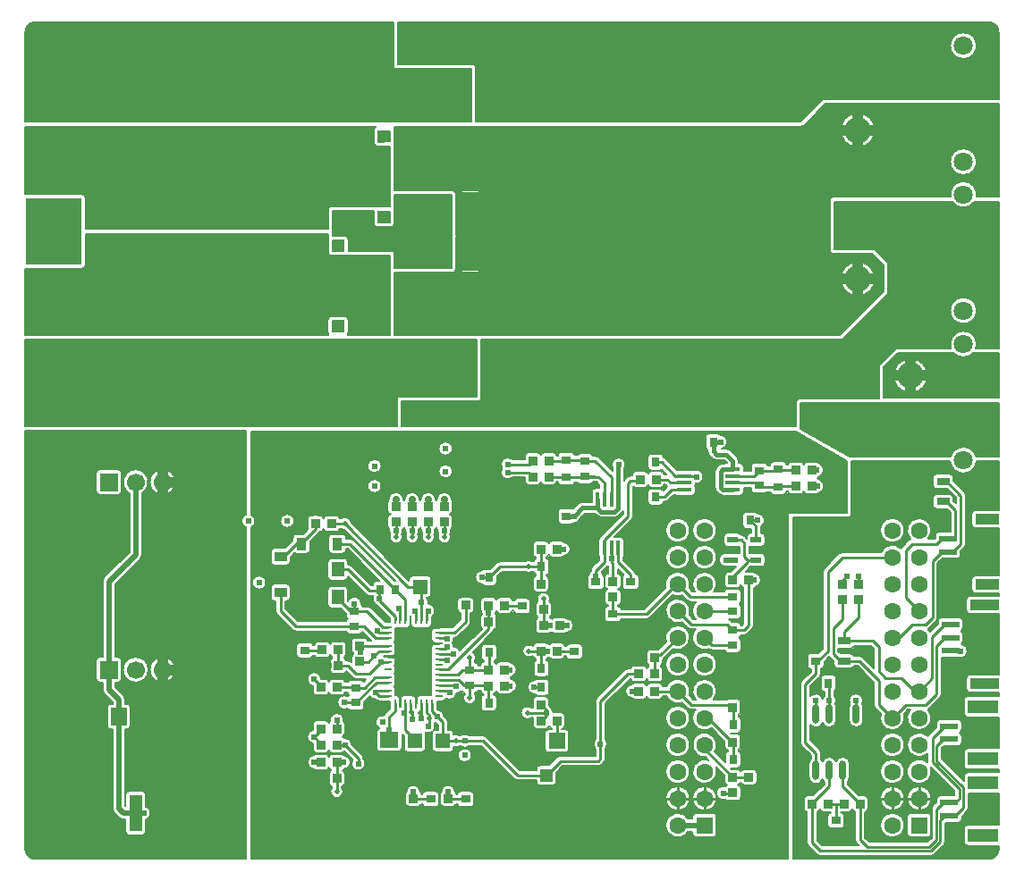
<source format=gtl>
G04 CAM350/DFMSTREAM V15.1 (Build 2145) Date:  Thu Jun  5 07:31:08 2025 *
G04 Database: (Untitled) *
G04 Layer 10: Gerber_TopLayer.GTL *
%FSLAX45Y45*%
%MOMM*%
%SFA1.000B1.000*%

%MIA0B0*%
%IPPOS*%
%ADD10C,0.25400*%
%ADD12C,0.20320*%
%ADD13C,1.01600*%
%ADD14C,2.49999*%
%ADD15C,1.80000*%
%ADD16C,1.60000*%
%ADD18R,1.60000X1.60000*%
%ADD19R,1.70000X1.70000*%
%ADD70C,1.70000*%
%ADD20C,0.61000*%
%ADD21C,0.73660*%
%ADD22C,0.60960*%
%ADD23C,0.76200*%
%ADD44C,0.50800*%
%ADD47R,1.65001X4.49999*%
%ADD48R,5.39999X2.01000*%
%ADD49R,0.80000X0.90000*%
%ADD50R,0.90000X0.80000*%
%ADD51R,1.72799X1.48501*%
%ADD52R,1.35001X1.41000*%
%ADD53R,1.41000X1.35001*%
%ADD54R,1.48501X1.72799*%
%ADD55R,1.20000X3.49999*%
%ADD56R,0.95001X1.15001*%
%ADD57R,1.15001X0.95001*%
%ADD58R,1.25001X0.70000*%
%ADD59R,5.59001X5.33001*%
%ADD60R,5.28000X6.35000*%
%ADD61R,0.70000X1.20000*%
%ADD62R,4.59999X3.79999*%
%ADD63R,6.99999X1.50000*%
%ADD64R,1.60000X1.50000*%
%ADD65R,1.20000X1.20000*%
%ADD66R,0.80648X0.86401*%
%ADD67R,0.86401X0.80648*%
%ADD68R,1.50000X6.99999*%
%ADD69C,0.50000*%
%ADD74R,0.70000X0.25001*%
%ADD75R,0.25001X0.70000*%
%ADD76R,3.09999X5.85000*%
%ADD77R,0.40599X1.39700*%
%ADD78R,1.39700X0.40599*%
%ADD79O,0.63000X1.86500*%
%ADD80R,1.70000X0.60000*%
%ADD81R,2.89999X1.30000*%
%ADD82R,2.69999X1.00000*%
%ADD83R,2.20000X1.00000*%
%ADD84R,1.20000X1.40000*%
%ADD85R,1.00000X0.60000*%
%ADD86C,0.38100*%
%LNGerber_TopLayer.GTL*%
%LPD*%
G36*
X3047449Y5797161D02*
G01X2944448D01*
Y5896844*
X3047449*
Y5797161*
G37*
G36*
X3482419Y6833713D02*
G01X3378751D01*
Y6933395*
X3482419*
Y6833713*
G37*
G36*
X3482560Y6066556D02*
G01X3378751D01*
Y6166239*
X3482560*
Y6066556*
G37*
G36*
X3047449Y5035161D02*
G01X2943216D01*
Y5134844*
X3047449*
Y5035161*
G37*
G36*
X8066786Y1844324D02*
G01X7965201Y1945908D01*
X7955154Y1953617*
X7943453Y1958464*
X7930897Y1960118*
X7882370*
X7876984Y1969203*
X7869185Y1976324*
X7859647Y1980860*
X7849202Y1982418*
X7750893*
X7732015Y2001294*
X7732014Y2030782*
X7849200*
X7859644Y2032339*
X7869182Y2036874*
X7876982Y2043995*
X7882366Y2053080*
X8038310Y2053081*
X8066786Y2024603*
Y1844324*
G37*
G36*
X7921975Y162815D02*
G01X7576594D01*
X7529229Y210182*
X7529678Y216764*
Y480732*
X7529681Y480736*
X7539056Y484391*
X7547047Y490513*
X7553019Y498618*
X7556500Y508065*
X7559807Y498945*
X7565441Y491045*
X7572990Y484948*
X7581898Y481101*
X7591512Y479786*
X7660386*
Y475844*
X7650191Y473288*
X7641177Y467884*
X7634120Y460097*
X7629628Y450596*
X7628086Y440201*
Y360203*
X7629839Y349137*
X7634925Y339154*
X7642848Y331229*
X7652832Y326142*
X7663899Y324388*
X7753899*
X7764965Y326141*
X7774949Y331227*
X7782873Y339151*
X7787960Y349134*
X7789714Y360201*
Y440203*
X7788171Y450599*
X7783678Y460099*
X7776621Y467886*
X7767607Y473289*
X7757414Y475844*
Y479786*
X7826286*
X7835900Y481100*
X7844808Y484946*
X7852357Y491043*
X7857992Y498943*
X7861300Y508065*
X7864779Y498620*
X7870751Y490515*
X7878742Y484393*
X7888122Y480732*
Y216763*
X7889775Y204208*
X7894622Y192508*
X7902332Y182460*
X7921975Y162815*
G37*
G36*
X4324394Y5606047D02*
G01X4174395D01*
G75*
G02X4156255Y5613561I0J25654*
X4148741Y5631701I18140J18140*
G01Y5917350*
G03X4141035Y5927209I-10160J0*
G02X4129381Y5931528I13567J54490*
X4118962Y5938305I25220J50171*
G03X4112514Y5940613I-6448J-7853*
X4102354Y5930453I0J-10160*
G01Y5766997*
X4102000Y5769000*
Y6316000*
X4102352Y6318406*
X4102354*
Y6032947*
G03X4112514Y6022787I10160*
X4118962Y6025095I0J10160*
G02X4129381Y6031872I35639J-43394*
X4141035Y6036191I25221J-50172*
G03X4148741Y6046050I-2454J9859*
G01Y6331699*
G02X4156255Y6349839I25655J0*
X4174395Y6357353I18141J-18141*
G01X4324394*
G02X4342534Y6349839I0J-25654*
X4350048Y6331699I-18141J-18141*
G01Y5631701*
G02X4342534Y5613561I-25654J0*
X4324394Y5606047I-18140J18140*
G37*
G36*
X9247886Y4404360D02*
G01X8163560D01*
Y4614901*
Y4694947*
X8297841Y4828539*
X8823904Y4828540*
X8839118Y4814850*
X8856349Y4803805*
X8875142Y4795701*
X8895001Y4790751*
X8915399Y4789086*
X8935797Y4790751*
X8955656Y4795701*
X8974449Y4803805*
X8991680Y4814849*
X9006893Y4828539*
X9247886Y4828540*
Y4404360*
G37*
G36*
X4066540Y5636260D02*
G01X3528060D01*
Y5786828*
X3526700Y5791904*
X3526697Y5791909*
X3522982Y5795624*
X3522978Y5795627*
X3517899Y5796987*
X3093423*
Y5907005*
X3091669Y5918072*
X3086582Y5928056*
X3078659Y5935979*
X3068674Y5941065*
X3057608Y5942818*
X2943860*
Y6174740*
X3332777*
Y6056397*
X3334530Y6045331*
X3339616Y6035347*
X3347539Y6027423*
X3357523Y6022336*
X3368590Y6020582*
X3492719*
X3503785Y6022335*
X3513769Y6027421*
X3521693Y6035344*
X3526780Y6045328*
X3528534Y6056395*
Y6176399*
X3527900Y6183104*
X3528060Y6184900*
Y6327140*
X4066540*
Y5636260*
G37*
G36*
X9247886Y3848004D02*
G01X9036784D01*
X9036780Y3848007*
X9029797Y3867270*
X9019777Y3885147*
X9006988Y3901161*
X8991770Y3914886*
X8974525Y3925959*
X8955710Y3934084*
X8935827Y3939047*
X8915401Y3940716*
X8894973Y3939047*
X8875090Y3934084*
X8856275Y3925959*
X8839030Y3914886*
X8823812Y3901161*
X8811023Y3885147*
X8801003Y3867270*
X8794016Y3848004*
X7834492*
X7376162Y4114219*
X7376160Y4354737*
X9247886*
Y3848004*
G37*
G36*
X3482340Y5001514D02*
G01X3084647D01*
X3089427Y5008563*
X3092410Y5016542*
X3093423Y5025000*
Y5145005*
X3091669Y5156072*
X3086582Y5166056*
X3078659Y5173979*
X3068674Y5179065*
X3057608Y5180818*
X2933055*
X2921988Y5179064*
X2912004Y5173977*
X2904081Y5166054*
X2898995Y5156069*
X2897242Y5145003*
Y5025000*
X2898255Y5016544*
X2901237Y5008565*
X2906018Y5001515*
X35814Y5001514*
Y5628901*
X41940Y5628373*
X569939*
X581006Y5630126*
X590989Y5635212*
X598914Y5643135*
X604001Y5653119*
X605754Y5664186*
Y5958827*
X2897886*
Y5786828*
X2899639Y5775762*
X2904725Y5765778*
X2912648Y5757854*
X2922632Y5752767*
X2933699Y5751013*
X3482086*
Y5626100*
X3482340Y5621842*
Y5001514*
G37*
G36*
X2897886Y6004560D02*
G01X605754D01*
Y6299188*
X604001Y6310255*
X598914Y6320239*
X590990Y6328162*
X581006Y6333248*
X569939Y6335001*
X41940*
X35814Y6334473*
Y6974840*
X3351157Y6974838*
X3343557Y6969166*
X3337712Y6961697*
X3334033Y6952955*
X3332777Y6943554*
Y6823554*
X3334530Y6812487*
X3339616Y6802504*
X3347539Y6794579*
X3357523Y6789492*
X3368590Y6787739*
X3482340*
Y6341558*
X3482086Y6337300*
Y6220714*
X2933699*
X2922632Y6218960*
X2912648Y6213873*
X2904725Y6205950*
X2899639Y6195965*
X2897886Y6184899*
Y6004560*
G37*
G36*
X3551597Y4137660D02*
G01X35814D01*
Y4955540*
X4305113*
X4304287Y4947886*
Y4746886*
X4305186Y4738911*
X4307839Y4731335*
X4307840Y4417060*
X3561756*
X3556680Y4415700*
X3556675Y4415697*
X3552960Y4411982*
X3552957Y4411978*
X3551597Y4406899*
Y4301910*
X3551187Y4296505*
Y4146506*
X3551597Y4141100*
Y4137660*
G37*
G36*
X4257040Y7020560D02*
G01X3496758D01*
X3492500Y7020814*
X35814*
Y7874000*
X37566Y7891789*
X42755Y7908894*
X51182Y7924659*
X62521Y7938477*
X76339Y7949817*
X92104Y7958245*
X109209Y7963434*
X127000Y7965186*
X3520440*
Y7531099*
X3521800Y7526023*
X3521803Y7526018*
X3525518Y7522303*
X3525522Y7522300*
X3530601Y7520940*
X4257040*
Y7020560*
G37*
G36*
X7374054D02*
G01X4303014D01*
Y7531101*
X4301260Y7542168*
X4296173Y7552152*
X4288250Y7560075*
X4278265Y7565161*
X4267199Y7566914*
X3566414*
Y7742098*
Y7965186*
X9156700*
X9174489Y7963434*
X9191594Y7958245*
X9207359Y7949818*
X9221177Y7938479*
X9232517Y7924661*
X9240945Y7908896*
X9246134Y7891791*
X9247886Y7874000*
Y7236460*
X7591871*
X7587957Y7235675*
X7584648Y7233444*
X7374054Y7020560*
G37*
G36*
X9156700Y35814D02*
G01X7302640D01*
Y3160286*
Y3270165*
X7820773*
X7831839Y3271918*
X7841823Y3277004*
X7849747Y3284927*
X7854834Y3294911*
X7856588Y3305978*
Y3802029*
X8790246*
X8793999Y3781874*
X8800976Y3762594*
X8810991Y3744704*
X8823780Y3728678*
X8839000Y3714942*
X8856251Y3703859*
X8875072Y3695727*
X8894964Y3690759*
X8915399Y3689088*
X8935834Y3690759*
X8955726Y3695727*
X8974547Y3703859*
X8991798Y3714941*
X9007019Y3728676*
X9019808Y3744702*
X9029824Y3762592*
X9036801Y3781872*
X9040554Y3802029*
X9247886*
Y3342221*
X9028891*
X9017824Y3340467*
X9007840Y3335380*
X8999917Y3327457*
X8994831Y3317472*
X8993078Y3306406*
Y3206408*
X8994831Y3195342*
X8999917Y3185358*
X9007840Y3177434*
X9017824Y3172347*
X9028891Y3170593*
X9247886*
Y2722207*
X9028907*
X9017839Y2720453*
X9007856Y2715366*
X8999932Y2707443*
X8994846Y2697458*
X8993094Y2686392*
Y2586394*
X8994846Y2575328*
X8999932Y2565344*
X9007856Y2557420*
X9017839Y2552333*
X9028907Y2550579*
X9247886*
Y2528380*
X8978456*
X8967389Y2526626*
X8957405Y2521539*
X8949482Y2513615*
X8944396Y2503631*
X8942643Y2492565*
Y2392567*
X8944396Y2381501*
X8949482Y2371517*
X8957405Y2363593*
X8967389Y2358506*
X8978456Y2356752*
X9247886*
Y1783448*
X8978456*
X8967389Y1781694*
X8957405Y1776607*
X8949482Y1768684*
X8944396Y1758699*
X8942643Y1747633*
Y1647636*
X8944396Y1636569*
X8949482Y1626586*
X8957405Y1618661*
X8967389Y1613574*
X8978456Y1611821*
X9247886*
Y1580150*
X9245794Y1580211*
X8955794*
X8944727Y1578458*
X8934743Y1573371*
X8926820Y1565447*
X8921734Y1555463*
X8919981Y1544396*
Y1414399*
X8921734Y1403333*
X8926820Y1393349*
X8934743Y1385425*
X8944727Y1380338*
X8955794Y1378584*
X9245794*
X9247886Y1378645*
Y1085155*
X9245794Y1085216*
X8955794*
X8944727Y1083462*
X8934743Y1078375*
X8926820Y1070452*
X8921734Y1060467*
X8919981Y1049401*
Y919404*
X8921734Y908337*
X8926820Y898354*
X8934743Y890429*
X8944727Y885342*
X8955794Y883589*
X9245794*
X9247886Y883650*
Y856250*
X9245794Y856311*
X8955794*
X8944727Y854558*
X8934743Y849471*
X8926820Y841547*
X8921734Y831563*
X8919981Y820496*
X8919980Y775229*
X8709914Y985297*
Y1084803*
X8728685Y1103576*
X8865804Y1103577*
X8876870Y1105330*
X8886854Y1110416*
X8894778Y1118339*
X8899865Y1128323*
X8901619Y1139390*
Y1199392*
X8900180Y1209442*
X8895977Y1218685*
X8889350Y1226378*
X8880833Y1231900*
X8889350Y1237422*
X8895977Y1245115*
X8900180Y1254358*
X8901619Y1264408*
Y1324410*
X8899865Y1335477*
X8894778Y1345461*
X8886855Y1353384*
X8876870Y1358470*
X8865804Y1360223*
X8695805*
X8684737Y1358469*
X8674754Y1353382*
X8666830Y1345459*
X8661744Y1335474*
X8659992Y1324408*
X8659991Y1286400*
X8588995Y1215405*
X8582865Y1207905*
X8578345Y1199340*
X8562409Y1212691*
X8544343Y1222978*
X8524729Y1229870*
X8504199Y1233144*
X8483415Y1232695*
X8463045Y1228537*
X8443747Y1220804*
X8426143Y1209745*
X8410799Y1195718*
X8398211Y1179174*
X8388783Y1160645*
X8382819Y1140729*
X8380512Y1120068*
X8381937Y1099330*
X8387046Y1079178*
X8395675Y1060264*
X8407546Y1043198*
X8422278Y1028529*
X8439395Y1016731*
X8458346Y1008181*
X8478520Y1003159*
X8499266Y1001824*
X8519917Y1004220*
X8539807Y1010269*
X8558295Y1019777*
X8574786Y1032436*
Y952500*
X8574940Y948620*
X8558352Y961387*
X8539737Y970959*
X8519703Y977024*
X8498904Y979385*
X8478020Y977962*
X8457734Y972804*
X8438707Y964078*
X8421561Y952070*
X8406858Y937172*
X8395076Y919871*
X8386600Y900731*
X8381708Y880379*
X8380559Y859478*
X8383192Y838714*
X8389519Y818761*
X8399334Y800273*
X8412316Y783853*
X8428042Y770039*
X8445998Y759280*
X8465598Y751930*
X8486200Y748227*
X8507132Y748294*
X8527710Y752127*
X8547262Y759602*
X8565150Y770473*
X8580788Y784387*
X8593666Y800889*
X8603364Y819439*
X8609564Y839432*
X8612064Y860215*
X8610783Y881110*
X8605762Y901429*
X8828785Y678406*
X8828786Y636323*
X8695805*
X8684737Y634569*
X8674754Y629482*
X8666830Y621559*
X8661744Y611574*
X8659992Y600508*
X8659991Y575200*
X8627095Y542304*
X8619386Y532256*
X8614539Y520555*
X8612886Y507999*
X8612885Y235540*
X8575757Y198414*
X8023594Y198415*
X7985150Y236861*
Y366286*
Y480732*
X7985153Y480736*
X7996156Y485365*
X8005030Y493358*
X8010782Y503824*
X8012774Y515599*
Y602001*
X8011020Y613068*
X8007343Y620286*
X8005933Y623052*
X7998010Y630975*
X7988025Y636061*
X7976959Y637814*
X7926230Y637815*
X7820914Y743134*
Y766335*
X7828907Y776422*
X7834836Y787845*
X7838483Y800188*
X7839714Y813000*
Y874286*
Y936500*
X7837885Y952084*
X7832498Y966820*
X7823847Y979910*
X7812401Y990640*
X7798781Y998429*
X7783729Y1002854*
X7768060Y1003674*
X7752628Y1000845*
X7738270Y994520*
X7725765Y985043*
X7715795Y972929*
X7708900Y958837*
X7702347Y972391*
X7692948Y984149*
X7681170Y993523*
X7667603Y1000047*
X7652926Y1003392*
X7637872*
X7623195Y1000047*
X7609628Y993522*
X7597850Y984147*
X7588452Y972389*
X7581900Y958837*
X7575712Y971806*
X7566914Y983166*
Y1041399*
X7565260Y1053957*
X7560413Y1065658*
X7552704Y1075705*
X7500123Y1128286*
X7465314Y1163097*
Y1308110*
X7476562Y1296767*
X7490168Y1288393*
X7505365Y1283460*
X7521295Y1282248*
X7537063Y1284825*
X7551779Y1291045*
X7564614Y1300557*
X7574847Y1312827*
X7581900Y1327163*
X7588795Y1313071*
X7598765Y1300957*
X7611270Y1291480*
X7625628Y1285155*
X7641060Y1282326*
X7656729Y1283146*
X7671781Y1287571*
X7685401Y1295360*
X7696847Y1306090*
X7705498Y1319180*
X7710885Y1333916*
X7712714Y1349498*
Y1472999*
X7711790Y1484117*
X7709042Y1494928*
X7704548Y1505136*
X7710038Y1520304*
X7711703Y1536350*
X7709443Y1552325*
X7703394Y1567281*
X7693914Y1580333*
Y1624283*
X7702436Y1629808*
X7709066Y1637501*
X7713272Y1646746*
X7714712Y1656799*
Y1746801*
X7712958Y1757868*
X7707871Y1767852*
X7699947Y1775775*
X7689963Y1780861*
X7678897Y1782614*
X7598897*
X7587830Y1780860*
X7577846Y1775773*
X7569923Y1767850*
X7564837Y1757865*
X7563084Y1746799*
Y1656801*
X7564714Y1646117*
X7569457Y1636408*
X7576881Y1628553*
X7586310Y1623272*
X7596886Y1621043*
X7596885Y1580331*
X7588094Y1568493*
X7582137Y1555007*
X7576544Y1568587*
X7568099Y1580604*
X7557217Y1590466*
X7544430Y1597691*
X7530367Y1601925*
X7515717Y1602960*
X7501198Y1600744*
X7487523Y1595387*
X7475363Y1587151*
X7465314Y1576443*
Y1669003*
X7552704Y1756395*
X7560413Y1766442*
X7565260Y1778143*
X7566914Y1790699*
Y1835556*
X7577107Y1838111*
X7586121Y1843514*
X7593178Y1851301*
X7597671Y1860801*
X7599214Y1871197*
Y1904503*
X7645611Y1950901*
X7649195Y1946895*
X7688385Y1907706*
X7688386Y1876605*
X7690139Y1865539*
X7695225Y1855555*
X7703148Y1847631*
X7713132Y1842544*
X7724199Y1840790*
X7849200*
X7859644Y1842347*
X7869182Y1846882*
X7876982Y1854003*
X7882366Y1863088*
X7910799Y1863090*
X8066785Y1707106*
X8066786Y1498599*
X8068439Y1486045*
X8073286Y1474344*
X8080995Y1464296*
X8133632Y1411659*
X8133633Y1411654*
X8128321Y1392135*
X8126487Y1371988*
X8128186Y1351831*
X8133368Y1332275*
X8141873Y1313919*
X8153443Y1297323*
X8167723Y1282994*
X8184280Y1271367*
X8202607Y1262800*
X8222146Y1257553*
X8242299Y1255786*
X8262452Y1257553*
X8281991Y1262800*
X8300318Y1271367*
X8316875Y1282992*
X8331156Y1297321*
X8342726Y1313917*
X8351232Y1332273*
X8356414Y1351829*
X8358113Y1371988*
X8356279Y1392137*
X8350967Y1411656*
X8389394Y1450085*
X8411136Y1450084*
X8398477Y1433595*
X8388969Y1415107*
X8382920Y1395217*
X8380524Y1374566*
X8381859Y1353822*
X8386881Y1333648*
X8395430Y1314697*
X8407228Y1297580*
X8421896Y1282848*
X8438962Y1270976*
X8457876Y1262346*
X8478028Y1257237*
X8498768Y1255812*
X8519429Y1258119*
X8539345Y1264083*
X8557874Y1273511*
X8574418Y1286099*
X8588445Y1301443*
X8599504Y1319047*
X8607237Y1338345*
X8611395Y1358715*
X8611844Y1379501*
X8608570Y1400031*
X8601677Y1419645*
X8591390Y1437710*
X8578041Y1453644*
X8586605Y1458165*
X8594105Y1464295*
X8695704Y1565895*
X8703413Y1575942*
X8708260Y1587643*
X8709914Y1600199*
Y1941726*
X8876256*
X8891457Y1940302*
X8906582Y1942393*
X8920828Y1947888*
X8933439Y1956494*
X8943747Y1967758*
X8951207Y1981080*
X8955422Y1995756*
X8956167Y2011008*
X8953405Y2026025*
X8947281Y2040012*
X8938121Y2052228*
X8926410Y2062025*
X8912768Y2068883*
X8897921Y2072439*
X8906701Y2080428*
X8912388Y2090850*
X8914357Y2102558*
Y2162560*
X8912920Y2172603*
X8908723Y2181841*
X8902105Y2189531*
X8893599Y2195055*
X8902105Y2200580*
X8908723Y2208270*
X8912920Y2217507*
X8914357Y2227551*
Y2287553*
X8912603Y2298620*
X8907516Y2308604*
X8899593Y2316527*
X8889608Y2321613*
X8878542Y2323366*
X8708543*
X8697476Y2321612*
X8687492Y2316525*
X8679569Y2308602*
X8674483Y2298617*
X8672730Y2287551*
X8672729Y2264338*
X8597787Y2189396*
X8588849Y2203225*
X8578041Y2215644*
X8586605Y2220165*
X8594105Y2226295*
X8657604Y2289795*
X8665313Y2299842*
X8670160Y2311543*
X8671814Y2324099*
Y2837403*
X8714982Y2880572*
X8853092Y2880573*
X8864158Y2882326*
X8874141Y2887412*
X8882066Y2895335*
X8887153Y2905319*
X8888907Y2916386*
Y2952895*
X8924304Y2988295*
X8932013Y2998342*
X8936860Y3010043*
X8938514Y3022599*
Y3479799*
X8936860Y3492357*
X8932013Y3504058*
X8924304Y3514105*
X8821614Y3616797*
Y3647897*
X8819860Y3658964*
X8814773Y3668948*
X8806850Y3676871*
X8796865Y3681957*
X8785799Y3683710*
X8660798*
X8649731Y3681956*
X8639747Y3676869*
X8631824Y3668946*
X8626738Y3658961*
X8624985Y3647895*
Y3577897*
X8626738Y3566831*
X8631824Y3556847*
X8639747Y3548923*
X8649731Y3543836*
X8660798Y3542082*
X8759107*
X8841485Y3459706*
Y3406424*
X8821614Y3426297*
Y3457905*
X8819860Y3468972*
X8814773Y3478956*
X8806850Y3486879*
X8796865Y3491965*
X8785799Y3493718*
X8660798*
X8649731Y3491964*
X8639747Y3486877*
X8631824Y3478954*
X8626738Y3468969*
X8624985Y3457903*
Y3387905*
X8626738Y3376839*
X8631824Y3366855*
X8639747Y3358931*
X8649731Y3353844*
X8660798Y3352090*
X8758599*
X8790685Y3320006*
X8790686Y3137220*
X8683092*
X8672025Y3135466*
X8662041Y3130379*
X8654118Y3122456*
X8649032Y3112471*
X8647279Y3101405*
X8647278Y3077087*
X8641303Y3071114*
X8581464*
X8594123Y3087603*
X8603630Y3106091*
X8609680Y3125981*
X8612076Y3146632*
X8610741Y3167380*
X8605719Y3187554*
X8597169Y3206505*
X8585371Y3223622*
X8570702Y3238354*
X8553636Y3250225*
X8534722Y3258854*
X8514570Y3263963*
X8493830Y3265388*
X8473169Y3263081*
X8453253Y3257117*
X8434725Y3247688*
X8418180Y3235099*
X8404154Y3219755*
X8393095Y3202151*
X8385363Y3182853*
X8381205Y3162483*
X8380756Y3141701*
X8384030Y3121171*
X8390922Y3101557*
X8401209Y3083491*
X8414557Y3067554*
X8405993Y3063034*
X8398495Y3056905*
X8334995Y2993405*
X8328865Y2985905*
X8324345Y2977340*
X8308853Y2990381*
X8291326Y3000525*
X8272300Y3007460*
X8252358Y3010976*
X8232107Y3010965*
X8212169Y3007426*
X8193151Y3000468*
X8175636Y2990303*
X8160161Y2977244*
X8147195Y2961689*
X8137134Y2944114*
X7772399*
X7759843Y2942460*
X7748142Y2937613*
X7738095Y2929904*
X7598395Y2790204*
X7590686Y2780156*
X7585839Y2768455*
X7584186Y2755899*
X7584185Y2026694*
X7544500Y1987012*
X7473399*
X7462332Y1985258*
X7452348Y1980171*
X7444425Y1972247*
X7439339Y1962263*
X7437586Y1951197*
Y1871199*
X7439128Y1860804*
X7443620Y1851304*
X7450677Y1843516*
X7459690Y1838112*
X7469886Y1835556*
X7469885Y1810794*
X7382495Y1723404*
X7374786Y1713356*
X7369939Y1701655*
X7368286Y1689099*
Y1142999*
X7369939Y1130445*
X7374786Y1118744*
X7382495Y1108696*
X7469885Y1021306*
Y983164*
X7461892Y973077*
X7455963Y961654*
X7452317Y949311*
X7451086Y936501*
Y813000*
X7452915Y797419*
X7458301Y782683*
X7466951Y769594*
X7478397Y758863*
X7492017Y751073*
X7507069Y746647*
X7522738Y745827*
X7538170Y748656*
X7552528Y754980*
X7565033Y764456*
X7575003Y776570*
X7581900Y790664*
X7588087Y777697*
X7596885Y766339*
Y743994*
X7490703Y637814*
X7440839*
X7429772Y636060*
X7419788Y630973*
X7411865Y623050*
X7406779Y613065*
X7405026Y601999*
Y515601*
X7407017Y503827*
X7412768Y493361*
X7421641Y485367*
X7432650Y480732*
Y225012*
X7431786Y215900*
Y190499*
X7433439Y177945*
X7438286Y166244*
X7445995Y156196*
X7522195Y79996*
X7532242Y72287*
X7543943Y67440*
X7556499Y65786*
X8610599*
X8623155Y67439*
X8634856Y72286*
X8644904Y79995*
X8731303Y166395*
X8739013Y176442*
X8743860Y188143*
X8745514Y200699*
Y379677*
X8865804*
X8876870Y381430*
X8886854Y386516*
X8894778Y394439*
X8899865Y404423*
X8901619Y415490*
Y438308*
X8947203Y483895*
X8954913Y493942*
X8959760Y505643*
X8961414Y518199*
Y654684*
X9245794*
X9247886Y654745*
Y361255*
X9245794Y361316*
X8955794*
X8944727Y359562*
X8934743Y354475*
X8926820Y346552*
X8921734Y336567*
X8919981Y325501*
Y195504*
X8921734Y184437*
X8926820Y174454*
X8934743Y166529*
X8944727Y161442*
X8955794Y159689*
X9245794*
X9247886Y159750*
Y126999*
X9246134Y109209*
X9240945Y92104*
X9232517Y76339*
X9221177Y62521*
X9207359Y51182*
X9191594Y42755*
X9174489Y37566*
X9156700Y35814*
G37*
G36*
X2125612D02*
G01X126999D01*
X109209Y37566*
X92104Y42755*
X76339Y51183*
X62521Y62523*
X51182Y76341*
X42755Y92106*
X37566Y109211*
X35814Y126999*
Y1913800*
Y3691800*
Y4091686*
X2125612*
Y3301507*
X2125609Y3301503*
X2112993Y3295843*
X2101824Y3287688*
X2092590Y3277394*
X2085691Y3265409*
X2081428Y3252253*
X2079986Y3238499*
X2081428Y3224747*
X2085691Y3211591*
X2092590Y3199606*
X2101824Y3189312*
X2112993Y3181157*
X2125612Y3175493*
Y35814*
G37*
G36*
X7330186Y4137660D02*
G01X3597571D01*
Y4371086*
X4317999*
X4329065Y4372839*
X4339049Y4377925*
X4346973Y4385848*
X4352060Y4395832*
X4353814Y4406899*
Y4955540*
X7763908*
X8040768Y5232400*
X8198683Y5390315*
X8200886Y5393610*
X8201660Y5397499*
Y5676899*
X8200887Y5680786*
X8198685Y5684083*
X8071685Y5811083*
X8068390Y5813286*
X8064501Y5814060*
X7693660*
Y6263640*
X8810037Y6263638*
X8822799Y6247226*
X8838089Y6233140*
X8855491Y6221764*
X8874528Y6213408*
X8894682Y6208302*
X8915401Y6206584*
X8936118Y6208302*
X8956272Y6213408*
X8975309Y6221764*
X8992711Y6233140*
X9008001Y6247226*
X9020762Y6263638*
X9247886Y6263640*
Y4874514*
X9034556*
X9039720Y4895566*
X9041193Y4917193*
X9038932Y4938751*
X9033004Y4959602*
X9023585Y4979126*
X9010956Y4996743*
X8995489Y5011930*
X8977645Y5024237*
X8957953Y5033300*
X8936997Y5038846*
X8915401Y5040714*
X8893803Y5038846*
X8872847Y5033300*
X8853155Y5024237*
X8835311Y5011930*
X8819844Y4996743*
X8807215Y4979126*
X8797796Y4959602*
X8793904Y4945913*
X8793888Y4945849*
X8791707Y4937198*
X8791704Y4937184*
X8791702Y4937170*
X8790376Y4924530*
X8790369Y4924437*
X8789679Y4916157*
X8789678Y4916144*
X8789679Y4916131*
X8790626Y4902234*
X8790636Y4902080*
X8791206Y4895064*
X8791207Y4895051*
X8791210Y4895039*
X8796132Y4874969*
X8796244Y4874514*
X8293650*
X8293622Y4874510*
X8284409Y4873301*
X8275795Y4869746*
X8268391Y4864089*
X8128141Y4724562*
X8122415Y4717132*
X8118814Y4708471*
X8117586Y4699172*
Y4400711*
X7365999*
X7354932Y4398957*
X7344948Y4393870*
X7337025Y4385947*
X7331939Y4375962*
X7330186Y4364896*
Y4137660*
G37*
G36*
X7744863Y5001514D02*
G01X3528314D01*
Y5532399*
Y5590286*
X4076699*
X4087765Y5592039*
X4097749Y5597125*
X4105673Y5605048*
X4110760Y5615032*
X4112514Y5626099*
Y5930452*
X4124817Y5922451*
X4138578Y5917351*
X4138581Y5917347*
Y5631702*
X4140334Y5620636*
X4145420Y5610652*
X4153343Y5602728*
X4163327Y5597641*
X4174394Y5595887*
X4324393*
X4335460Y5597640*
X4345443Y5602726*
X4353368Y5610649*
X4358455Y5620633*
X4360208Y5631700*
Y6331700*
X4358455Y6342767*
X4353368Y6352751*
X4345444Y6360674*
X4335460Y6365760*
X4324393Y6367513*
X4174394*
X4163327Y6365759*
X4153343Y6360672*
X4145420Y6352749*
X4140334Y6342764*
X4138581Y6331698*
Y6046053*
X4138578Y6046049*
X4124817Y6040949*
X4112514Y6032948*
Y6337301*
X4110760Y6348368*
X4105673Y6358352*
X4097750Y6366275*
X4087765Y6371361*
X4076699Y6373114*
X3528314*
Y6642100*
Y6821171*
X3528393Y6823553*
Y6942099*
Y6943555*
X3528314Y6945936*
Y6974586*
X7378295*
X7387627Y6975823*
X7396314Y6979449*
X7403757Y6985213*
X7606819Y7190485*
X9247886Y7190486*
Y6309614*
X9039134*
X9041211Y6331540*
X9039432Y6353496*
X9033852Y6374803*
X9024641Y6394811*
X9012083Y6412905*
X8996562Y6428533*
X8978553Y6441213*
X8958609Y6450559*
X8937340Y6456284*
X8915399Y6458212*
X8893458Y6456284*
X8872189Y6450559*
X8852245Y6441213*
X8834236Y6428531*
X8818716Y6412903*
X8806158Y6394809*
X8796948Y6374801*
X8791368Y6353494*
X8789589Y6331540*
X8791666Y6309614*
X7683499*
X7672432Y6307860*
X7662448Y6302773*
X7654525Y6294850*
X7649439Y6284865*
X7647686Y6273799*
Y5803901*
X7649439Y5792835*
X7654525Y5782851*
X7662448Y5774927*
X7672432Y5769840*
X7683499Y5768086*
X8049663*
X8155685Y5662066*
Y5412334*
X7744863Y5001514*
G37*
G36*
X7256666Y35814D02*
G01X2171586D01*
Y355600*
Y952500*
Y1193800*
Y2654300*
Y2947241*
Y3177193*
X2185213Y3184803*
X2196686Y3195386*
X2205367Y3208358*
X2210777Y3222999*
X2212614Y3238499*
X2210777Y3253999*
X2205368Y3268640*
X2196688Y3281612*
X2185215Y3292195*
X2171589Y3299803*
X2171586Y3299807*
Y3417660*
Y3568700*
Y3759200*
Y3924300*
Y4032800*
Y4085590*
X7329994Y4085589*
X7810614Y3806423*
Y3316139*
X7266825*
X7261749Y3314778*
X7261744Y3314775*
X7258029Y3311061*
X7258026Y3311057*
X7256666Y3305978*
Y35814*
G37*
%LPC*%
G36*
X4324395Y6331699D02*
G01X4174395D01*
Y6004904*
G03X4154601Y6012200I-19795J-23204*
X4124101Y5981700J-30500*
X4154601Y5951200I30500*
X4174395Y5958496I0J30500*
G01Y5631701*
X4324395*
Y6331699*
G37*
G36*
X8440557Y4456067D02*
G01X8465094Y4461958D01*
X8488408Y4471614*
X8509924Y4484800*
X8529112Y4501187*
X8545501Y4520376*
X8558687Y4541892*
X8568344Y4565205*
X8574235Y4589743*
X8576215Y4614900*
X8574235Y4640058*
X8568344Y4664596*
X8558687Y4687910*
X8545501Y4709426*
X8529112Y4728614*
X8509924Y4745002*
X8488408Y4758187*
X8465094Y4767844*
X8440557Y4773734*
X8415400Y4775714*
X8390243Y4773734*
X8365706Y4767844*
X8342392Y4758187*
X8320876Y4745001*
X8301688Y4728612*
X8285300Y4709424*
X8272115Y4687908*
X8262458Y4664594*
X8256567Y4640056*
X8254587Y4614900*
X8256567Y4589745*
X8262458Y4565207*
X8272115Y4541894*
X8285300Y4520378*
X8301688Y4501189*
X8320876Y4484801*
X8342392Y4471614*
X8365706Y4461958*
X8390243Y4456067*
X8415400Y4454087*
X8440557Y4456067*
G37*
G36*
X8937246Y7618195D02*
G01X8958430Y7623871D01*
X8978306Y7633140*
X8996271Y7645718*
X9011778Y7661225*
X9024358Y7679190*
X9033626Y7699066*
X9039302Y7720249*
X9041214Y7742097*
X9039302Y7763946*
X9033626Y7785130*
X9024358Y7805006*
X9011778Y7822970*
X8996271Y7838478*
X8978306Y7851056*
X8958430Y7860324*
X8937246Y7866000*
X8915399Y7867912*
X8893552Y7866000*
X8872368Y7860324*
X8852492Y7851056*
X8834527Y7838476*
X8819020Y7822968*
X8806442Y7805004*
X8797174Y7785128*
X8791498Y7763944*
X8789586Y7742097*
X8791498Y7720251*
X8797174Y7699068*
X8806442Y7679192*
X8819020Y7661227*
X8834527Y7645720*
X8852492Y7633140*
X8872368Y7623871*
X8893552Y7618195*
X8915399Y7616284*
X8937246Y7618195*
G37*
G36*
X8263580Y241758D02*
G01X8284136Y247607D01*
X8303267Y257133*
X8320322Y270012*
X8325417Y275600*
X8334720Y285806*
X8345972Y303976*
X8353693Y323905*
X8357620Y344913*
Y366287*
X8353693Y387295*
X8345972Y407224*
X8334720Y425394*
X8320322Y441188*
X8303267Y454067*
X8284136Y463593*
X8263580Y469442*
X8242299Y471414*
X8221018Y469442*
X8200462Y463593*
X8181331Y454066*
X8164276Y441186*
X8149878Y425392*
X8138628Y407222*
X8130907Y387293*
X8126980Y366285*
Y344915*
X8130907Y323907*
X8138628Y303978*
X8149878Y285808*
X8164276Y270014*
X8181331Y257134*
X8200462Y247607*
X8221018Y241758*
X8242299Y239786*
X8263580Y241758*
G37*
G36*
X8517580Y495758D02*
G01X8538136Y501607D01*
X8557267Y511133*
X8574322Y524012*
X8588720Y539806*
X8599972Y557976*
X8607693Y577905*
X8611620Y598913*
Y620287*
X8607693Y641295*
X8599972Y661224*
X8588720Y679394*
X8574322Y695188*
X8557267Y708067*
X8538136Y717593*
X8517580Y723442*
X8496299Y725414*
X8475018Y723442*
X8454462Y717593*
X8435331Y708066*
X8418276Y695186*
X8403878Y679392*
X8392628Y661222*
X8384907Y641293*
X8380980Y620285*
Y598915*
X8384907Y577907*
X8392628Y557978*
X8403878Y539808*
X8418276Y524014*
X8435331Y511134*
X8454462Y501607*
X8475018Y495758*
X8496299Y493786*
X8517580Y495758*
G37*
G36*
X8263580D02*
G01X8284136Y501607D01*
X8303267Y511133*
X8320322Y524012*
X8334720Y539806*
X8345972Y557976*
X8353693Y577905*
X8357620Y598913*
Y620287*
X8353693Y641295*
X8345972Y661224*
X8334720Y679394*
X8320322Y695188*
X8303267Y708067*
X8284136Y717593*
X8263580Y723442*
X8242299Y725414*
X8221018Y723442*
X8200462Y717593*
X8181331Y708066*
X8164276Y695186*
X8149878Y679392*
X8138628Y661222*
X8130907Y641293*
X8126980Y620285*
Y598915*
X8130907Y577907*
X8138628Y557978*
X8149878Y539808*
X8164276Y524014*
X8181331Y511134*
X8200462Y501607*
X8221018Y495758*
X8242299Y493786*
X8263580Y495758*
G37*
G36*
Y749758D02*
G01X8284136Y755607D01*
X8303267Y765133*
X8320322Y778012*
X8334720Y793806*
X8345972Y811976*
X8353693Y831905*
X8357620Y852913*
Y874287*
X8353693Y895295*
X8345972Y915224*
X8334720Y933394*
X8320322Y949188*
X8303267Y962067*
X8284136Y971593*
X8263580Y977442*
X8242299Y979414*
X8221018Y977442*
X8200462Y971593*
X8181331Y962066*
X8164276Y949186*
X8149878Y933392*
X8138628Y915222*
X8130907Y895293*
X8126980Y874285*
Y852915*
X8130907Y831907*
X8138628Y811978*
X8149878Y793808*
X8164276Y778014*
X8181331Y765134*
X8200462Y755607*
X8221018Y749758*
X8242299Y747786*
X8263580Y749758*
G37*
G36*
Y1003758D02*
G01X8284136Y1009607D01*
X8303267Y1019133*
X8320322Y1032012*
X8334720Y1047806*
X8345972Y1065976*
X8353693Y1085905*
X8357620Y1106913*
Y1128287*
X8353693Y1149295*
X8345972Y1169224*
X8334720Y1187394*
X8320322Y1203188*
X8303267Y1216067*
X8284136Y1225593*
X8263580Y1231442*
X8242299Y1233414*
X8221018Y1231442*
X8200462Y1225593*
X8181331Y1216066*
X8164276Y1203186*
X8149878Y1187392*
X8138628Y1169222*
X8130907Y1149293*
X8126980Y1128285*
Y1106915*
X8130907Y1085907*
X8138628Y1065978*
X8149878Y1047808*
X8164276Y1032014*
X8181331Y1019134*
X8200462Y1009607*
X8221018Y1003758*
X8242299Y1001786*
X8263580Y1003758*
G37*
G36*
X7923269Y1286560D02*
G01X7937638Y1294100D01*
X7949784Y1304861*
X7959002Y1318216*
X7964758Y1333389*
X7966714Y1349498*
Y1472999*
X7965741Y1484403*
X7962851Y1495476*
X7958127Y1505897*
X7963572Y1519982*
X7965691Y1534933*
X7964371Y1549977*
X7959683Y1564332*
X7951869Y1577253*
X7941334Y1588072*
X7928626Y1596226*
X7914401Y1601295*
X7899399Y1603014*
X7884397Y1601295*
X7870172Y1596225*
X7857464Y1588070*
X7846929Y1577251*
X7839116Y1564330*
X7834429Y1549975*
X7833109Y1534933*
X7835228Y1519984*
X7840672Y1505896*
X7835949Y1495474*
X7833059Y1484401*
X7832086Y1472999*
Y1349498*
X7834042Y1333391*
X7839797Y1318218*
X7849014Y1304863*
X7861160Y1294102*
X7875529Y1286561*
X7891285Y1282676*
X7907513*
X7923269Y1286560*
G37*
G36*
X8263580Y3035758D02*
G01X8284136Y3041607D01*
X8303267Y3051133*
X8320322Y3064012*
X8334720Y3079806*
X8345972Y3097976*
X8353693Y3117905*
X8357620Y3138913*
Y3160287*
X8353693Y3181295*
X8345972Y3201224*
X8334720Y3219394*
X8320322Y3235188*
X8303267Y3248067*
X8284136Y3257593*
X8263580Y3263442*
X8242299Y3265414*
X8221018Y3263442*
X8200462Y3257593*
X8181331Y3248066*
X8164276Y3235186*
X8149878Y3219392*
X8138628Y3201222*
X8130907Y3181293*
X8126980Y3160285*
Y3138915*
X8130907Y3117907*
X8138628Y3097978*
X8149878Y3079808*
X8164276Y3064014*
X8181331Y3051134*
X8200462Y3041607*
X8221018Y3035758*
X8242299Y3033786*
X8263580Y3035758*
G37*
G36*
X8587365Y241539D02*
G01X8597349Y246625D01*
X8605273Y254548*
X8610360Y264532*
X8612114Y275599*
Y435601*
X8610360Y446668*
X8605273Y456652*
X8597350Y464575*
X8587365Y469661*
X8576299Y471414*
X8416299*
X8405232Y469660*
X8395248Y464573*
X8387325Y456650*
X8382239Y446665*
X8380486Y435599*
Y275601*
X8382239Y264535*
X8387325Y254551*
X8395248Y246627*
X8405232Y241540*
X8416299Y239786*
X8576299*
X8587365Y241539*
G37*
G36*
X1354478Y1709822D02*
G01X1374820Y1715272D01*
X1393906Y1724172*
X1411157Y1736250*
X1426048Y1751141*
X1438128Y1768392*
X1447028Y1787478*
X1452478Y1807820*
X1454314Y1828799*
X1452478Y1849780*
X1447028Y1870122*
X1438128Y1889208*
X1426048Y1906459*
X1411157Y1921350*
X1393906Y1933428*
X1374820Y1942328*
X1354478Y1947778*
X1333499Y1949614*
X1312520Y1947778*
X1292178Y1942328*
X1273092Y1933428*
X1255841Y1921348*
X1240950Y1906457*
X1228872Y1889206*
X1219972Y1870120*
X1214522Y1849778*
X1212686Y1828799*
X1214522Y1807822*
X1219972Y1787480*
X1228872Y1768394*
X1240950Y1751143*
X1255841Y1736252*
X1273092Y1724172*
X1292178Y1715272*
X1312520Y1709822*
X1333499Y1707986*
X1354478Y1709822*
G37*
G36*
X1100478D02*
G01X1120820Y1715272D01*
X1139906Y1724172*
X1157157Y1736250*
X1172048Y1751141*
X1184128Y1768392*
X1193028Y1787478*
X1198478Y1807820*
X1200314Y1828799*
X1198478Y1849780*
X1193028Y1870122*
X1184128Y1889208*
X1172048Y1906459*
X1157157Y1921350*
X1139906Y1933428*
X1120820Y1942328*
X1100478Y1947778*
X1079499Y1949614*
X1058520Y1947778*
X1038178Y1942328*
X1019092Y1933428*
X1001841Y1921348*
X986950Y1906457*
X974872Y1889206*
X965972Y1870120*
X960522Y1849778*
X958686Y1828799*
X960522Y1807822*
X965972Y1787480*
X974872Y1768394*
X986950Y1751143*
X1001841Y1736252*
X1019092Y1724172*
X1038178Y1715272*
X1058520Y1709822*
X1079499Y1707986*
X1100478Y1709822*
G37*
G36*
X1354478Y3487822D02*
G01X1374820Y3493272D01*
X1393906Y3502172*
X1411157Y3514250*
X1426048Y3529141*
X1438128Y3546392*
X1447028Y3565478*
X1452478Y3585820*
X1454314Y3606799*
X1452478Y3627780*
X1447028Y3648122*
X1438128Y3667208*
X1426048Y3684459*
X1411157Y3699350*
X1393906Y3711428*
X1374820Y3720328*
X1354478Y3725778*
X1333499Y3727614*
X1312520Y3725778*
X1292178Y3720328*
X1273092Y3711428*
X1255841Y3699348*
X1240950Y3684457*
X1228872Y3667206*
X1219972Y3648120*
X1214522Y3627778*
X1212686Y3606799*
X1214522Y3585822*
X1219972Y3565480*
X1228872Y3546394*
X1240950Y3529143*
X1255841Y3514252*
X1273092Y3502172*
X1292178Y3493272*
X1312520Y3487822*
X1333499Y3485986*
X1354478Y3487822*
G37*
G36*
X921565Y3487739D02*
G01X931549Y3492825D01*
X939473Y3500748*
X944560Y3510732*
X946314Y3521799*
Y3691801*
X944560Y3702868*
X939473Y3712852*
X931550Y3720775*
X921565Y3725861*
X910499Y3727614*
X740499*
X729432Y3725860*
X719448Y3720773*
X711525Y3712850*
X706439Y3702865*
X704686Y3691799*
Y3521801*
X706439Y3510735*
X711525Y3500751*
X719448Y3492827*
X729432Y3487740*
X740499Y3485986*
X910499*
X921565Y3487739*
G37*
G36*
X1150565Y260534D02*
G01X1160549Y265620D01*
X1168473Y273544*
X1173560Y283527*
X1175314Y294595*
Y406550*
X1175317Y406554*
X1188189Y412090*
X1199613Y420209*
X1209076Y430549*
X1216154Y442646*
X1220533Y455961*
X1222014Y469899*
X1220533Y483839*
X1216154Y497154*
X1209076Y509251*
X1199613Y519591*
X1188189Y527710*
X1175317Y533246*
X1175314Y644596*
X1173560Y655663*
X1168473Y665647*
X1160550Y673570*
X1150565Y678656*
X1139499Y680409*
X1019499*
X1008432Y678655*
X998448Y673568*
X990525Y665645*
X985439Y655660*
X983686Y644594*
X983685Y537985*
X981456Y540216*
Y1262087*
X994492*
X1005558Y1263839*
X1015541Y1268925*
X1023466Y1276849*
X1028553Y1286832*
X1030307Y1297900*
Y1470700*
X1028553Y1481768*
X1023466Y1491751*
X1015542Y1499675*
X1005558Y1504761*
X994492Y1506513*
X981456*
Y1543558*
X980280Y1555501*
X976796Y1566985*
X971139Y1577568*
X963527Y1586843*
X886714Y1663658*
Y1707986*
X910499*
X921565Y1709739*
X931549Y1714825*
X939473Y1722748*
X944560Y1732732*
X946314Y1743799*
Y1828800*
Y1913801*
X944560Y1924868*
X939473Y1934852*
X931550Y1942775*
X921565Y1947861*
X910499Y1949614*
X886714*
Y2641642*
X1122785Y2877715*
X1130397Y2886990*
X1136054Y2897573*
X1139538Y2909057*
X1140714Y2920999*
Y3502639*
X1157822Y3514813*
X1172566Y3529763*
X1184498Y3547040*
X1193260Y3566123*
X1198585Y3586433*
X1200266Y3606800*
X1200313Y3607359*
X1198391Y3628271*
X1192878Y3648531*
X1183941Y3667531*
X1171847Y3684697*
X1156966Y3699509*
X1139744Y3711521*
X1120703Y3720370*
X1100417Y3725789*
X1079499Y3727614*
X1058581Y3725789*
X1038295Y3720370*
X1019254Y3711520*
X1002032Y3699508*
X987151Y3684695*
X975059Y3667529*
X966122Y3648529*
X960609Y3628269*
X958687Y3607359*
X960415Y3586435*
X965740Y3566125*
X974501Y3547042*
X986433Y3529765*
X1001176Y3514815*
X1018284Y3502643*
X1018285Y2946355*
X782215Y2710285*
X774602Y2701008*
X768946Y2690425*
X765462Y2678941*
X764286Y2667000*
Y1949614*
X740499*
X729432Y1947860*
X719448Y1942773*
X711525Y1934850*
X706439Y1924865*
X704686Y1913799*
Y1743801*
X706439Y1732735*
X711525Y1722751*
X719448Y1714827*
X729432Y1709740*
X740499Y1707986*
X764286*
Y1638299*
X765462Y1626359*
X768946Y1614875*
X774602Y1604292*
X782215Y1595015*
X859027Y1518203*
X859028Y1506513*
X845990*
X834923Y1504760*
X824940Y1499673*
X817016Y1491749*
X811930Y1481765*
X810177Y1470698*
Y1297902*
X811930Y1286835*
X817016Y1276852*
X824940Y1268927*
X834923Y1263840*
X845990Y1262087*
X859028*
Y514857*
X860204Y502917*
X863688Y491433*
X869344Y480850*
X876957Y471573*
X922220Y426310*
X931495Y418699*
X942078Y413041*
X953562Y409557*
X965504Y408381*
X983686*
Y294597*
X985439Y283530*
X990525Y273547*
X998448Y265622*
X1008432Y260535*
X1019499Y258782*
X1139499*
X1150565Y260534*
G37*
G36*
X8937246Y5108498D02*
G01X8958430Y5114174D01*
X8978306Y5123442*
X8996271Y5136020*
X9011778Y5151527*
X9024358Y5169492*
X9033626Y5189368*
X9039302Y5210552*
X9041214Y5232399*
X9039302Y5254246*
X9033626Y5275430*
X9024358Y5295306*
X9011780Y5313271*
X8996273Y5328778*
X8978308Y5341358*
X8958432Y5350626*
X8937248Y5356302*
X8915401Y5358214*
X8893552Y5356302*
X8872368Y5350626*
X8852492Y5341358*
X8834527Y5328778*
X8819020Y5313271*
X8806442Y5295306*
X8797174Y5275430*
X8791498Y5254246*
X8789586Y5232399*
X8791498Y5210552*
X8797174Y5189368*
X8806442Y5169492*
X8819022Y5151527*
X8834529Y5136020*
X8852494Y5123442*
X8872370Y5114174*
X8893554Y5108498*
X8915401Y5106586*
X8937246Y5108498*
G37*
G36*
Y6518198D02*
G01X8958430Y6523874D01*
X8978306Y6533142*
X8996271Y6545720*
X9011778Y6561227*
X9024358Y6579192*
X9033626Y6599068*
X9039302Y6620252*
X9041214Y6642099*
X9039302Y6663948*
X9033626Y6685132*
X9024358Y6705008*
X9011778Y6722973*
X8996271Y6738480*
X8978306Y6751058*
X8958430Y6760326*
X8937246Y6766002*
X8915399Y6767914*
X8893552Y6766002*
X8872368Y6760326*
X8852492Y6751058*
X8834527Y6738478*
X8819020Y6722971*
X8806442Y6705006*
X8797174Y6685130*
X8791498Y6663946*
X8789586Y6642099*
X8791498Y6620254*
X8797174Y6599070*
X8806442Y6579194*
X8819020Y6561229*
X8834527Y6545722*
X8852492Y6533142*
X8872368Y6523874*
X8893552Y6518198*
X8915399Y6516286*
X8937246Y6518198*
G37*
G36*
X7940558Y6783266D02*
G01X7965095Y6789156D01*
X7988409Y6798813*
X8009925Y6811998*
X8029113Y6828386*
X8045502Y6847574*
X8058688Y6869090*
X8068345Y6892404*
X8074236Y6916942*
X8076216Y6942098*
X8074236Y6967257*
X8068345Y6991795*
X8058688Y7015108*
X8045502Y7036624*
X8029113Y7055813*
X8009925Y7072200*
X7988409Y7085386*
X7965095Y7095042*
X7940558Y7100933*
X7915401Y7102913*
X7890244Y7100933*
X7865707Y7095042*
X7842393Y7085386*
X7820877Y7072199*
X7801689Y7055811*
X7785301Y7036622*
X7772116Y7015106*
X7762459Y6991793*
X7756568Y6967255*
X7754588Y6942098*
X7756568Y6916944*
X7762459Y6892406*
X7772116Y6869092*
X7785301Y6847576*
X7801689Y6828388*
X7820877Y6811999*
X7842393Y6798813*
X7865707Y6789156*
X7890244Y6783266*
X7915401Y6781286*
X7940558Y6783266*
G37*
G36*
Y5373566D02*
G01X7965095Y5379456D01*
X7988409Y5389113*
X8009925Y5402298*
X8029113Y5418686*
X8045502Y5437874*
X8058688Y5459390*
X8068345Y5482704*
X8074236Y5507242*
X8076216Y5532398*
X8074236Y5557557*
X8068345Y5582095*
X8058688Y5605408*
X8045502Y5626924*
X8029113Y5646113*
X8009925Y5662500*
X7988409Y5675686*
X7965095Y5685342*
X7940558Y5691233*
X7915401Y5693213*
X7890244Y5691233*
X7865707Y5685342*
X7842393Y5675686*
X7820877Y5662499*
X7801689Y5646111*
X7785301Y5626922*
X7772116Y5605406*
X7762459Y5582093*
X7756568Y5557555*
X7754588Y5532398*
X7756568Y5507244*
X7762459Y5482706*
X7772116Y5459392*
X7785301Y5437876*
X7801689Y5418688*
X7820877Y5402299*
X7842393Y5389113*
X7865707Y5379456*
X7890244Y5373566*
X7915401Y5371586*
X7940558Y5373566*
G37*
G36*
X6485580Y495758D02*
G01X6506136Y501607D01*
X6525267Y511133*
X6542322Y524012*
X6556720Y539806*
X6567972Y557976*
X6575693Y577905*
X6579620Y598913*
Y620285*
X6575693Y641293*
X6567972Y661222*
X6556722Y679392*
X6542324Y695186*
X6525269Y708066*
X6506138Y717593*
X6485582Y723442*
X6464301Y725414*
X6443018Y723442*
X6422462Y717593*
X6403331Y708066*
X6386276Y695186*
X6371878Y679392*
X6360628Y661222*
X6352907Y641293*
X6348980Y620285*
Y598913*
X6352907Y577905*
X6360628Y557976*
X6371880Y539806*
X6386278Y524012*
X6403333Y511133*
X6422464Y501607*
X6443020Y495758*
X6464301Y493786*
X6485580Y495758*
G37*
G36*
X6231580D02*
G01X6252136Y501607D01*
X6271267Y511133*
X6288322Y524012*
X6302720Y539806*
X6313972Y557976*
X6321693Y577905*
X6325620Y598913*
Y620285*
X6321693Y641293*
X6313972Y661222*
X6302722Y679392*
X6288324Y695186*
X6271269Y708066*
X6252138Y717593*
X6231582Y723442*
X6210301Y725414*
X6189018Y723442*
X6168462Y717593*
X6149331Y708066*
X6132276Y695186*
X6117878Y679392*
X6106628Y661222*
X6098907Y641293*
X6094980Y620285*
Y598913*
X6098907Y577905*
X6106628Y557976*
X6117880Y539806*
X6132278Y524012*
X6149333Y511133*
X6168464Y501607*
X6189020Y495758*
X6210301Y493786*
X6231580Y495758*
G37*
G36*
X4259765Y529341D02*
G01X4269749Y534427D01*
X4277673Y542351*
X4282760Y552334*
X4284514Y563401*
Y620286*
Y643401*
X4282761Y654467*
X4277675Y664451*
X4269752Y672375*
X4259768Y677462*
X4248701Y679216*
X4158699*
X4147003Y677252*
X4136589Y671575*
X4128600Y662810*
X4123910Y651916*
X4117500*
X4115504Y661170*
X4111154Y669578*
X4104752Y676553*
X4101933Y691567*
X4095755Y705538*
X4086543Y717724*
X4074787Y727479*
X4061110Y734286*
X4046239Y737781*
X4030961*
X4016090Y734286*
X4002413Y727479*
X3990657Y717724*
X3981445Y705538*
X3975267Y691567*
X3972448Y676553*
X3965510Y668790*
X3961099Y659359*
X3959586Y649059*
Y568412*
X3961340Y557344*
X3966427Y547361*
X3974350Y539437*
X3984335Y534351*
X3995401Y532599*
X4081799*
X4092241Y534155*
X4101777Y538688*
X4109577Y545805*
X4114962Y554886*
X4123910Y554888*
X4123914Y554885*
X4128602Y543993*
X4136591Y535227*
X4147006Y529552*
X4158701Y527588*
X4248699*
X4259765Y529341*
G37*
G36*
X3929565D02*
G01X3939549Y534427D01*
X3947473Y542351*
X3952560Y552334*
X3954314Y563401*
Y643401*
X3953418Y649060*
X3952561Y654467*
X3947475Y664451*
X3939552Y672375*
X3929568Y677462*
X3918501Y679216*
X3828499*
X3816803Y677252*
X3806389Y671575*
X3798400Y662810*
X3793710Y651916*
X3787300*
X3785304Y661170*
X3780954Y669578*
X3774552Y676553*
X3771733Y691567*
X3765555Y705538*
X3756343Y717724*
X3744587Y727479*
X3730910Y734286*
X3716039Y737781*
X3700761*
X3685890Y734286*
X3672213Y727479*
X3660457Y717724*
X3651245Y705538*
X3645067Y691567*
X3642248Y676553*
X3635310Y668790*
X3630899Y659359*
X3629386Y649059*
Y568412*
X3631140Y557344*
X3636227Y547361*
X3644150Y539437*
X3654135Y534351*
X3665201Y532599*
X3751599*
X3762041Y534155*
X3771577Y538688*
X3779377Y545805*
X3784762Y554886*
X3793710Y554888*
X3793714Y554885*
X3798402Y543993*
X3806391Y535227*
X3816806Y529552*
X3828501Y527588*
X3918499*
X3929565Y529341*
G37*
G36*
X6785265Y586879D02*
G01X6795249Y591965D01*
X6803173Y599888*
X6808260Y609872*
X6810014Y620939*
Y701586*
X6808700Y711200*
X6804854Y720108*
X6798757Y727657*
X6790857Y733292*
X6781735Y736600*
X6792361Y740745*
X6801148Y748023*
X6807202Y757694*
X6812625Y748759*
X6820399Y741770*
X6829860Y737324*
X6840201Y735799*
X6926599*
X6937665Y737551*
X6947649Y742637*
X6955573Y750561*
X6960660Y760544*
X6962414Y771612*
Y852259*
X6960661Y863325*
X6955575Y873309*
X6947652Y881233*
X6937668Y886320*
X6926601Y888074*
X6840199*
X6829857Y886548*
X6820397Y882101*
X6812623Y875112*
X6807200Y866178*
X6801777Y875112*
X6794003Y882101*
X6784543Y886548*
X6774201Y888074*
X6723473*
X6714459Y897086*
X6777197*
X6788263Y898839*
X6798246Y903925*
X6806171Y911848*
X6811258Y921832*
X6813012Y932899*
Y1022899*
X6811048Y1034594*
X6805373Y1045008*
X6796607Y1052998*
X6785715Y1057686*
X6785712Y1066634*
X6794793Y1072021*
X6801910Y1079820*
X6806444Y1089356*
X6808001Y1099799*
Y1186199*
X6806249Y1197265*
X6801163Y1207249*
X6793239Y1215173*
X6783256Y1220260*
X6772188Y1222014*
X6721460*
X6716187Y1227286*
X6777197*
X6788263Y1229039*
X6798246Y1234125*
X6806171Y1242048*
X6811258Y1252032*
X6813012Y1263099*
Y1353099*
X6811048Y1364794*
X6805373Y1375208*
X6796607Y1383198*
X6785715Y1387886*
X6785712Y1396834*
X6794793Y1402221*
X6801910Y1410020*
X6806444Y1419556*
X6808001Y1429999*
Y1516399*
X6806249Y1527465*
X6801163Y1537449*
X6793239Y1545373*
X6783256Y1550460*
X6772188Y1552214*
X6691541*
X6681982Y1550915*
X6673117Y1547114*
X6549464*
X6562021Y1563443*
X6571488Y1581739*
X6577562Y1601423*
X6580054Y1621872*
X6578883Y1642439*
X6574087Y1662473*
X6565817Y1681341*
X6554336Y1698445*
X6540006Y1713244*
X6523281Y1725271*
X6504689Y1734143*
X6484820Y1739582*
X6464301Y1741414*
X6443780Y1739582*
X6423911Y1734143*
X6405320Y1725271*
X6388594Y1713244*
X6374264Y1698445*
X6362783Y1681341*
X6354513Y1662473*
X6349717Y1642439*
X6348546Y1621872*
X6351038Y1601423*
X6357112Y1581739*
X6366579Y1563444*
X6379136Y1547114*
X6357397*
X6318968Y1585541*
X6318967Y1585546*
X6324179Y1604520*
X6326104Y1624107*
X6324685Y1643736*
X6319962Y1662842*
X6312073Y1680872*
X6301245Y1697307*
X6287790Y1711670*
X6272098Y1723549*
X6254621Y1732598*
X6235864Y1738557*
X6216369Y1741255*
X6196697Y1740612*
X6177419Y1736648*
X6159091Y1729478*
X6142242Y1719306*
X6127358Y1706430*
X6114870Y1691219*
X6105134Y1674114*
X6069281*
X6069277Y1674117*
X6066365Y1683836*
X6060841Y1692352*
X6053150Y1698975*
X6043909Y1703176*
X6033861Y1704614*
X5953214*
X5943598Y1703299*
X5934690Y1699452*
X5927141Y1693355*
X5921507Y1685455*
X5918200Y1676337*
X5914893Y1685455*
X5909259Y1693355*
X5901710Y1699452*
X5892802Y1703299*
X5883188Y1704614*
X5802539*
X5792238Y1703100*
X5782808Y1698688*
X5775045Y1691751*
X5761078Y1689249*
X5747963Y1683831*
X5736301Y1675748*
X5726625Y1665369*
X5719380Y1653169*
X5714895Y1639707*
X5713377Y1625599*
X5714895Y1611491*
X5719381Y1598029*
X5726627Y1585829*
X5736303Y1575450*
X5747965Y1567368*
X5761080Y1561951*
X5775047Y1559448*
X5782810Y1552510*
X5792241Y1548099*
X5802541Y1546586*
X5883188*
X5892800Y1547900*
X5901708Y1551746*
X5909257Y1557843*
X5914892Y1565743*
X5918201Y1574862*
X5921508Y1565743*
X5927143Y1557843*
X5934692Y1551746*
X5943600Y1547900*
X5953214Y1546586*
X6033859*
X6043907Y1548024*
X6053148Y1552223*
X6060839Y1558846*
X6066364Y1567362*
X6069277Y1577083*
X6069281Y1577086*
X6105138Y1577084*
X6115955Y1558430*
X6130043Y1542104*
X6146913Y1528673*
X6165981Y1518602*
X6186585Y1512240*
X6208012Y1509809*
X6229516Y1511392*
X6250354Y1516933*
X6250359Y1516932*
X6302996Y1464295*
X6313044Y1456586*
X6324745Y1451739*
X6337301Y1450086*
X6379137Y1450085*
X6366310Y1433333*
X6356738Y1414532*
X6350734Y1394306*
X6348499Y1373326*
X6350107Y1352290*
X6355505Y1331894*
X6364513Y1312816*
X6376834Y1295688*
X6392057Y1281080*
X6409678Y1269477*
X6429111Y1261262*
X6449712Y1256709*
X6470795Y1255968*
X6491664Y1259066*
X6511626Y1265897*
X6530018Y1276236*
X6655726Y1150527*
Y1099799*
X6657307Y1089277*
X6661909Y1079684*
X6669127Y1071866*
X6678322Y1066514*
X6688684Y1064100*
Y1057690*
X6688681Y1057686*
X6677788Y1052998*
X6669023Y1045009*
X6663347Y1034594*
X6661384Y1022899*
Y950163*
X6559663Y1051883*
X6569863Y1069962*
X6576672Y1089573*
X6579870Y1110084*
X6579355Y1130837*
X6575143Y1151165*
X6567370Y1170414*
X6556285Y1187966*
X6542246Y1203257*
X6525702Y1215797*
X6507185Y1225182*
X6487290Y1231109*
X6466656Y1233390*
X6445945Y1231950*
X6425826Y1226837*
X6406942Y1218212*
X6389901Y1206356*
X6375252Y1191649*
X6363463Y1174562*
X6354914Y1155645*
X6349879Y1135505*
X6348520Y1114791*
X6350882Y1094166*
X6356887Y1074294*
X6366344Y1055815*
X6378948Y1039319*
X6394294Y1025340*
X6411890Y1014324*
X6431169Y1006626*
X6451513Y1002494*
X6472268Y1002059*
X6500822Y973505*
X6480734Y978242*
X6460121Y979338*
X6439639Y976758*
X6419943Y970583*
X6401655Y961009*
X6385358Y948341*
X6371568Y932981*
X6360725Y915417*
X6353171Y896207*
X6349148Y875961*
X6348782Y855323*
X6352086Y834947*
X6358956Y815482*
X6369171Y797546*
X6382408Y781706*
X6398247Y768470*
X6416184Y758255*
X6435649Y751386*
X6456025Y748082*
X6476661Y748448*
X6496907Y752471*
X6516117Y760025*
X6533681Y770868*
X6549041Y784658*
X6561709Y800955*
X6571283Y819243*
X6577458Y838939*
X6580038Y859419*
X6578942Y880032*
X6574205Y900121*
X6651986Y822340*
Y771612*
X6653301Y761998*
X6657148Y753090*
X6663245Y745541*
X6671145Y739907*
X6680265Y736600*
X6669109Y732137*
X6660056Y724237*
X6644913Y726654*
X6629616Y725529*
X6614988Y720918*
X6601811Y713072*
X6590788Y702408*
X6582511Y689497*
X6577420Y675030*
X6575789Y659781*
X6577704Y644564*
X6583065Y630194*
X6591583Y617440*
X6602802Y606985*
X6616124Y599386*
X6630835Y595050*
X6646146Y594210*
X6661246Y596908*
X6668873Y590535*
X6677958Y586505*
X6687801Y585126*
X6774199*
X6785265Y586879*
G37*
G36*
X2996022Y614203D02*
G01X3010093Y619244D01*
X3022509Y627565*
X3032520Y638664*
X3038033Y649060*
X3039522Y651869*
X3043092Y666383*
X3043013Y681330*
X3039291Y695806*
X3032151Y708937*
X3032150Y722032*
X3032153Y722036*
X3043156Y726665*
X3052030Y734658*
X3057782Y745124*
X3059774Y756899*
Y843299*
X3058249Y853640*
X3053803Y863100*
X3046814Y870875*
X3037876Y876300*
X3045206Y880469*
X3051359Y886235*
X3065682Y888378*
X3079198Y893578*
X3091263Y901587*
X3101302Y912026*
X3108836Y924394*
X3113505Y938103*
X3115087Y952499*
X3113505Y966895*
X3108837Y980604*
X3101304Y992972*
X3091265Y1003411*
X3079200Y1011421*
X3065684Y1016622*
X3051361Y1018764*
X3043610Y1025642*
X3034215Y1030014*
X3023961Y1031514*
X2943314*
X2933698Y1030199*
X2924790Y1026352*
X2917241Y1020255*
X2911607Y1012355*
X2908300Y1003237*
X2904993Y1012355*
X2899359Y1020255*
X2891810Y1026352*
X2882902Y1030199*
X2873288Y1031514*
X2792639*
X2782338Y1030000*
X2772908Y1025588*
X2765145Y1018651*
X2751178Y1016149*
X2738063Y1010731*
X2726401Y1002648*
X2716725Y992269*
X2709480Y980069*
X2704995Y966607*
X2703477Y952499*
X2704995Y938391*
X2709481Y924929*
X2716727Y912729*
X2726403Y902350*
X2738065Y894268*
X2751180Y888851*
X2765147Y886348*
X2772910Y879410*
X2782341Y874999*
X2792641Y873486*
X2873288*
X2882900Y874800*
X2891808Y878646*
X2899357Y884743*
X2904992Y892643*
X2908301Y901762*
X2912447Y891136*
X2919725Y882350*
X2929396Y876300*
X2920459Y870875*
X2913470Y863101*
X2909024Y853640*
X2907499Y843299*
Y756899*
X2909491Y745124*
X2915243Y734658*
X2924117Y726665*
X2935122Y722032*
X2935121Y711415*
X2927321Y698666*
X2922864Y684399*
X2922022Y669476*
X2924847Y654799*
X2931165Y641253*
X2940597Y629658*
X2952572Y620714*
X2966367Y614960*
X2981148Y612745*
X2996022Y614203*
G37*
G36*
X5038365Y734042D02*
G01X5048349Y739128D01*
X5056273Y747052*
X5061360Y757035*
X5063114Y768103*
Y855306*
X5082092Y874286*
X5124491Y916685*
X5461001Y916686*
X5473555Y918339*
X5485256Y923186*
X5495304Y930895*
X5513264Y948856*
X5520974Y958903*
X5525821Y970603*
X5527475Y983160*
Y1079656*
X5535979Y1091010*
X5541876Y1103912*
X5544894Y1117774*
Y1128286*
Y1131960*
X5541877Y1145821*
X5535980Y1158724*
X5527476Y1170076*
X5527475Y1382286*
Y1509163*
X5643909Y1625600*
X5760494Y1742185*
X5767119Y1742186*
X5767123Y1742183*
X5770036Y1732462*
X5775561Y1723946*
X5783252Y1717323*
X5792493Y1713124*
X5802541Y1711686*
X5883188*
X5892800Y1713000*
X5901708Y1716846*
X5909257Y1722943*
X5914892Y1730843*
X5918201Y1739962*
X5921508Y1730843*
X5927143Y1722943*
X5934692Y1716846*
X5943600Y1713000*
X5953214Y1711686*
X6033859*
X6044925Y1713439*
X6054909Y1718525*
X6062833Y1726448*
X6067920Y1736432*
X6069674Y1747499*
Y1833899*
X6068149Y1844240*
X6063703Y1853700*
X6056714Y1861475*
X6047776Y1866900*
X6056712Y1872323*
X6063701Y1880097*
X6068148Y1889557*
X6068256Y1890286*
X6069674Y1899899*
Y1926610*
X6079505Y1934195*
X6170241Y2024932*
X6170246Y2024933*
X6190417Y2019506*
X6211237Y2017790*
X6232024Y2019842*
X6252107Y2025595*
X6270829Y2034863*
X6287581Y2047342*
X6301820Y2062629*
X6313080Y2080224*
X6320998Y2099557*
X6325312Y2119997*
X6325885Y2140879*
X6322697Y2161525*
X6315851Y2181262*
X6305573Y2199448*
X6292193Y2215492*
X6276150Y2228871*
X6257964Y2239151*
X6238227Y2245997*
X6217581Y2249185*
X6196697Y2248612*
X6176257Y2244298*
X6156924Y2236380*
X6139329Y2225120*
X6124042Y2210881*
X6111563Y2194129*
X6102295Y2175407*
X6096542Y2155324*
X6094490Y2134535*
X6096206Y2113715*
X6101633Y2093546*
X6101632Y2093541*
X6030203Y2022114*
X5953212*
X5942144Y2020360*
X5932161Y2015273*
X5924237Y2007350*
X5919151Y1997365*
X5917399Y1986299*
Y1899899*
X5918925Y1889557*
X5923372Y1880097*
X5930361Y1872323*
X5939296Y1866900*
X5929623Y1860848*
X5922345Y1852061*
X5918200Y1841437*
X5914893Y1850555*
X5909259Y1858455*
X5901710Y1864552*
X5892802Y1868399*
X5883188Y1869714*
X5802539*
X5792491Y1868276*
X5783250Y1864075*
X5775559Y1857452*
X5770035Y1848936*
X5767123Y1839217*
X5767119Y1839214*
X5740401*
X5727843Y1837560*
X5716142Y1832713*
X5706095Y1825004*
X5444656Y1563564*
X5436946Y1553517*
X5432100Y1541816*
X5430447Y1529260*
X5430446Y1170077*
X5421941Y1158724*
X5416044Y1145821*
X5413027Y1131960*
Y1117774*
X5416045Y1103912*
X5421942Y1091010*
X5430447Y1079657*
Y1013714*
X5104398*
X5091839Y1012060*
X5080139Y1007213*
X5070092Y999504*
X4994503Y923917*
X4907299*
X4896232Y922164*
X4886248Y917077*
X4878325Y909153*
X4873239Y899169*
X4871486Y888102*
Y876618*
X4716494*
X4403105Y1190004*
X4393058Y1197713*
X4381357Y1202560*
X4368801Y1204214*
X4239937*
X4226698Y1213797*
X4211518Y1219852*
X4195318Y1222011*
X4179080Y1220142*
X4163794Y1214358*
X4150388Y1205013*
X4136726Y1212423*
X4121630Y1216129*
X4106086Y1215887*
X4091115Y1211712*
Y1224599*
X4089362Y1235665*
X4084276Y1245649*
X4076352Y1253573*
X4066369Y1258660*
X4055302Y1260414*
X4036314*
Y1330705*
X4034661Y1343261*
X4029814Y1354962*
X4022105Y1365010*
X3998730Y1388386*
X3996715Y1402428*
X3991761Y1415721*
X3988217Y1421239*
X3984094Y1427656*
X3974063Y1437687*
X3962128Y1445355*
X3948835Y1450310*
X3934794Y1452323*
X3931921Y1455194*
X3931920Y1515008*
X3931721Y1519402*
Y1531692*
X3983404*
X3994351Y1533407*
X4004249Y1538384*
X4012154Y1546150*
X4017305Y1555957*
X4017311Y1555959*
X4032297Y1549367*
X4048445Y1546647*
X4064765Y1547968*
X4080266Y1553247*
X4094001Y1562163*
X4105132Y1574174*
X4112980Y1588547*
X4117067Y1604402*
X4130420Y1606367*
X4143100Y1610992*
X4154581Y1618088*
X4164390Y1627361*
X4169355Y1619589*
X4176142Y1613342*
X4184300Y1609036*
X4193286Y1606956*
X4193285Y1598770*
X4185806Y1585826*
X4181709Y1571448*
X4181244Y1556506*
X4184439Y1541902*
X4191100Y1528518*
X4200824Y1517163*
X4213025Y1508524*
X4226965Y1503124*
X4241801Y1501286*
X4256635Y1503124*
X4270575Y1508524*
X4282776Y1517163*
X4292500Y1528518*
X4299161Y1541902*
X4302356Y1556506*
X4301891Y1571448*
X4297794Y1585826*
X4290315Y1598770*
X4290314Y1606956*
X4300955Y1609701*
X4310266Y1615543*
X4317366Y1623934*
X4321586Y1634081*
X4344326Y1634084*
Y1633199*
X4346318Y1621424*
X4352070Y1610958*
X4360944Y1602965*
X4371950Y1598332*
X4371947Y1592427*
X4362159Y1587267*
X4354412Y1579366*
X4349448Y1569477*
X4347738Y1558544*
Y1468544*
X4349492Y1457477*
X4354579Y1447494*
X4362502Y1439570*
X4372487Y1434484*
X4383553Y1432731*
X4463551*
X4474617Y1434484*
X4484601Y1439570*
X4492525Y1447494*
X4497612Y1457477*
X4499366Y1468544*
Y1558544*
X4497934Y1568570*
X4493753Y1577795*
X4487157Y1585480*
X4478672Y1591011*
X4468981Y1593945*
X4468978Y1593949*
Y1598332*
X4468981Y1598336*
X4478356Y1601991*
X4486347Y1608113*
X4492319Y1616218*
X4495801Y1625662*
X4499108Y1616543*
X4504743Y1608643*
X4512292Y1602546*
X4521200Y1598700*
X4530814Y1597386*
X4611459*
X4622694Y1599194*
X4632795Y1604435*
X4640742Y1612581*
X4653998Y1617925*
X4665800Y1625984*
X4675601Y1636384*
X4682946Y1648643*
X4687495Y1662191*
X4687664Y1663749*
X4689035Y1676399*
X4687495Y1690607*
X4682947Y1704155*
X4675603Y1716414*
X4665802Y1726814*
X4654000Y1734874*
X4640746Y1740217*
X4633931Y1747487*
X4625376Y1752600*
X4634372Y1758073*
X4641387Y1765926*
X4653908Y1771633*
X4664982Y1779799*
X4674132Y1790075*
X4680965Y1802018*
X4685187Y1815114*
X4686615Y1828799*
X4685187Y1842484*
X4680966Y1855580*
X4674133Y1867523*
X4664984Y1877799*
X4653910Y1885966*
X4641390Y1891671*
X4633406Y1900302*
X4623060Y1905884*
X4611461Y1907814*
X4530814*
X4521198Y1906499*
X4512290Y1902652*
X4504741Y1896555*
X4499107Y1888655*
X4495800Y1879537*
X4491583Y1890283*
X4484163Y1899134*
X4474314Y1905162*
X4474312Y1914110*
X4474315Y1914114*
X4485204Y1918800*
X4493971Y1926789*
X4499647Y1937203*
X4501612Y1948899*
Y2006600*
Y2038899*
X4499859Y2049965*
X4494773Y2059949*
X4486849Y2067873*
X4476866Y2072960*
X4465799Y2074714*
X4385797*
X4374730Y2072960*
X4364746Y2067873*
X4356823Y2059950*
X4351737Y2049965*
X4349984Y2038899*
Y1948899*
X4351948Y1937203*
X4357625Y1926789*
X4366390Y1918800*
X4377284Y1914110*
Y1907700*
X4366920Y1905285*
X4357725Y1899932*
X4350507Y1892114*
X4345906Y1882520*
X4344326Y1871999*
Y1871116*
X4321590*
X4321586Y1871119*
X4317368Y1881263*
X4310268Y1889655*
X4300959Y1895498*
X4290314Y1898244*
Y1906428*
X4297608Y1918938*
X4301739Y1932818*
X4302470Y1947281*
X4299761Y1961506*
X4293767Y1974688*
X4284825Y1986079*
X4273443Y1995033*
X4454767Y2176359*
X4462011Y2185617*
X4466817Y2196346*
X4468900Y2207914*
X4479933Y2212533*
X4488833Y2220526*
X4494603Y2231005*
X4496601Y2242799*
Y2329199*
X4495381Y2338469*
X4491803Y2347107*
X4486112Y2354524*
X4486474Y2370241*
X4492362Y2378298*
X4495801Y2387662*
X4499108Y2378543*
X4504743Y2370643*
X4512292Y2364546*
X4521200Y2360700*
X4530814Y2359386*
X4611459*
X4621507Y2360824*
X4630748Y2365023*
X4638439Y2371646*
X4643964Y2380162*
X4646877Y2389883*
X4646881Y2389886*
X4656361*
X4658658Y2379386*
X4663966Y2370041*
X4671807Y2362692*
X4681476Y2358001*
X4692101Y2356388*
X4782099*
X4793165Y2358141*
X4803149Y2363227*
X4811073Y2371151*
X4816160Y2381134*
X4817914Y2392201*
Y2472201*
X4816161Y2483267*
X4811075Y2493251*
X4803152Y2501175*
X4793168Y2506262*
X4782101Y2508016*
X4692099*
X4681965Y2506552*
X4672660Y2502281*
X4664943Y2495551*
X4659444Y2486914*
X4646881*
X4646877Y2486917*
X4643965Y2496636*
X4638441Y2505152*
X4630750Y2511775*
X4621509Y2515976*
X4611461Y2517414*
X4530814*
X4521198Y2516099*
X4512290Y2512252*
X4504741Y2506155*
X4499107Y2498255*
X4495800Y2489137*
X4492493Y2498255*
X4486859Y2506155*
X4479310Y2512252*
X4470402Y2516099*
X4460788Y2517414*
X4380139*
X4369072Y2515660*
X4359088Y2510573*
X4351165Y2502650*
X4346079Y2492665*
X4344326Y2481599*
Y2395199*
X4345503Y2386096*
X4348954Y2377591*
X4354453Y2370242*
X4354815Y2354524*
X4349124Y2347107*
X4345546Y2338469*
X4344326Y2329199*
Y2242799*
X4345793Y2232655*
X4350073Y2223342*
X4356814Y2215623*
X4149790Y2008600*
X4142329Y2021151*
X4132302Y2031767*
X4120194Y2039930*
X4106593Y2045247*
X4092160Y2047457*
X4090441Y2059929*
X4086399Y2071854*
X4080178Y2082798*
Y2082802*
X4086480Y2093924*
X4090530Y2106051*
X4092179Y2118731*
X4091363Y2131492*
X4097707*
X4110261Y2133145*
X4121962Y2137991*
X4132009Y2145701*
X4238004Y2251695*
X4245713Y2261742*
X4250560Y2273443*
X4252214Y2285999*
Y2363519*
X4252217Y2363523*
X4261936Y2366435*
X4270452Y2371959*
X4277075Y2379650*
X4281276Y2388891*
X4282714Y2398939*
Y2479586*
X4280961Y2490653*
X4275875Y2500636*
X4267952Y2508561*
X4257968Y2513648*
X4246901Y2515401*
X4160499*
X4149432Y2513648*
X4139448Y2508561*
X4131525Y2500637*
X4126439Y2490653*
X4124686Y2479586*
Y2398939*
X4126124Y2388891*
X4130325Y2379650*
X4136948Y2371959*
X4145464Y2366435*
X4155183Y2363523*
X4155186Y2363519*
X4155185Y2306094*
X4077609Y2228520*
X3948405*
X3944011Y2228320*
X3913404*
X3902337Y2226567*
X3892353Y2221480*
X3884430Y2213556*
X3879344Y2203572*
X3877591Y2192505*
Y2167505*
X3878158Y2161157*
X3879840Y2155011*
X3878158Y2148865*
X3877591Y2142519*
Y2117517*
X3879345Y2106450*
X3884432Y2096466*
X3892355Y2088543*
X3902340Y2083457*
X3913406Y2081704*
X3944011*
X3948405Y2081505*
X3970737Y2081504*
X3968863Y2078533*
X3948405*
X3944011Y2078333*
X3913404*
X3902337Y2076580*
X3892353Y2071493*
X3884430Y2063569*
X3879344Y2053585*
X3877591Y2042518*
Y2017518*
X3878159Y2011164*
X3879845Y2005012*
X3878159Y1998859*
X3877591Y1992507*
Y1967506*
X3878158Y1961158*
X3879840Y1955012*
X3878158Y1948866*
X3877591Y1942520*
Y1917518*
X3878159Y1911164*
X3879845Y1905012*
X3878159Y1898860*
X3877591Y1892507*
Y1867506*
X3878159Y1861151*
X3879845Y1854999*
X3878159Y1848847*
X3877591Y1842494*
Y1817493*
X3878158Y1811145*
X3879840Y1804999*
X3878158Y1798853*
X3877591Y1792507*
Y1767506*
X3878158Y1761158*
X3879840Y1755012*
X3878158Y1748866*
X3877591Y1742520*
Y1717519*
X3878159Y1711164*
X3879845Y1705012*
X3878159Y1698860*
X3877591Y1692507*
Y1667506*
X3878158Y1661158*
X3879840Y1655012*
X3878158Y1648866*
X3877591Y1642520*
Y1617519*
X3878159Y1611164*
X3879845Y1605012*
X3878159Y1598860*
X3877591Y1592508*
Y1585822*
X3870905*
X3864551Y1585254*
X3858400Y1583568*
X3852249Y1585254*
X3845894Y1585822*
X3820893*
X3814545Y1585255*
X3808400Y1583573*
X3802255Y1585255*
X3795907Y1585822*
X3770905*
X3759837Y1584068*
X3749854Y1578981*
X3741930Y1571058*
X3736844Y1561073*
X3735092Y1550007*
Y1519402*
X3734892Y1515008*
X3734890Y1470656*
X3733131Y1469255*
X3731922Y1470280*
X3731920Y1515008*
X3731721Y1519402*
Y1550007*
X3729968Y1561073*
X3724882Y1571057*
X3716959Y1578981*
X3706975Y1584068*
X3695908Y1585822*
X3670906*
X3664551Y1585254*
X3658400Y1583568*
X3652249Y1585254*
X3645894Y1585822*
X3620892*
X3609825Y1584068*
X3599841Y1578981*
X3591918Y1571058*
X3586832Y1561073*
X3585079Y1550007*
Y1519402*
X3584880Y1515008*
X3584878Y1478959*
X3581908Y1477031*
Y1515008*
X3581709Y1519402*
Y1550007*
X3579956Y1561073*
X3574870Y1571057*
X3566947Y1578981*
X3556963Y1584068*
X3545896Y1585822*
X3539209*
Y1592508*
X3538641Y1598860*
X3536955Y1605012*
X3538641Y1611164*
X3539209Y1617519*
Y1642519*
X3538029Y1651637*
X3534567Y1660154*
X3529052Y1667507*
Y1667513*
X3534566Y1674864*
X3538028Y1683381*
X3539209Y1692499*
Y1717501*
X3538641Y1723854*
X3536955Y1730006*
X3538641Y1736158*
X3539209Y1742512*
Y1767513*
X3538029Y1776631*
X3534567Y1785148*
X3529052Y1792500*
Y1792506*
X3534566Y1799857*
X3538028Y1808374*
X3539209Y1817492*
Y1842493*
X3538028Y1851617*
X3534561Y1860139*
X3529039Y1867494*
Y1867500*
X3534560Y1874853*
X3538027Y1883375*
X3539209Y1892498*
Y1917500*
X3537456Y1928566*
X3532370Y1938550*
X3524447Y1946474*
X3514463Y1951561*
X3503396Y1953315*
X3472789*
X3468395Y1953514*
X3435548*
X3430870Y1956485*
X3468395Y1956486*
X3472789Y1956685*
X3503394*
X3514460Y1958438*
X3524444Y1963524*
X3532368Y1971447*
X3537455Y1981431*
X3539209Y1992498*
Y2017500*
X3538641Y2023853*
X3536955Y2030005*
X3538641Y2036157*
X3539209Y2042512*
Y2067512*
X3538028Y2076636*
X3534561Y2085157*
X3529039Y2092513*
Y2092519*
X3534560Y2099872*
X3538027Y2108393*
X3539209Y2117517*
Y2142519*
X3538642Y2148865*
X3536960Y2155011*
X3538642Y2161157*
X3539209Y2167505*
Y2192506*
X3538641Y2198859*
X3536955Y2205011*
X3538641Y2211163*
X3539209Y2217518*
Y2224203*
X3545895*
X3552247Y2224771*
X3558401Y2226457*
X3564553Y2224771*
X3570906Y2224203*
X3595907*
X3602253Y2224770*
X3608401Y2226453*
X3614547Y2224770*
X3620893Y2224203*
X3645893*
X3656960Y2225956*
X3666943Y2231042*
X3674868Y2238965*
X3679955Y2248949*
X3681708Y2260016*
Y2290623*
X3681908Y2295017*
X3681909Y2334106*
X3684880Y2332048*
Y2295017*
X3685079Y2290623*
Y2260016*
X3686833Y2248949*
X3691920Y2238965*
X3699843Y2231042*
X3709828Y2225956*
X3720894Y2224203*
X3745894*
X3752247Y2224771*
X3758401Y2226457*
X3764553Y2224771*
X3770906Y2224203*
X3795907*
X3802253Y2224770*
X3808401Y2226453*
X3814547Y2224770*
X3820893Y2224203*
X3845893*
X3856959Y2225956*
X3866943Y2231042*
X3874867Y2238965*
X3879954Y2248949*
X3881708Y2260016*
Y2290623*
X3881907Y2295017*
Y2330549*
X3893408Y2339178*
X3902780Y2350082*
X3909581Y2362750*
X3913493Y2376586*
X3914330Y2390940*
X3912053Y2405137*
X3906770Y2418510*
X3898729Y2430429*
X3888307Y2440334*
X3875995Y2447761*
X3862372Y2452360*
X3848077Y2453914*
X3849691Y2469628*
X3847540Y2485278*
X3841750Y2499975*
X3832644Y2512885*
X3843999Y2512886*
X3855066Y2514638*
X3865049Y2519724*
X3872974Y2527648*
X3878061Y2537631*
X3879814Y2548699*
Y2683700*
X3878062Y2694766*
X3872976Y2704749*
X3872577Y2705149*
X3865052Y2712674*
X3855069Y2717761*
X3844001Y2719515*
X3702999*
X3691932Y2717761*
X3681948Y2712674*
X3674025Y2704750*
X3668939Y2694766*
X3667186Y2683700*
Y2675366*
X3120929Y3221622*
X3117399Y3235222*
X3110843Y3247648*
X3101611Y3258239*
X3090194Y3266428*
X3077203Y3271779*
X3063330Y3274005*
X3049315Y3272989*
X3035909Y3268783*
X3023826Y3261614*
X3008581*
X3008577Y3261617*
X3005665Y3271336*
X3000141Y3279852*
X2992450Y3286475*
X2983209Y3290676*
X2973161Y3292114*
X2892514*
X2882898Y3290799*
X2873990Y3286952*
X2866441Y3280855*
X2860807Y3272955*
X2857500Y3263837*
X2854193Y3272955*
X2848559Y3280855*
X2841010Y3286952*
X2832102Y3290799*
X2822488Y3292114*
X2808234*
X2795742Y3297775*
X2782165Y3299714*
X2768585Y3297775*
X2756093Y3292114*
X2741839*
X2730772Y3290360*
X2720788Y3285273*
X2712865Y3277350*
X2707779Y3267365*
X2706026Y3256299*
Y3169900*
X2706560Y3163735*
X2708146Y3157759*
X2708145Y3157754*
X2666303Y3115915*
X2602658*
X2591591Y3114161*
X2581607Y3109074*
X2573684Y3101150*
X2568598Y3091166*
X2566845Y3080100*
X2566844Y3054553*
X2495344Y2983055*
X2393598*
X2382531Y2981301*
X2372548Y2976214*
X2364624Y2968291*
X2359538Y2958306*
X2357785Y2947240*
Y2852239*
X2359539Y2841172*
X2364626Y2831188*
X2372550Y2823265*
X2382534Y2818179*
X2393600Y2816426*
X2508600*
X2519666Y2818179*
X2529649Y2823265*
X2537574Y2831188*
X2542661Y2841172*
X2544415Y2852239*
Y2894903*
X2584023Y2934513*
X2584028Y2934514*
X2592983Y2930618*
X2602660Y2929285*
X2697659*
X2708725Y2931038*
X2718709Y2936124*
X2726633Y2944048*
X2731720Y2954031*
X2733474Y2965098*
Y3045863*
X2816468Y3128859*
X2820996Y3134084*
X2822488Y3134086*
X2832100Y3135400*
X2841008Y3139246*
X2848557Y3145343*
X2854192Y3153243*
X2857501Y3162362*
X2860808Y3153243*
X2866443Y3145343*
X2873992Y3139246*
X2882900Y3135400*
X2892514Y3134086*
X2973159*
X2983207Y3135524*
X2992448Y3139723*
X3000139Y3146346*
X3005664Y3154862*
X3008577Y3164583*
X3008581Y3164586*
X3024222Y3164585*
X3037536Y3157017*
X3052320Y3153013*
X3533718Y2671614*
X3524900*
X3139607Y3056904*
X3129560Y3064613*
X3117860Y3069460*
X3105303Y3071114*
X3071955*
Y3080100*
X3070202Y3091166*
X3065116Y3101149*
X3057193Y3109074*
X3047209Y3114161*
X3036142Y3115915*
X2941139*
X2930072Y3114161*
X2920088Y3109074*
X2912165Y3101150*
X2907079Y3091166*
X2905326Y3080100*
Y2965098*
X2907080Y2954031*
X2912167Y2944048*
X2920090Y2936124*
X2930075Y2931038*
X2941141Y2929285*
X3036140*
X3047206Y2931038*
X3057190Y2936124*
X3065114Y2944048*
X3070201Y2954031*
X3071955Y2965098*
Y2974086*
X3085208Y2974085*
X3387678Y2671614*
X3357097*
X3346030Y2669860*
X3336046Y2664773*
X3328123Y2656850*
X3323037Y2646865*
X3321284Y2635799*
Y2626614*
X3309397*
X3121504Y2814504*
X3111867Y2821975*
X3100669Y2826807*
X3088620Y2828693*
Y2850199*
X3086867Y2861265*
X3081781Y2871249*
X3073858Y2879173*
X3063874Y2884260*
X3052807Y2886014*
X2932805*
X2921738Y2884260*
X2911754Y2879173*
X2903831Y2871250*
X2898745Y2861265*
X2896992Y2850199*
Y2710199*
X2898746Y2699132*
X2903833Y2689148*
X2911756Y2681225*
X2921741Y2676139*
X2932807Y2674386*
X3052805*
X3063865Y2676137*
X3073845Y2681218*
X3081769Y2689134*
X3086859Y2699110*
X3088621Y2710169*
X3254996Y2543795*
X3265044Y2536086*
X3276745Y2531239*
X3289301Y2529586*
X3324052*
X3319439Y2515427*
X3318100Y2500597*
X3320105Y2485842*
X3325352Y2471906*
X3333575Y2459492*
X3344361Y2449226*
X3357165Y2441625*
X3484880Y2313909*
Y2295017*
X3485079Y2290623*
Y2278333*
X3472789*
X3468395Y2278532*
X3441579*
X3304402Y2415706*
X3294356Y2423416*
X3282655Y2428262*
X3270099Y2429916*
X3229390*
X3229386Y2429919*
X3226493Y2437695*
X3221886Y2444599*
X3215813Y2450256*
X3214976Y2465681*
X3210594Y2480492*
X3202906Y2493888*
X3192326Y2505141*
X3179430Y2513642*
X3164917Y2518930*
X3149575Y2520717*
X3134234Y2518905*
X3119730Y2513594*
X3106848Y2505072*
X3096286Y2493801*
X3088620Y2480396*
Y2587500*
X3086867Y2598566*
X3081781Y2608549*
X3073858Y2616474*
X3063874Y2621561*
X3052807Y2623315*
X2932805*
X2921738Y2621561*
X2911754Y2616474*
X2903831Y2608550*
X2898745Y2598566*
X2896992Y2587500*
Y2447500*
X2898746Y2436433*
X2903833Y2426449*
X2911756Y2418526*
X2921741Y2413440*
X2932807Y2411687*
X3018805Y2411686*
X3068786Y2361703*
Y2341401*
X3070732Y2329760*
X3076354Y2319385*
X3085043Y2311400*
X3078202Y2305601*
X3073017Y2298285*
X3069810Y2289912*
X2617400*
X2499615Y2407694*
X2499614Y2477945*
X2508600*
X2519666Y2479698*
X2529649Y2484784*
X2537574Y2492707*
X2542661Y2502691*
X2544415Y2513758*
Y2608759*
X2542662Y2619825*
X2537576Y2629809*
X2529652Y2637733*
X2519669Y2642820*
X2508602Y2644574*
X2393598*
X2382531Y2642820*
X2372548Y2637733*
X2364624Y2629810*
X2359538Y2619825*
X2357785Y2608759*
Y2513758*
X2359539Y2502691*
X2364626Y2492707*
X2372550Y2484784*
X2382534Y2479698*
X2393600Y2477945*
X2402586*
Y2387599*
X2404240Y2375043*
X2409087Y2363342*
X2416796Y2353295*
X2562999Y2207093*
X2573046Y2199383*
X2584747Y2194537*
X2597303Y2192884*
X3069810*
X3069814Y2192881*
X3074502Y2181988*
X3082491Y2173223*
X3092906Y2167547*
X3104601Y2165584*
X3194601*
X3204276Y2166916*
X3213233Y2170812*
X3220804Y2176985*
X3226425Y2184972*
X3307873Y2103526*
X3278791*
X3278787Y2103529*
X3275629Y2112885*
X3270033Y2121025*
X3262425Y2127327*
X3253386Y2131311*
X3243601Y2132674*
X3157199*
X3146132Y2130920*
X3136148Y2125833*
X3128225Y2117910*
X3123139Y2107925*
X3121386Y2096859*
Y2016212*
X3123335Y2004558*
X3128969Y1994174*
X3137675Y1986187*
X3139101Y1977095*
X3139099Y1977090*
X3131757Y1971393*
X3126129Y1963997*
X3122592Y1955402*
X3121386Y1946186*
Y1900224*
X3120405Y1901204*
X3110358Y1908913*
X3098657Y1913760*
X3086101Y1915414*
X3072081*
X3072077Y1915417*
X3069582Y1924198*
X3064947Y1932066*
X3058471Y1938506*
X3050576Y1943100*
X3059512Y1948523*
X3066501Y1956297*
X3070948Y1965757*
X3072474Y1976099*
Y2062499*
X3070721Y2073565*
X3065635Y2083549*
X3057712Y2091473*
X3047728Y2096560*
X3036661Y2098314*
X2956014*
X2946398Y2096999*
X2937490Y2093152*
X2929941Y2087055*
X2924307Y2079155*
X2921000Y2070037*
X2917693Y2079155*
X2912059Y2087055*
X2904510Y2093152*
X2895602Y2096999*
X2885988Y2098314*
X2805339*
X2794272Y2096560*
X2784288Y2091473*
X2776365Y2083550*
X2771279Y2073565*
X2769526Y2062499*
Y2061616*
X2759490*
X2759486Y2061619*
X2754800Y2072509*
X2746811Y2081275*
X2736397Y2086952*
X2724701Y2088916*
X2634699*
X2623632Y2087162*
X2613648Y2082075*
X2605725Y2074152*
X2600639Y2064167*
X2598886Y2053101*
Y1973101*
X2600640Y1962034*
X2605727Y1952051*
X2613650Y1944127*
X2623635Y1939041*
X2634701Y1937288*
X2724699*
X2736394Y1939252*
X2746808Y1944927*
X2754798Y1953693*
X2759486Y1964585*
X2771427*
X2776574Y1954765*
X2784480Y1946988*
X2794385Y1942003*
X2805341Y1940286*
X2885988*
X2895600Y1941600*
X2904508Y1945446*
X2912057Y1951543*
X2917692Y1959443*
X2921001Y1968562*
X2925147Y1957936*
X2932425Y1949150*
X2942096Y1943100*
X2933159Y1937675*
X2926170Y1929901*
X2921724Y1920440*
X2920199Y1910099*
Y1823699*
X2921952Y1812632*
X2927039Y1802648*
X2934963Y1794725*
X2944947Y1789639*
X2956014Y1787886*
X3036659*
X3047922Y1789703*
X3058043Y1794970*
X3065994Y1803153*
X3070967Y1813420*
X3127996Y1756395*
X3138044Y1748686*
X3149745Y1743839*
X3162301Y1742186*
X3261077*
X3236759Y1717870*
X3228802Y1726143*
X3218634Y1731475*
X3207301Y1733316*
X3117299*
X3107165Y1731852*
X3097860Y1727581*
X3090143Y1720851*
X3084644Y1712214*
X3059381*
X3059377Y1712217*
X3056465Y1721936*
X3050941Y1730452*
X3043250Y1737075*
X3034009Y1741276*
X3023961Y1742714*
X2943314*
X2933698Y1741399*
X2924790Y1737552*
X2917241Y1731455*
X2911607Y1723555*
X2908300Y1714437*
X2904993Y1723555*
X2899359Y1731455*
X2891810Y1737552*
X2882902Y1741399*
X2873288Y1742714*
X2834854*
X2832564Y1757397*
X2827061Y1771201*
X2818623Y1783434*
X2807673Y1793480*
X2794760Y1800836*
X2780533Y1805132*
X2765705Y1806151*
X2751024Y1803842*
X2737226Y1798322*
X2725004Y1789869*
X2714971Y1778906*
X2707632Y1765984*
X2703354Y1751752*
X2702353Y1736925*
X2704680Y1722247*
X2710216Y1708455*
X2718684Y1696243*
X2729659Y1686223*
X2742590Y1678900*
X2756823Y1674641*
X2756826Y1674637*
Y1620499*
X2758580Y1609432*
X2763667Y1599448*
X2771590Y1591525*
X2781575Y1586439*
X2792641Y1584686*
X2873288*
X2882900Y1586000*
X2891808Y1589846*
X2899357Y1595943*
X2904992Y1603843*
X2908301Y1612962*
X2911608Y1603843*
X2917243Y1595943*
X2924792Y1589846*
X2933700Y1586000*
X2943314Y1584686*
X3023959*
X3034007Y1586124*
X3043248Y1590323*
X3050939Y1596946*
X3056464Y1605462*
X3059377Y1615183*
X3059381Y1615186*
X3081561*
X3083965Y1604411*
X3089536Y1594880*
X3097743Y1587500*
X3092147Y1582992*
X3087565Y1577460*
X3073556Y1583252*
X3058597Y1585711*
X3043468Y1584709*
X3028964Y1580297*
X3015841Y1572706*
X3004785Y1562334*
X2996374Y1549722*
X2991046Y1535528*
X2989082Y1520496*
X2990582Y1505410*
X2995471Y1491060*
X3003490Y1478194*
X3014221Y1467486*
X3027104Y1459496*
X3041465Y1454639*
X3056554Y1453171*
X3071580Y1455168*
X3085760Y1460525*
X3085765Y1460523*
X3091415Y1452747*
X3098932Y1446752*
X3107773Y1442974*
X3117301Y1441684*
X3207299*
X3218365Y1443437*
X3228349Y1448523*
X3236273Y1456446*
X3241360Y1466430*
X3243114Y1477497*
Y1523503*
X3296876Y1577263*
X3307047Y1564897*
X3319888Y1555330*
X3334647Y1549119*
X3350465Y1546626*
X3351389Y1545702*
X3361437Y1537993*
X3373138Y1533146*
X3385694Y1531493*
X3468395*
X3472789Y1531692*
X3485079*
Y1519402*
X3484880Y1515008*
X3484879Y1457988*
X3445495Y1418605*
X3437988Y1408906*
X3433153Y1397636*
X3419151Y1399753*
X3405014Y1398847*
X3391394Y1394959*
X3378910Y1388268*
X3368132Y1379079*
X3359552Y1367810*
X3353560Y1354976*
X3350430Y1341163*
X3350305Y1326999*
X3353191Y1313133*
X3358956Y1300195*
X3367337Y1288777*
X3377952Y1279398*
X3390313Y1272489*
X3380010Y1270024*
X3370878Y1264654*
X3363716Y1256846*
X3359154Y1247284*
X3357587Y1236808*
Y1088306*
X3359340Y1077239*
X3364427Y1067256*
X3372351Y1059332*
X3382335Y1054246*
X3393402Y1052493*
X3566198*
X3577265Y1054246*
X3587248Y1059332*
X3595173Y1067256*
X3600260Y1077239*
X3602013Y1088306*
X3602014Y1218875*
X3617786Y1203103*
Y1083599*
X3619539Y1072531*
X3624626Y1062548*
X3632550Y1054624*
X3642534Y1049538*
X3653601Y1047786*
X3788600*
X3799666Y1049538*
X3809649Y1054624*
X3817574Y1062548*
X3822661Y1072531*
X3824415Y1083599*
Y1224599*
X3823173Y1233947*
X3834551Y1230485*
X3846364Y1229109*
X3858231Y1229865*
X3869774Y1232728*
X3880620Y1237608*
X3890420Y1244345*
X3886001Y1234907*
X3884486Y1224599*
Y1083599*
X3886239Y1072531*
X3891326Y1062548*
X3899250Y1054624*
X3909234Y1049538*
X3920301Y1047786*
X4055300*
X4066366Y1049538*
X4076349Y1054624*
X4084274Y1062548*
X4089361Y1072531*
X4091115Y1083599*
Y1099686*
X4106088Y1095513*
X4121628Y1095271*
X4136724Y1098976*
X4150390Y1106386*
X4163796Y1097041*
X4179082Y1091258*
X4195318Y1089389*
X4211516Y1091547*
X4226696Y1097602*
X4239934Y1107185*
X4348706*
X4662093Y793799*
X4672141Y786089*
X4683841Y781243*
X4696398Y779590*
X4871486*
Y768103*
X4873240Y757035*
X4878327Y747052*
X4886250Y739128*
X4896235Y734042*
X4907301Y732290*
X5027299*
X5038365Y734042*
G37*
G36*
X6231580Y749758D02*
G01X6252136Y755607D01*
X6271267Y765133*
X6288322Y778012*
X6302720Y793806*
X6313972Y811976*
X6321693Y831905*
X6325620Y852913*
Y874285*
X6321693Y895293*
X6313972Y915222*
X6302722Y933392*
X6288324Y949186*
X6271269Y962066*
X6252138Y971593*
X6231582Y977442*
X6210301Y979414*
X6189018Y977442*
X6168462Y971593*
X6149331Y962066*
X6132276Y949186*
X6117878Y933392*
X6106628Y915222*
X6098907Y895293*
X6094980Y874285*
Y852913*
X6098907Y831905*
X6106628Y811976*
X6117880Y793806*
X6132278Y778012*
X6149333Y765133*
X6168464Y755607*
X6189020Y749758*
X6210301Y747786*
X6231580Y749758*
G37*
G36*
X3207805Y876607D02*
G01X3221320Y882640D01*
X3233161Y891521*
X3242736Y902806*
X3249570Y915935*
X3253323Y930252*
X3253806Y945045*
X3250996Y959576*
X3245033Y973123*
X3236215Y985008*
X3236214Y989408*
X3234561Y1001964*
X3229714Y1013665*
X3226005Y1018500*
X3222005Y1023712*
X3125783Y1119935*
X3123394Y1135381*
X3117459Y1149838*
X3108305Y1162505*
X3096440Y1172678*
X3082524Y1179792*
X3067330Y1183451*
X3051702Y1183453*
X3045422Y1189471*
X3037876Y1193800*
X3046812Y1199223*
X3053801Y1206997*
X3058248Y1216457*
X3059774Y1226799*
Y1313199*
X3058582Y1322362*
X3055086Y1330914*
X3049519Y1338287*
X3050798Y1352775*
X3048890Y1367192*
X3043884Y1380847*
X3036024Y1393082*
X3025684Y1403310*
X3013363Y1411037*
X2999654Y1415894*
X2985217Y1417645*
X2970743Y1416206*
X2956932Y1411646*
X2944448Y1404186*
X2933889Y1394185*
X2925766Y1382122*
X2920467Y1368578*
X2918248Y1354205*
X2919214Y1339694*
X2912273Y1331067*
X2908300Y1320737*
X2904993Y1329855*
X2899359Y1337755*
X2891810Y1343852*
X2882902Y1347699*
X2873288Y1349014*
X2792639*
X2781572Y1347260*
X2771588Y1342173*
X2763665Y1334250*
X2758579Y1324265*
X2756826Y1313199*
Y1259063*
X2756823Y1259059*
X2742132Y1254603*
X2728859Y1246886*
X2717715Y1236324*
X2709300Y1223482*
X2704063Y1209049*
X2702286Y1193799*
X2704063Y1178549*
X2709301Y1164116*
X2717717Y1151274*
X2728861Y1140712*
X2742134Y1132996*
X2756826Y1128537*
Y1074399*
X2758580Y1063332*
X2763667Y1053348*
X2771590Y1045425*
X2781575Y1040339*
X2792641Y1038586*
X2873288*
X2882900Y1039900*
X2891808Y1043746*
X2899357Y1049843*
X2904992Y1057743*
X2908301Y1066862*
X2911608Y1057743*
X2917243Y1049843*
X2924792Y1043746*
X2933700Y1039900*
X2943314Y1038586*
X3023959*
X3034382Y1040136*
X3043904Y1044653*
X3051698Y1051746*
X3057173Y1051326*
X3132279Y976220*
X3132280Y976215*
X3125584Y963019*
X3121981Y948663*
X3121652Y933866*
X3124613Y919365*
X3130717Y905881*
X3139660Y894087*
X3150995Y884571*
X3164159Y877805*
X3178495Y874128*
X3193288Y873722*
X3207805Y876607*
G37*
G36*
X4218329Y956495D02*
G01X4232485Y963924D01*
X4244451Y974525*
X4253532Y987681*
X4259202Y1002629*
X4261129Y1018499*
X4259202Y1034369*
X4253533Y1049317*
X4244453Y1062473*
X4232487Y1073075*
X4218331Y1080504*
X4202809Y1084331*
X4186821*
X4171299Y1080504*
X4157143Y1073075*
X4145177Y1062473*
X4136097Y1049317*
X4130428Y1034369*
X4128501Y1018499*
X4130428Y1002629*
X4136098Y987681*
X4145179Y974525*
X4157145Y963924*
X4171301Y956495*
X4186823Y952670*
X4202807*
X4218329Y956495*
G37*
G36*
X6231580Y1003758D02*
G01X6252136Y1009607D01*
X6271267Y1019133*
X6288322Y1032012*
X6302720Y1047806*
X6313972Y1065976*
X6321693Y1085905*
X6325620Y1106913*
Y1128285*
X6321693Y1149293*
X6313972Y1169222*
X6302722Y1187392*
X6288324Y1203186*
X6271269Y1216066*
X6252138Y1225593*
X6231582Y1231442*
X6210301Y1233414*
X6189018Y1231442*
X6168462Y1225593*
X6149331Y1216066*
X6132276Y1203186*
X6117878Y1187392*
X6106628Y1169222*
X6098907Y1149293*
X6094980Y1128285*
Y1106913*
X6098907Y1085905*
X6106628Y1065976*
X6117880Y1047806*
X6132278Y1032012*
X6149333Y1019133*
X6168464Y1009607*
X6189020Y1003758*
X6210301Y1001786*
X6231580Y1003758*
G37*
G36*
X5158365Y1044036D02*
G01X5168349Y1049122D01*
X5176273Y1057045*
X5181360Y1067029*
X5183114Y1078096*
Y1228095*
X5181361Y1239161*
X5176275Y1249145*
X5168352Y1257069*
X5158368Y1262156*
X5147301Y1263910*
X5115814*
Y1268346*
X5115817Y1268350*
X5126516Y1273128*
X5135104Y1281108*
X5140655Y1291433*
X5142574Y1302999*
Y1389399*
X5140821Y1400465*
X5135735Y1410449*
X5127812Y1418373*
X5117828Y1423460*
X5106761Y1425214*
X5031954*
X5029829Y1439283*
X5024751Y1452575*
X5016955Y1464478*
X5006797Y1474444*
X5000005Y1482968*
X4991902Y1491070*
X4991901Y1541799*
X4990149Y1552865*
X4985063Y1562849*
X4977139Y1570773*
X4967156Y1575860*
X4956088Y1577614*
X4875439*
X4864372Y1575860*
X4854388Y1570773*
X4846465Y1562850*
X4841379Y1552865*
X4839626Y1541799*
Y1469753*
X4823549*
X4810606Y1477233*
X4796228Y1481330*
X4781284Y1481795*
X4766679Y1478600*
X4753295Y1471940*
X4741941Y1462215*
X4733302Y1450014*
X4727901Y1436075*
X4726064Y1421238*
X4727901Y1406402*
X4733304Y1392462*
X4741943Y1380261*
X4753297Y1370537*
X4766681Y1363877*
X4781286Y1360683*
X4796226Y1361148*
X4810604Y1365245*
X4823547Y1372724*
X4839626Y1372725*
Y1302999*
X4841380Y1291932*
X4846467Y1281948*
X4854390Y1274025*
X4864375Y1268939*
X4875441Y1267186*
X4956088*
X4965700Y1268500*
X4974608Y1272346*
X4982157Y1278443*
X4987792Y1286343*
X4991101Y1295462*
X4994686Y1285824*
X5000864Y1277600*
X5009125Y1271470*
X5018786Y1267940*
Y1263910*
X4987299*
X4976232Y1262156*
X4966248Y1257069*
X4958325Y1249146*
X4953239Y1239161*
X4951486Y1228095*
Y1078096*
X4953240Y1067029*
X4958327Y1057045*
X4966250Y1049122*
X4976235Y1044036*
X4987301Y1042283*
X5147299*
X5158365Y1044036*
G37*
G36*
X6231580Y1257758D02*
G01X6252136Y1263607D01*
X6271267Y1273133*
X6288322Y1286012*
X6302720Y1301806*
X6313972Y1319976*
X6321693Y1339905*
X6325620Y1360913*
Y1382285*
X6321693Y1403293*
X6313972Y1423222*
X6302722Y1441392*
X6288324Y1457186*
X6271269Y1470066*
X6252138Y1479593*
X6231582Y1485442*
X6210301Y1487414*
X6189018Y1485442*
X6168462Y1479593*
X6149331Y1470066*
X6132276Y1457186*
X6117878Y1441392*
X6106628Y1423222*
X6098907Y1403293*
X6094980Y1382285*
Y1360913*
X6098907Y1339905*
X6106628Y1319976*
X6117880Y1301806*
X6132278Y1286012*
X6149333Y1273133*
X6168464Y1263607*
X6189020Y1257758*
X6210301Y1255786*
X6231580Y1257758*
G37*
G36*
X4972163Y1584639D02*
G01X4982146Y1589725D01*
X4990071Y1597648*
X4995158Y1607632*
X4996912Y1618699*
Y1708699*
X4995159Y1719765*
X4990073Y1729749*
X4982149Y1737673*
X4972166Y1742760*
X4961099Y1744514*
X4881097*
X4870144Y1742797*
X4860241Y1737814*
X4852335Y1730042*
X4837545Y1728423*
X4823487Y1723547*
X4810871Y1715660*
X4800330Y1705159*
X4792397Y1692572*
X4787468Y1678532*
X4785795Y1663748*
X4787459Y1648962*
X4792380Y1634919*
X4800306Y1622327*
X4810840Y1611819*
X4823452Y1603926*
X4837507Y1599042*
X4852297Y1597413*
X4860205Y1589611*
X4870125Y1584609*
X4881099Y1582886*
X4961097*
X4972163Y1584639*
G37*
G36*
Y1762439D02*
G01X4982146Y1767525D01*
X4990071Y1775448*
X4995158Y1785432*
X4996912Y1796499*
Y1886499*
X4995350Y1896958*
X4990803Y1906506*
X4983664Y1914309*
X4974558Y1919687*
X4964278Y1922172*
Y1928532*
X4964281Y1928536*
X4975238Y1933136*
X4984090Y1941073*
X4995963Y1944064*
X4995968Y1944063*
X5003957Y1935261*
X5014390Y1929559*
X5026114Y1927586*
X5106759*
X5116807Y1929024*
X5126048Y1933223*
X5133739Y1939846*
X5139264Y1948362*
X5142177Y1958083*
X5142181Y1958086*
X5151661*
X5153958Y1947586*
X5159266Y1938241*
X5167107Y1930892*
X5176776Y1926201*
X5187401Y1924588*
X5277399*
X5288465Y1926341*
X5298449Y1931427*
X5306373Y1939351*
X5311460Y1949334*
X5313214Y1960401*
Y2040401*
X5311461Y2051467*
X5306375Y2061451*
X5298452Y2069375*
X5288468Y2074462*
X5277401Y2076216*
X5187399*
X5177265Y2074752*
X5167960Y2070481*
X5160243Y2063751*
X5154744Y2055114*
X5142181*
X5142177Y2055117*
X5139265Y2064836*
X5133741Y2073352*
X5126050Y2079975*
X5116809Y2084176*
X5106761Y2085614*
X5026112*
X5014387Y2083640*
X5003955Y2077937*
X4995965Y2069136*
X4984092Y2072126*
X4976266Y2079388*
X4966646Y2084022*
X4956088Y2085614*
X4875439*
X4865391Y2084176*
X4856150Y2079975*
X4848459Y2073352*
X4842935Y2064836*
X4840023Y2055117*
X4840019Y2055114*
X4837272*
X4824328Y2062593*
X4809950Y2066691*
X4795006Y2067156*
X4780402Y2063961*
X4767018Y2057300*
X4755663Y2047576*
X4747024Y2035375*
X4741624Y2021435*
X4739786Y2006599*
X4741624Y1991763*
X4747026Y1977823*
X4755665Y1965622*
X4767020Y1955898*
X4780404Y1949238*
X4795008Y1946044*
X4809948Y1946509*
X4824326Y1950606*
X4837270Y1958085*
X4840019Y1958086*
X4840023Y1958083*
X4843141Y1947927*
X4849102Y1939131*
X4857382Y1932472*
X4867250Y1928532*
X4867248Y1919527*
X4858287Y1914110*
X4851276Y1906332*
X4846815Y1896857*
X4845284Y1886499*
Y1796499*
X4847038Y1785432*
X4852125Y1775448*
X4860048Y1767525*
X4870033Y1762439*
X4881099Y1760686*
X4961097*
X4972163Y1762439*
G37*
G36*
X6485580Y1765758D02*
G01X6506136Y1771607D01*
X6525267Y1781133*
X6542322Y1794012*
X6556720Y1809806*
X6567972Y1827976*
X6575693Y1847905*
X6579620Y1868913*
Y1890285*
X6575693Y1911293*
X6567972Y1931222*
X6556722Y1949392*
X6542324Y1965186*
X6525269Y1978066*
X6506138Y1987593*
X6485582Y1993442*
X6464301Y1995414*
X6443018Y1993442*
X6422462Y1987593*
X6403331Y1978066*
X6386276Y1965186*
X6371878Y1949392*
X6360628Y1931222*
X6352907Y1911293*
X6348980Y1890285*
Y1868913*
X6352907Y1847905*
X6360628Y1827976*
X6371880Y1809806*
X6386278Y1794012*
X6403333Y1781133*
X6422464Y1771607*
X6443020Y1765758*
X6464301Y1763786*
X6485580Y1765758*
G37*
G36*
X6231580D02*
G01X6252136Y1771607D01*
X6271267Y1781133*
X6288322Y1794012*
X6302720Y1809806*
X6313972Y1827976*
X6321693Y1847905*
X6325620Y1868913*
Y1890285*
X6321693Y1911293*
X6313972Y1931222*
X6302722Y1949392*
X6288324Y1965186*
X6271269Y1978066*
X6252138Y1987593*
X6231582Y1993442*
X6210301Y1995414*
X6189018Y1993442*
X6168462Y1987593*
X6149331Y1978066*
X6132276Y1965186*
X6117878Y1949392*
X6106628Y1931222*
X6098907Y1911293*
X6094980Y1890285*
Y1868913*
X6098907Y1847905*
X6106628Y1827976*
X6117880Y1809806*
X6132278Y1794012*
X6149333Y1781133*
X6168464Y1771607*
X6189020Y1765758*
X6210301Y1763786*
X6231580Y1765758*
G37*
G36*
X6787065Y1989537D02*
G01X6797049Y1994623D01*
X6804973Y2002546*
X6810060Y2012530*
X6811814Y2023597*
Y2103597*
X6809869Y2115236*
X6804248Y2125612*
X6795557Y2133600*
X6802396Y2139397*
X6807581Y2146713*
X6810786Y2155085*
X6839103Y2155088*
X6851658Y2156741*
X6863358Y2161588*
X6873406Y2169298*
X6916840Y2212732*
X6924550Y2222778*
X6929396Y2234479*
X6931050Y2247035*
Y2601632*
X6931053Y2601636*
X6939233Y2604648*
X6946446Y2609549*
X6952260Y2616047*
X6965377Y2621465*
X6977041Y2629547*
X6986718Y2639926*
X6993966Y2652126*
X6998452Y2665590*
X6999971Y2679699*
X6998452Y2693808*
X6993967Y2707272*
X6986720Y2719472*
X6977043Y2729851*
X6965379Y2737934*
X6952263Y2743350*
X6944308Y2751582*
X6934162Y2756884*
X6922861Y2758714*
X6853224*
X6898221Y2803711*
X6902312Y2803479*
X7002310*
X7013377Y2805232*
X7023360Y2810318*
X7031285Y2818241*
X7036372Y2828225*
X7038125Y2839292*
Y2899292*
X7036373Y2910358*
X7031287Y2920342*
X7023363Y2928266*
X7013380Y2933353*
X7002312Y2935107*
X6902311*
X6890818Y2933213*
Y2995364*
X6902313Y2993471*
X7002310*
X7013377Y2995224*
X7023360Y3000310*
X7031285Y3008233*
X7036372Y3018217*
X7038125Y3029284*
Y3089284*
X7036373Y3100350*
X7031287Y3110334*
X7023363Y3118258*
X7013380Y3123345*
X7002312Y3125099*
X7000825*
Y3185701*
X7012685Y3194122*
X7022426Y3204923*
X7029578Y3217588*
X7033796Y3231508*
X7034878Y3246012*
X7032772Y3260403*
X7027579Y3273990*
X7019551Y3286117*
X7009071Y3296202*
X6996644Y3303760*
X6982868Y3308427*
X6968408Y3309979*
X6960498Y3317778*
X6950581Y3322780*
X6939607Y3324503*
X6859606*
X6848538Y3322749*
X6838555Y3317662*
X6830631Y3309739*
X6825545Y3299754*
X6823793Y3288688*
Y3198688*
X6825546Y3187621*
X6830633Y3177637*
X6838557Y3169714*
X6848541Y3164628*
X6859608Y3162875*
X6903797*
Y3125099*
X6902311*
X6891243Y3123345*
X6881260Y3118258*
X6873336Y3110335*
X6868250Y3100350*
X6866498Y3089284*
Y3072206*
X6845113Y3093589*
X6835691Y3100931*
X6824761Y3105750*
X6812985Y3107750*
X6807276Y3114950*
X6799923Y3120461*
X6791410Y3123919*
X6782298Y3125099*
X6682296*
X6671229Y3123345*
X6661245Y3118258*
X6653322Y3110335*
X6648236Y3100350*
X6646483Y3089284*
Y3029284*
X6648237Y3018217*
X6653324Y3008233*
X6661247Y3000310*
X6671232Y2995224*
X6682298Y2993471*
X6782296*
X6793790Y2995364*
Y2933213*
X6782298Y2935107*
X6682297*
X6681173Y2935089*
X6664887Y2936463*
X6648761Y2933812*
X6633774Y2927297*
X6620835Y2917316*
X6610729Y2904473*
X6604072Y2889550*
X6601266Y2873451*
X6602482Y2857154*
X6607647Y2841650*
X6616446Y2827879*
X6628346Y2816679*
X6642623Y2808729*
X6658411Y2804512*
X6674750Y2804283*
X6682298Y2803479*
X6760770*
X6716003Y2758714*
X6691539*
X6680472Y2756960*
X6670488Y2751873*
X6662565Y2743950*
X6657479Y2733965*
X6655726Y2722899*
Y2636499*
X6657480Y2625432*
X6662567Y2615448*
X6670490Y2607525*
X6680475Y2602439*
X6691541Y2600686*
X6772188*
X6781800Y2602000*
X6790708Y2605846*
X6798257Y2611943*
X6803892Y2619843*
X6807201Y2628962*
X6810681Y2619518*
X6816653Y2611413*
X6824644Y2605291*
X6834022Y2601632*
X6834021Y2267131*
X6819005Y2252116*
X6810790*
X6810786Y2252119*
X6806100Y2263009*
X6798111Y2271775*
X6787697Y2277452*
X6776001Y2279416*
X6723797*
X6708307Y2294905*
X6701104Y2300838*
X6692897Y2305283*
X6775999Y2305284*
X6787065Y2307037*
X6797049Y2312123*
X6804973Y2320046*
X6810060Y2330030*
X6811814Y2341097*
Y2421097*
X6809869Y2432736*
X6804248Y2443112*
X6795557Y2451100*
X6804246Y2459085*
X6809868Y2469460*
X6811814Y2481101*
Y2561101*
X6810061Y2572167*
X6804975Y2582151*
X6797052Y2590075*
X6787068Y2595162*
X6776001Y2596916*
X6685999*
X6674303Y2594952*
X6663889Y2589275*
X6655900Y2580510*
X6651210Y2569616*
X6555027*
X6566816Y2587716*
X6575039Y2607691*
X6579410Y2628846*
X6579776Y2650445*
X6576124Y2671736*
X6568582Y2691978*
X6557413Y2710468*
X6543004Y2726562*
X6525857Y2739700*
X6506568Y2749426*
X6485809Y2755399*
X6464301Y2757414*
X6442791Y2755399*
X6422032Y2749426*
X6402744Y2739700*
X6385596Y2726562*
X6371187Y2710468*
X6360018Y2691978*
X6352476Y2671736*
X6348824Y2650445*
X6349190Y2628846*
X6353561Y2607691*
X6361784Y2587716*
X6373573Y2569616*
X6350895*
X6318968Y2601541*
X6318967Y2601546*
X6324196Y2620611*
X6326106Y2640292*
X6324641Y2660010*
X6319843Y2679192*
X6311851Y2697278*
X6300901Y2713742*
X6287308Y2728102*
X6271471Y2739941*
X6253851Y2748914*
X6234961Y2754758*
X6215352Y2757304*
X6195595Y2756477*
X6176267Y2752301*
X6157932Y2744898*
X6141124Y2734484*
X6126331Y2721363*
X6113988Y2705917*
X6104450Y2688596*
X6097999Y2669905*
X6094820Y2650389*
X6095008Y2630617*
X6098555Y2611164*
X5891895Y2404506*
X5677821*
X5677817Y2404509*
X5673598Y2414653*
X5666499Y2423045*
X5657190Y2428888*
X5646544Y2431633*
Y2439709*
X5646547Y2439713*
X5656267Y2442625*
X5664782Y2448149*
X5671406Y2455840*
X5675606Y2465081*
X5677045Y2475129*
Y2555776*
X5675730Y2565390*
X5671884Y2574298*
X5665787Y2581847*
X5657888Y2587481*
X5648766Y2590790*
X5657886Y2594097*
X5665785Y2599731*
X5671882Y2607280*
X5675729Y2616188*
X5677045Y2625801*
Y2706449*
X5675606Y2716497*
X5671408Y2725738*
X5664784Y2733429*
X5656269Y2738953*
X5646547Y2741867*
X5646544Y2741871*
X5646545Y2781144*
X5698704Y2728987*
X5691320Y2721140*
X5686607Y2711452*
X5684986Y2700801*
Y2620801*
X5686740Y2609734*
X5691827Y2599751*
X5699750Y2591827*
X5709735Y2586741*
X5720801Y2584988*
X5810799*
X5821865Y2586741*
X5831849Y2591827*
X5839773Y2599751*
X5844860Y2609734*
X5846614Y2620801*
Y2700801*
X5845050Y2711267*
X5840497Y2720821*
X5833350Y2728625*
X5824234Y2734001*
X5813947Y2736477*
X5811469Y2746868*
X5806781Y2756465*
X5800105Y2764805*
X5695926Y2868984*
X5695925Y2891193*
X5701570Y2901586*
X5702358Y2906286*
X5703524Y2913252*
Y3052952*
X5701771Y3064018*
X5696685Y3074002*
X5688762Y3081926*
X5678778Y3087013*
X5667711Y3088767*
X5627111*
X5620917Y3088227*
X5614911Y3086625*
X5612900Y3087287*
X5685898Y3160286*
X5774704Y3249093*
X5782413Y3259139*
X5787260Y3270840*
X5788914Y3283396*
X5788915Y3564717*
X5796506Y3558476*
X5805507Y3554534*
X5815241Y3553186*
X5895888*
X5905500Y3554500*
X5914408Y3558346*
X5921957Y3564443*
X5927592Y3572343*
X5930901Y3581462*
X5934208Y3572343*
X5939843Y3564443*
X5947392Y3558346*
X5956300Y3554500*
X5965914Y3553186*
X6046559*
X6056607Y3554624*
X6065848Y3558823*
X6073539Y3565446*
X6079064Y3573962*
X6081977Y3583683*
X6081981Y3583686*
X6088606Y3583685*
X6106907Y3565383*
X6110075Y3562484*
X6073815Y3526224*
X6068371Y3535081*
X6060612Y3542003*
X6051191Y3546404*
X6040903Y3547914*
X5960901*
X5949834Y3546160*
X5939851Y3541073*
X5931927Y3533150*
X5926841Y3523165*
X5925088Y3512099*
Y3422099*
X5926842Y3411032*
X5931929Y3401048*
X5939853Y3393125*
X5949837Y3388039*
X5960903Y3386286*
X6040901*
X6051296Y3387828*
X6060796Y3392320*
X6068584Y3399377*
X6073988Y3408390*
X6076544Y3418586*
X6083301*
X6095855Y3420239*
X6107556Y3425086*
X6117604Y3432795*
X6170984Y3486174*
X6180495*
X6190889Y3480529*
X6202554Y3478576*
X6342252*
X6353318Y3480329*
X6363302Y3485415*
X6371226Y3493338*
X6376313Y3503322*
X6378067Y3514389*
Y3554989*
X6377527Y3561181*
X6375925Y3567188*
X6377527Y3573194*
X6378067Y3579388*
Y3592048*
X6393590Y3591514*
X6408812Y3594604*
X6422899Y3601150*
X6435075Y3610793*
X6444675Y3623005*
X6451170Y3637115*
X6454206Y3652349*
X6453614Y3667870*
X6449427Y3682829*
X6441877Y3696403*
X6431375Y3707848*
X6418499Y3716536*
X6403955Y3721991*
X6388541Y3723913*
X6373101Y3722196*
X6358487Y3716936*
X6350601Y3719839*
X6342254Y3720826*
X6202985*
X6092205Y3831605*
X6084967Y3837561*
X6076719Y3842015*
X6076716Y3842019*
Y3842299*
X6074963Y3853365*
X6069877Y3863349*
X6061954Y3871273*
X6051970Y3876360*
X6040903Y3878114*
X5960901*
X5949834Y3876360*
X5939851Y3871273*
X5931927Y3863350*
X5926841Y3853365*
X5925088Y3842299*
Y3752299*
X5926842Y3741232*
X5931929Y3731248*
X5939853Y3723325*
X5949837Y3718239*
X5960903Y3716486*
X6040901*
X6052412Y3718387*
X6062705Y3723886*
X6105876Y3680714*
X6081981*
X6081977Y3680717*
X6079065Y3690436*
X6073541Y3698952*
X6065850Y3705575*
X6056609Y3709776*
X6046561Y3711214*
X5965914*
X5956298Y3709899*
X5947390Y3706052*
X5939841Y3699955*
X5934207Y3692055*
X5930900Y3682937*
X5927593Y3692055*
X5921959Y3699955*
X5914410Y3706052*
X5905502Y3709899*
X5895888Y3711214*
X5815239*
X5804172Y3709460*
X5794188Y3704373*
X5786265Y3696450*
X5781179Y3686465*
X5779426Y3675399*
Y3668014*
X5765801*
X5753243Y3666360*
X5741542Y3661513*
X5731495Y3653804*
X5706095Y3628405*
X5702275Y3624102*
Y3729243*
X5710951Y3742522*
X5716228Y3757481*
X5717800Y3773265*
X5715579Y3788972*
X5709691Y3803701*
X5700475Y3816610*
X5688456Y3826962*
X5674322Y3834164*
X5658882Y3837802*
X5643019Y3837670*
X5627642Y3833773*
X5613630Y3826337*
X5601786Y3815787*
X5592786Y3802725*
X5587145Y3787900*
X5585186Y3772159*
X5587022Y3756403*
X5592547Y3741533*
Y3708964*
X5457205Y3844304*
X5447158Y3852013*
X5435457Y3856860*
X5422901Y3858514*
X5411656*
X5406157Y3867151*
X5398440Y3873881*
X5389135Y3878152*
X5379001Y3879616*
X5288999*
X5277877Y3877844*
X5267854Y3872707*
X5259922Y3864712*
X5235990*
X5235986Y3864715*
X5231300Y3875604*
X5223311Y3884371*
X5212897Y3890047*
X5201201Y3892012*
X5111199*
X5100574Y3890398*
X5090905Y3885706*
X5083064Y3878357*
X5077757Y3869012*
X5075461Y3858514*
X5065981*
X5065977Y3858517*
X5063065Y3868236*
X5057541Y3876752*
X5049850Y3883375*
X5040609Y3887576*
X5030561Y3889014*
X4949914*
X4940298Y3887699*
X4931390Y3883852*
X4923841Y3877755*
X4918207Y3869855*
X4914900Y3860737*
X4911593Y3869855*
X4905959Y3877755*
X4898410Y3883852*
X4889502Y3887699*
X4879888Y3889014*
X4799239*
X4788172Y3887260*
X4778188Y3882173*
X4770265Y3874250*
X4765179Y3864265*
X4763426Y3853199*
Y3823013*
X4646403*
X4633318Y3832511*
X4618325Y3838561*
X4602313Y3840804*
X4586233Y3839105*
X4571043Y3833564*
X4557646Y3824514*
X4546837Y3812490*
X4539260Y3798208*
X4535363Y3782517*
X4535379Y3766349*
X4539308Y3750665*
X4546913Y3736401*
Y3736397*
X4539307Y3722132*
X4535379Y3706448*
X4535363Y3690280*
X4539261Y3674589*
X4546839Y3660307*
X4557648Y3648283*
X4571045Y3639234*
X4586235Y3633694*
X4602313Y3631995*
X4618323Y3634237*
X4633316Y3640287*
X4646400Y3649784*
X4763426Y3649785*
Y3614399*
X4765180Y3603332*
X4770267Y3593348*
X4778190Y3585425*
X4788175Y3580339*
X4799241Y3578586*
X4879888*
X4889500Y3579900*
X4898408Y3583746*
X4905957Y3589843*
X4911592Y3597743*
X4914901Y3606862*
X4918208Y3597743*
X4923843Y3589843*
X4931392Y3583746*
X4940300Y3579900*
X4949914Y3578586*
X5030559*
X5040607Y3580024*
X5049848Y3584223*
X5057539Y3590846*
X5063064Y3599362*
X5065977Y3609083*
X5065981Y3609086*
X5075461*
X5077758Y3598586*
X5083066Y3589241*
X5090907Y3581892*
X5100576Y3577201*
X5111201Y3575588*
X5201199*
X5212894Y3577552*
X5223308Y3583227*
X5231298Y3591993*
X5235986Y3602885*
X5259925Y3602887*
X5267856Y3594891*
X5277880Y3589755*
X5289001Y3587984*
X5378999*
X5389133Y3589447*
X5398438Y3593717*
X5406155Y3600447*
X5411652Y3609084*
X5440906Y3609085*
X5468874Y3581115*
Y3548761*
X5432089*
X5421022Y3547007*
X5411038Y3541920*
X5403115Y3533997*
X5398029Y3524012*
X5396276Y3512946*
Y3420364*
X5308601*
X5294399Y3418494*
X5281167Y3413013*
X5269805Y3404294*
X5219436Y3353927*
X5210654Y3357645*
X5201201Y3358916*
X5111199*
X5100132Y3357162*
X5090148Y3352075*
X5082225Y3344152*
X5077139Y3334167*
X5075386Y3323101*
Y3243101*
X5077140Y3232034*
X5082227Y3222051*
X5090150Y3214127*
X5100135Y3209041*
X5111201Y3207288*
X5201201*
X5210009Y3208389*
X5218278Y3211622*
X5225497Y3216791*
X5240767Y3218408*
X5255257Y3223492*
X5268188Y3231772*
X5278868Y3242805*
X5286724Y3255999*
X5291335Y3270644*
X5331324Y3310635*
X5425576*
X5447606Y3288605*
X5458969Y3279886*
X5472201Y3274405*
X5486401Y3272536*
X5613401*
X5627599Y3274405*
X5640831Y3279886*
X5652194Y3288605*
X5686205Y3322616*
X5691885Y3329284*
Y3303491*
X5483083Y3094690*
X5477102Y3087415*
X5472637Y3079122*
X5466485Y3071557*
X5462602Y3062612*
X5461274Y3052952*
Y2913252*
X5463229Y2901586*
X5468874Y2891193*
X5468873Y2870482*
X5401295Y2802904*
X5393586Y2792856*
X5388739Y2781155*
X5387086Y2768599*
X5387085Y2762362*
X5379695Y2752820*
X5374156Y2742096*
X5370652Y2730547*
X5362161Y2722572*
X5356680Y2712293*
X5354786Y2700801*
Y2620801*
X5356540Y2609734*
X5361627Y2599751*
X5369550Y2591827*
X5379535Y2586741*
X5390601Y2584988*
X5480599*
X5491665Y2586741*
X5501649Y2591827*
X5509573Y2599751*
X5514660Y2609734*
X5516414Y2620801*
Y2700801*
X5514520Y2712293*
X5509039Y2722571*
X5500548Y2730546*
X5496618Y2743120*
X5490282Y2754668*
Y2754673*
X5549515Y2813905*
X5549516Y2741871*
X5549513Y2741867*
X5539792Y2738953*
X5531277Y2733429*
X5524653Y2725738*
X5520455Y2716497*
X5519016Y2706449*
Y2625801*
X5520332Y2616188*
X5524179Y2607280*
X5530276Y2599731*
X5538175Y2594097*
X5547295Y2590790*
X5538173Y2587481*
X5530274Y2581847*
X5524177Y2574298*
X5520331Y2565390*
X5519016Y2555776*
Y2475129*
X5520455Y2465081*
X5524655Y2455840*
X5531279Y2448149*
X5539794Y2442625*
X5549513Y2439713*
X5549516Y2439709*
Y2431633*
X5539321Y2429078*
X5530308Y2423674*
X5523250Y2415887*
X5518758Y2406386*
X5517217Y2395991*
Y2315991*
X5518970Y2304924*
X5524057Y2294940*
X5531981Y2287017*
X5541965Y2281931*
X5553032Y2280178*
X5643029*
X5654725Y2282142*
X5665139Y2287817*
X5673129Y2296583*
X5677817Y2307475*
X5911993Y2307478*
X5924548Y2309131*
X5936248Y2313978*
X5946296Y2321688*
X6161279Y2536670*
X6161284Y2536671*
X6178407Y2530264*
X6196327Y2526632*
X6214595Y2525866*
X6232754Y2527984*
X6250354Y2532933*
X6250359Y2532932*
X6296494Y2486798*
X6306542Y2479088*
X6318242Y2474241*
X6330799Y2472588*
X6385625Y2472587*
X6372079Y2457657*
X6361328Y2440604*
X6353696Y2421946*
X6349416Y2402246*
X6348617Y2382103*
X6351322Y2362126*
X6357451Y2342921*
X6366817Y2325070*
X6379136Y2309114*
X6357397*
X6318968Y2347541*
X6318967Y2347546*
X6324394Y2367715*
X6326110Y2388535*
X6324058Y2409324*
X6318305Y2429407*
X6309037Y2448129*
X6296558Y2464881*
X6281271Y2479120*
X6263676Y2490380*
X6244343Y2498298*
X6223903Y2502612*
X6203019Y2503185*
X6182373Y2499997*
X6162636Y2493151*
X6144451Y2482871*
X6128407Y2469492*
X6115027Y2453448*
X6104749Y2435262*
X6097903Y2415525*
X6094715Y2394879*
X6095288Y2373997*
X6099602Y2353557*
X6107520Y2334224*
X6118780Y2316629*
X6133019Y2301342*
X6149771Y2288863*
X6168493Y2279595*
X6188576Y2273842*
X6209365Y2271790*
X6230183Y2273506*
X6250354Y2278933*
X6250359Y2278932*
X6302996Y2226295*
X6313044Y2218586*
X6324745Y2213739*
X6337301Y2212086*
X6379137Y2212085*
X6367273Y2196833*
X6358110Y2179822*
X6351903Y2161523*
X6348825Y2142448*
X6348961Y2123126*
X6352307Y2104095*
X6358771Y2085886*
X6368174Y2069006*
X6380251Y2053923*
X6394668Y2041058*
X6411023Y2030769*
X6428861Y2023342*
X6447686Y2018984*
X6466973Y2017817*
X6486184Y2019873*
X6504790Y2025093*
X6513815Y2019622*
X6523811Y2016232*
X6534303Y2015084*
X6651210*
X6651214Y2015081*
X6655902Y2004188*
X6663891Y1995423*
X6674306Y1989747*
X6686001Y1987784*
X6775999*
X6787065Y1989537*
G37*
G36*
X5142392Y2170379D02*
G01X5151771Y2174732D01*
X5159516Y2181585*
X5174276Y2183244*
X5188296Y2188146*
X5200874Y2196045*
X5211378Y2206546*
X5219282Y2219121*
X5224190Y2233140*
X5225853Y2247899*
X5224190Y2262658*
X5219283Y2276677*
X5211380Y2289252*
X5200876Y2299753*
X5188298Y2307653*
X5174278Y2312556*
X5159519Y2314214*
X5151774Y2321066*
X5142394Y2325420*
X5132161Y2326914*
X5051512*
X5039767Y2324933*
X5029322Y2319211*
X5021330Y2310382*
X5009519Y2313392*
X5003134Y2319632*
X4995404Y2324100*
X5004339Y2329523*
X5011328Y2337297*
X5015775Y2346757*
X5017301Y2357099*
Y2443499*
X5015786Y2453807*
X5011368Y2463243*
X5004420Y2471009*
X4995531Y2476446*
X5000024Y2490435*
X5001030Y2505095*
X4998491Y2519567*
X4992555Y2533009*
X4983569Y2544634*
X4972056Y2553764*
X4958689Y2559866*
X4944251Y2562585*
X4956086Y2562586*
X4967153Y2564339*
X4977136Y2569425*
X4985061Y2577348*
X4990148Y2587332*
X4991901Y2598399*
Y2684799*
X4989910Y2696573*
X4984159Y2707039*
X4975286Y2715033*
X4964281Y2719664*
X4964278Y2726028*
X4974556Y2728512*
X4983662Y2733889*
X4990801Y2741692*
X4995349Y2751239*
X4996912Y2761699*
Y2851699*
X4995350Y2862158*
X4990803Y2871706*
X4983664Y2879509*
X4974558Y2884887*
X4964278Y2887372*
Y2893732*
X4964281Y2893736*
X4973656Y2897391*
X4981647Y2903513*
X4987619Y2911618*
X4991101Y2921062*
X4994408Y2911943*
X5000043Y2904043*
X5007592Y2897946*
X5016500Y2894100*
X5026114Y2892786*
X5106759*
X5117058Y2894299*
X5126488Y2898709*
X5134252Y2905646*
X5148219Y2908150*
X5161334Y2913566*
X5172996Y2921648*
X5182672Y2932027*
X5189918Y2944227*
X5194404Y2957689*
X5195923Y2971797*
X5194405Y2985905*
X5189920Y2999367*
X5182675Y3011567*
X5173000Y3021946*
X5161338Y3030029*
X5148223Y3035447*
X5134256Y3037950*
X5126493Y3044887*
X5117062Y3049300*
X5106761Y3050814*
X5026114*
X5016498Y3049499*
X5007590Y3045652*
X5000041Y3039555*
X4994407Y3031655*
X4991100Y3022537*
X4987793Y3031655*
X4982159Y3039555*
X4974610Y3045652*
X4965702Y3049499*
X4956088Y3050814*
X4875439*
X4864372Y3049060*
X4854388Y3043973*
X4846465Y3036050*
X4841379Y3026065*
X4839626Y3014999*
Y2928599*
X4841618Y2916824*
X4847370Y2906358*
X4856244Y2898365*
X4867250Y2893732*
X4867248Y2884727*
X4858972Y2879862*
X4852286Y2872973*
X4847671Y2864555*
X4845456Y2855214*
X4837272*
X4826035Y2861939*
X4813620Y2866104*
X4800601Y2867514*
X4787580Y2866104*
X4775165Y2861939*
X4763928Y2855214*
X4527399*
X4514840Y2853560*
X4503140Y2848713*
X4493093Y2841004*
X4438000Y2785914*
X4385797*
X4374844Y2784197*
X4364941Y2779214*
X4357035Y2771442*
X4342245Y2769823*
X4328187Y2764947*
X4315571Y2757060*
X4305030Y2746559*
X4297097Y2733972*
X4292168Y2719932*
X4290495Y2705148*
X4292159Y2690362*
X4297080Y2676319*
X4305006Y2663727*
X4315540Y2653219*
X4328152Y2645326*
X4342207Y2640442*
X4356997Y2638813*
X4364905Y2631011*
X4374825Y2626009*
X4385799Y2624286*
X4465797*
X4476863Y2626039*
X4486846Y2631125*
X4494771Y2639048*
X4499858Y2649032*
X4501612Y2660099*
Y2712303*
X4547492Y2758185*
X4763930*
X4775167Y2751460*
X4787582Y2747296*
X4800601Y2745886*
X4813618Y2747296*
X4826033Y2751460*
X4837270Y2758185*
X4845456Y2758186*
X4847672Y2748843*
X4852288Y2740425*
X4858974Y2733536*
X4867250Y2728669*
Y2719668*
X4867247Y2719664*
X4856241Y2715033*
X4847368Y2707040*
X4841617Y2696573*
X4839626Y2684799*
Y2598399*
X4841380Y2587332*
X4846467Y2577348*
X4854390Y2569425*
X4864375Y2564339*
X4875441Y2562586*
X4936350*
X4921826Y2559839*
X4908393Y2553671*
X4896844Y2544443*
X4887863Y2532702*
X4881982Y2519141*
X4879544Y2504561*
X4880697Y2489824*
X4885371Y2475801*
X4877018Y2470243*
X4870535Y2462587*
X4866431Y2453433*
X4865026Y2443499*
Y2357099*
X4866552Y2346757*
X4870999Y2337297*
X4877988Y2329523*
X4886924Y2324100*
X4877986Y2318675*
X4870997Y2310901*
X4866551Y2301440*
X4865026Y2291099*
Y2204699*
X4866780Y2193632*
X4871867Y2183648*
X4879790Y2175725*
X4889775Y2170639*
X4900841Y2168886*
X4981486*
X4992057Y2170482*
X5001687Y2175126*
X5009517Y2182407*
X5021328Y2185418*
X5021333Y2185417*
X5029324Y2176587*
X5039770Y2170866*
X5051514Y2168886*
X5132159*
X5142392Y2170379*
G37*
G36*
X2271414Y2592295D02*
G01X2285570Y2599724D01*
X2297536Y2610325*
X2306617Y2623481*
X2312287Y2638429*
X2314214Y2654299*
X2312287Y2670169*
X2306618Y2685117*
X2297538Y2698273*
X2285572Y2708874*
X2271416Y2716304*
X2255894Y2720131*
X2239906*
X2224384Y2716304*
X2210228Y2708874*
X2198262Y2698273*
X2189182Y2685117*
X2183513Y2670169*
X2181586Y2654299*
X2183513Y2638429*
X2189183Y2623481*
X2198264Y2610325*
X2210230Y2599724*
X2224386Y2592295*
X2239908Y2588469*
X2255892*
X2271414Y2592295*
G37*
G36*
X6485580Y2781758D02*
G01X6506136Y2787607D01*
X6525267Y2797133*
X6542322Y2810012*
X6556720Y2825806*
X6567972Y2843976*
X6575693Y2863905*
X6579620Y2884913*
Y2906285*
X6575693Y2927293*
X6567972Y2947222*
X6556722Y2965392*
X6542324Y2981186*
X6525269Y2994066*
X6506138Y3003593*
X6485582Y3009442*
X6464301Y3011414*
X6443018Y3009442*
X6422462Y3003593*
X6403331Y2994066*
X6386276Y2981186*
X6371878Y2965392*
X6360628Y2947222*
X6352907Y2927293*
X6348980Y2906285*
Y2884913*
X6352907Y2863905*
X6360628Y2843976*
X6371880Y2825806*
X6386278Y2810012*
X6403333Y2797133*
X6422464Y2787607*
X6443020Y2781758*
X6464301Y2779786*
X6485580Y2781758*
G37*
G36*
X6231580D02*
G01X6252136Y2787607D01*
X6271267Y2797133*
X6288322Y2810012*
X6302720Y2825806*
X6313972Y2843976*
X6321693Y2863905*
X6325620Y2884913*
Y2906285*
X6321693Y2927293*
X6313972Y2947222*
X6302722Y2965392*
X6288324Y2981186*
X6271269Y2994066*
X6252138Y3003593*
X6231582Y3009442*
X6210301Y3011414*
X6189018Y3009442*
X6168462Y3003593*
X6149331Y2994066*
X6132276Y2981186*
X6117878Y2965392*
X6106628Y2947222*
X6098907Y2927293*
X6094980Y2906285*
Y2884913*
X6098907Y2863905*
X6106628Y2843976*
X6117880Y2825806*
X6132278Y2810012*
X6149333Y2797133*
X6168464Y2787607*
X6189020Y2781758*
X6210301Y2779786*
X6231580Y2781758*
G37*
G36*
X4015431Y3027148D02*
G01X4029448Y3032617D01*
X4041693Y3041362*
X4051416Y3052846*
X4058022Y3066366*
X4061108Y3081093*
X4060481Y3096127*
X4056184Y3110546*
X4061918Y3121555*
X4065503Y3133438*
X4066809Y3145781*
X4065793Y3158150*
X4073176Y3165998*
X4077892Y3175686*
X4079514Y3186339*
Y3266986*
X4078200Y3276600*
X4074354Y3285508*
X4068257Y3293057*
X4060357Y3298692*
X4051235Y3302000*
X4060355Y3305307*
X4068255Y3310941*
X4074352Y3318490*
X4078199Y3327398*
X4079514Y3337012*
Y3417659*
X4077874Y3428373*
X4073105Y3438104*
X4071752Y3454658*
X4066676Y3470472*
X4058142Y3484719*
X4046594Y3496655*
X4032637Y3505657*
X4017000Y3511254*
X4000501Y3513153*
X3984000Y3511254*
X3968363Y3505657*
X3954406Y3496655*
X3942858Y3484719*
X3934324Y3470472*
X3929248Y3454658*
X3927895Y3438104*
X3924300Y3431578*
X3920705Y3438104*
X3919352Y3454658*
X3914276Y3470472*
X3905742Y3484719*
X3894194Y3496655*
X3880237Y3505657*
X3864600Y3511254*
X3848101Y3513153*
X3831600Y3511254*
X3815963Y3505657*
X3802006Y3496655*
X3790458Y3484719*
X3781924Y3470472*
X3776848Y3454658*
X3775495Y3438104*
X3771900Y3431578*
X3768305Y3438104*
X3766952Y3454658*
X3761876Y3470472*
X3753342Y3484719*
X3741794Y3496655*
X3727837Y3505657*
X3712200Y3511254*
X3695701Y3513153*
X3679200Y3511254*
X3663563Y3505657*
X3649606Y3496655*
X3638058Y3484719*
X3629524Y3470472*
X3624448Y3454658*
X3623095Y3438104*
X3619500Y3431578*
X3615905Y3438104*
X3614552Y3454658*
X3609476Y3470472*
X3600942Y3484719*
X3589394Y3496655*
X3575437Y3505657*
X3559800Y3511254*
X3543301Y3513153*
X3526800Y3511254*
X3511163Y3505657*
X3497206Y3496655*
X3485658Y3484719*
X3477124Y3470472*
X3472048Y3454658*
X3470695Y3438104*
X3465926Y3428373*
X3464286Y3417659*
Y3337012*
X3465601Y3327398*
X3469448Y3318490*
X3475545Y3310941*
X3483445Y3305307*
X3492565Y3302000*
X3483443Y3298692*
X3475543Y3293057*
X3469446Y3285508*
X3465600Y3276600*
X3464286Y3266986*
Y3186339*
X3465899Y3175713*
X3470592Y3166043*
X3477942Y3158201*
X3476995Y3145869*
X3478355Y3133576*
X3481975Y3121748*
X3487727Y3110798*
X3483359Y3096364*
X3482676Y3081298*
X3485722Y3066528*
X3492309Y3052961*
X3502031Y3041432*
X3514292Y3032650*
X3528336Y3027156*
X3543301Y3025286*
X3558264Y3027156*
X3572308Y3032650*
X3584569Y3041432*
X3594291Y3052961*
X3600878Y3066528*
X3603924Y3081298*
X3603241Y3096364*
X3598873Y3110798*
X3604625Y3121748*
X3608245Y3133576*
X3609605Y3145869*
X3608658Y3158201*
X3614980Y3164625*
X3619501Y3172421*
X3624020Y3164625*
X3630342Y3158201*
X3629395Y3145869*
X3630755Y3133576*
X3634375Y3121748*
X3640127Y3110798*
X3635759Y3096364*
X3635076Y3081298*
X3638122Y3066528*
X3644709Y3052961*
X3654431Y3041432*
X3666692Y3032650*
X3680736Y3027156*
X3695701Y3025286*
X3710664Y3027156*
X3724708Y3032650*
X3736969Y3041432*
X3746691Y3052961*
X3753278Y3066528*
X3756324Y3081298*
X3755641Y3096364*
X3751273Y3110798*
X3757025Y3121748*
X3760645Y3133576*
X3762005Y3145869*
X3761058Y3158201*
X3767380Y3164625*
X3771901Y3172421*
X3776488Y3164536*
X3782917Y3158064*
X3781786Y3145633*
X3783005Y3133210*
X3786531Y3121235*
X3792236Y3110132*
X3788055Y3095737*
X3787521Y3080756*
X3790670Y3066099*
X3797308Y3052657*
X3807032Y3041248*
X3819251Y3032564*
X3833224Y3027134*
X3848101Y3025286*
X3862976Y3027134*
X3876949Y3032564*
X3889168Y3041248*
X3898892Y3052657*
X3905530Y3066099*
X3908679Y3080756*
X3908145Y3095737*
X3903964Y3110132*
X3909669Y3121235*
X3913195Y3133210*
X3914414Y3145633*
X3913283Y3158064*
X3919712Y3164536*
X3924301Y3172421*
X3928845Y3164592*
X3935207Y3158150*
X3934191Y3145781*
X3935497Y3133438*
X3939082Y3121555*
X3944816Y3110546*
X3940519Y3096127*
X3939892Y3081093*
X3942978Y3066366*
X3949584Y3052846*
X3959307Y3041362*
X3971552Y3032617*
X3985569Y3027148*
X4000501Y3025286*
X4015431Y3027148*
G37*
G36*
X6485580Y3035758D02*
G01X6506136Y3041607D01*
X6525267Y3051133*
X6542322Y3064012*
X6556720Y3079806*
X6567972Y3097976*
X6575693Y3117905*
X6579620Y3138913*
Y3160285*
X6575693Y3181293*
X6567972Y3201222*
X6556722Y3219392*
X6542324Y3235186*
X6525269Y3248066*
X6506138Y3257593*
X6485582Y3263442*
X6464301Y3265414*
X6443018Y3263442*
X6422462Y3257593*
X6403331Y3248066*
X6386276Y3235186*
X6371878Y3219392*
X6360628Y3201222*
X6352907Y3181293*
X6348980Y3160285*
Y3138913*
X6352907Y3117905*
X6360628Y3097976*
X6371880Y3079806*
X6386278Y3064012*
X6403333Y3051133*
X6422464Y3041607*
X6443020Y3035758*
X6464301Y3033786*
X6485580Y3035758*
G37*
G36*
X6231580D02*
G01X6252136Y3041607D01*
X6271267Y3051133*
X6288322Y3064012*
X6302720Y3079806*
X6313972Y3097976*
X6321693Y3117905*
X6325620Y3138913*
Y3160285*
X6321693Y3181293*
X6313972Y3201222*
X6302722Y3219392*
X6288324Y3235186*
X6271269Y3248066*
X6252138Y3257593*
X6231582Y3263442*
X6210301Y3265414*
X6189018Y3263442*
X6168462Y3257593*
X6149331Y3248066*
X6132276Y3235186*
X6117878Y3219392*
X6106628Y3201222*
X6098907Y3181293*
X6094980Y3160285*
Y3138913*
X6098907Y3117905*
X6106628Y3097976*
X6117880Y3079806*
X6132278Y3064012*
X6149333Y3051133*
X6168464Y3041607*
X6189020Y3035758*
X6210301Y3033786*
X6231580Y3035758*
G37*
G36*
X2538114Y3176495D02*
G01X2552270Y3183924D01*
X2564236Y3194525*
X2573317Y3207681*
X2578987Y3222629*
X2580914Y3238499*
X2578987Y3254369*
X2573318Y3269317*
X2564238Y3282473*
X2552272Y3293074*
X2538116Y3300504*
X2522594Y3304331*
X2506606*
X2491084Y3300504*
X2476928Y3293074*
X2464962Y3282473*
X2455882Y3269317*
X2450213Y3254369*
X2448286Y3238499*
X2450213Y3222629*
X2455883Y3207681*
X2464964Y3194525*
X2476930Y3183924*
X2491086Y3176495*
X2506608Y3172669*
X2522592*
X2538114Y3176495*
G37*
G36*
X6813312Y3480329D02*
G01X6823296Y3485415D01*
X6831220Y3493338*
X6836307Y3503322*
X6838061Y3514389*
Y3551174*
X6904186*
Y3534897*
X6905940Y3523830*
X6911027Y3513846*
X6918950Y3505923*
X6928935Y3500837*
X6940001Y3499084*
X7029999*
X7041120Y3500855*
X7051143Y3505991*
X7059075Y3513987*
X7083010Y3513988*
X7083014Y3513985*
X7087702Y3503093*
X7095691Y3494327*
X7106106Y3488652*
X7117801Y3486688*
X7207799*
X7218424Y3488301*
X7228092Y3492992*
X7235934Y3500341*
X7241242Y3509686*
X7243539Y3520186*
X7253019*
X7253023Y3520183*
X7255936Y3510462*
X7261461Y3501946*
X7269152Y3495323*
X7278393Y3491124*
X7288441Y3489686*
X7369088*
X7378700Y3491000*
X7387608Y3494846*
X7395157Y3500943*
X7400792Y3508843*
X7404101Y3517962*
X7407408Y3508843*
X7413043Y3500943*
X7420592Y3494846*
X7429500Y3491000*
X7439114Y3489686*
X7519759*
X7531152Y3491547*
X7541363Y3496935*
X7549329Y3505291*
X7562251Y3510808*
X7573721Y3518920*
X7583225Y3529268*
X7590335Y3541385*
X7594734Y3554728*
X7596223Y3568699*
X7594734Y3582670*
X7590336Y3596013*
X7583227Y3608130*
X7573723Y3618478*
X7562253Y3626591*
X7549332Y3632106*
X7542425Y3639630*
X7533676Y3644900*
X7542670Y3650372*
X7549685Y3658223*
X7562206Y3663930*
X7573280Y3672095*
X7582431Y3682370*
X7589264Y3694313*
X7593487Y3707409*
X7594915Y3721094*
X7593488Y3734780*
X7589267Y3747876*
X7582435Y3759819*
X7573286Y3770095*
X7562212Y3778262*
X7549692Y3783968*
X7541708Y3792601*
X7531361Y3798183*
X7519761Y3800114*
X7439114*
X7429498Y3798799*
X7420590Y3794952*
X7413041Y3788855*
X7407407Y3780955*
X7404100Y3771837*
X7400793Y3780955*
X7395159Y3788855*
X7387610Y3794952*
X7378702Y3798799*
X7369088Y3800114*
X7288439*
X7278391Y3798676*
X7269150Y3794475*
X7261459Y3787852*
X7255935Y3779336*
X7253023Y3769617*
X7253019Y3769614*
X7243539*
X7241243Y3780112*
X7235936Y3789457*
X7228095Y3796806*
X7218426Y3801498*
X7207801Y3803112*
X7117799*
X7106732Y3801358*
X7096748Y3796271*
X7088825Y3788347*
X7083739Y3778363*
X7081986Y3767297*
Y3763416*
X7064790*
X7064786Y3763419*
X7060100Y3774309*
X7052111Y3783075*
X7041697Y3788752*
X7030001Y3790716*
X6939999*
X6928932Y3788962*
X6918948Y3783875*
X6911025Y3775952*
X6905939Y3765967*
X6904186Y3754901*
Y3713226*
X6838061*
Y3750009*
X6836308Y3761075*
X6831222Y3771059*
X6823299Y3778983*
X6813315Y3784070*
X6802248Y3785824*
X6787261*
Y3808602*
X6785392Y3822802*
X6779911Y3836034*
X6771192Y3847397*
X6711555Y3907033*
X6700194Y3915752*
X6686961Y3921233*
X6672762Y3923103*
X6630667*
X6645823Y3928546*
X6659222Y3937481*
X6670071Y3949384*
X6677732Y3963551*
X6681752Y3979147*
X6681893Y3995252*
X6678147Y4010916*
X6670735Y4025215*
X6660096Y4037306*
X6646855Y4046475*
X6631795Y4052182*
X6615803Y4054090*
X6607894Y4061889*
X6597977Y4066890*
X6587003Y4068614*
X6507001*
X6495934Y4066860*
X6485951Y4061773*
X6478027Y4053850*
X6472941Y4043865*
X6471188Y4032799*
Y3942799*
X6472641Y3932706*
X6476879Y3923430*
X6483559Y3915725*
X6492138Y3910213*
Y3898899*
X6494009Y3884699*
X6499490Y3871467*
X6508209Y3860105*
X6538869Y3829445*
X6550232Y3820726*
X6563464Y3815245*
X6577664Y3813375*
X6650036Y3813374*
X6677533Y3785876*
Y3785748*
X6662548Y3785824*
X6653170Y3784575*
X6638012*
X6623810Y3782704*
X6610578Y3777223*
X6599216Y3768504*
X6577905Y3747194*
X6569186Y3735831*
X6563705Y3722599*
X6561836Y3708399*
Y3555999*
X6563706Y3541799*
X6569187Y3528567*
X6577906Y3517205*
X6599217Y3495895*
X6610580Y3487176*
X6623812Y3481695*
X6638012Y3479825*
X6653170*
X6662548Y3478576*
X6802246*
X6813312Y3480329*
G37*
G36*
X3363614Y3506695D02*
G01X3377770Y3514124D01*
X3389736Y3524725*
X3398817Y3537881*
X3404487Y3552829*
X3406414Y3568699*
X3404487Y3584569*
X3398818Y3599517*
X3389738Y3612673*
X3377772Y3623274*
X3363616Y3630704*
X3348094Y3634531*
X3332106*
X3316584Y3630704*
X3302428Y3623274*
X3290462Y3612673*
X3281382Y3599517*
X3275713Y3584569*
X3273786Y3568699*
X3275713Y3552829*
X3281383Y3537881*
X3290464Y3524725*
X3302430Y3514124*
X3316586Y3506695*
X3332108Y3502869*
X3348092*
X3363614Y3506695*
G37*
G36*
X4036714Y3646395D02*
G01X4050870Y3653824D01*
X4062836Y3664425*
X4071917Y3677581*
X4077587Y3692529*
X4079514Y3708399*
X4077587Y3724269*
X4071918Y3739217*
X4062838Y3752373*
X4050872Y3762974*
X4036716Y3770404*
X4021194Y3774231*
X4005206*
X3989684Y3770404*
X3975528Y3762974*
X3963562Y3752373*
X3954482Y3739217*
X3948813Y3724269*
X3946886Y3708399*
X3948813Y3692529*
X3954483Y3677581*
X3963564Y3664425*
X3975530Y3653824*
X3989686Y3646395*
X4005208Y3642569*
X4021192*
X4036714Y3646395*
G37*
G36*
X3363614Y3697195D02*
G01X3377770Y3704624D01*
X3382032Y3708400*
X3389736Y3715225*
X3398817Y3728381*
X3404487Y3743329*
X3406414Y3759199*
X3404487Y3775069*
X3401663Y3782518*
X3398818Y3790017*
X3389738Y3803173*
X3377772Y3813774*
X3363616Y3821204*
X3348094Y3825031*
X3332106*
X3316584Y3821204*
X3302428Y3813774*
X3290462Y3803173*
X3281382Y3790017*
X3275713Y3775069*
X3273786Y3759199*
X3275713Y3743329*
X3281383Y3728381*
X3290464Y3715225*
X3302430Y3704624*
X3316586Y3697195*
X3332108Y3693369*
X3348092*
X3363614Y3697195*
G37*
G36*
X4036714Y3862295D02*
G01X4050870Y3869724D01*
X4062836Y3880325*
X4071917Y3893481*
X4077587Y3908429*
X4079514Y3924299*
X4077587Y3940169*
X4071918Y3955117*
X4062838Y3968273*
X4050872Y3978874*
X4036716Y3986304*
X4021194Y3990131*
X4005206*
X3989684Y3986304*
X3975528Y3978874*
X3963562Y3968273*
X3954482Y3955117*
X3948813Y3940169*
X3946886Y3924299*
X3948813Y3908429*
X3954483Y3893481*
X3963564Y3880325*
X3975530Y3869724*
X3989686Y3862295*
X4005208Y3858469*
X4021192*
X4036714Y3862295*
G37*
G36*
X6555365Y241539D02*
G01X6565349Y246625D01*
X6573273Y254548*
X6578360Y264532*
X6580114Y275599*
Y435599*
X6578361Y446665*
X6573275Y456649*
X6565352Y464573*
X6555368Y469660*
X6544301Y471414*
X6384299*
X6373232Y469660*
X6363248Y464573*
X6355325Y456650*
X6350239Y446665*
X6348486Y435599*
Y416814*
X6308616*
X6295707Y433821*
X6279896Y448170*
X6261720Y459373*
X6241796Y467049*
X6220802Y470937*
X6199448Y470904*
X6178466Y466953*
X6158565Y459216*
X6140423Y447958*
X6124656Y433561*
X6111800Y416514*
X6102292Y397397*
X6096454Y376859*
X6094486Y355599*
X6096454Y334339*
X6102292Y313801*
X6111801Y294684*
X6124658Y277637*
X6140425Y263241*
X6158567Y251983*
X6178468Y244247*
X6199450Y240296*
X6220800Y240263*
X6241794Y244151*
X6261718Y251827*
X6279894Y263028*
X6295705Y277377*
X6308612Y294384*
X6348486Y294386*
Y275599*
X6350240Y264532*
X6355327Y254548*
X6363250Y246625*
X6373235Y241539*
X6384301Y239786*
X6544299*
X6555365Y241539*
G37*
%LPD*%
G36*
X3899973Y1254087D02*
G01X3907546Y1266012D01*
X3912423Y1279273*
X3914380Y1293266*
X3913327Y1307357*
X3909314Y1320904*
Y1323905*
X3919550Y1321004*
X3930117Y1319777*
X3939285Y1310612*
X3939286Y1260414*
X3920299*
X3909654Y1258795*
X3899973Y1254087*
G37*
G54D47*
X6845300Y4668114D03*
Y5568086D03*
X5626100Y4668114D03*
Y5568086D03*
Y7307986D03*
Y6408014D03*
X6845300Y7307986D03*
Y6408014D03*
G54D48*
X4610100Y5363413D03*
Y4847387D03*
X3886200Y5363413D03*
Y4847387D03*
X3873500Y6599987D03*
Y7116013D03*
X4597400Y6599987D03*
Y7116013D03*
G54D49*
X4565802Y1993900D03*
X4425798D03*
X4423552Y1513545D03*
X4563557D03*
G54D50*
X4241800Y1682598D03*
Y1822602D03*
X5156200Y3651402D03*
Y3511398D03*
Y3956202D03*
Y3816198D03*
X5334000Y3803802D03*
Y3663798D03*
X7162800Y3727298D03*
Y3867302D03*
Y3422498D03*
Y3562502D03*
X6985000Y3574898D03*
Y3714902D03*
X3162300Y1517498D03*
Y1657502D03*
G54D51*
X3479800Y844042D03*
Y1162558D03*
G54D52*
X3987800Y1154100D03*
Y954100D03*
G54D50*
X3873500Y463398D03*
Y603402D03*
X4203700Y463398D03*
Y603402D03*
G54D49*
X5061102Y1663700D03*
X4921098D03*
G54D53*
X3773500Y2616200D03*
X3973500D03*
G54D52*
X3721100Y1154100D03*
Y954100D03*
G54D50*
X3149600Y2241398D03*
Y2381402D03*
G54D49*
X3537102Y2590800D03*
X3397098D03*
X6877202Y1308100D03*
X6737198D03*
X6877202Y977900D03*
X6737198D03*
X6547002Y3987800D03*
X6406998D03*
G54D50*
X5156200Y3283102D03*
Y3143098D03*
X5435600Y2520798D03*
Y2660802D03*
G54D49*
X5061102Y2806700D03*
X4921098D03*
X4565802Y2705100D03*
X4425798D03*
X5061102Y1841500D03*
X4921098D03*
G54D50*
X5232400Y2000402D03*
Y1860398D03*
X5765800Y2660802D03*
Y2520798D03*
G54D49*
X6000902Y3467100D03*
X5860898D03*
Y3797300D03*
X6000902D03*
G54D50*
X5598030Y2215987D03*
Y2355992D03*
X6731000Y2203602D03*
Y2063598D03*
Y2381098D03*
Y2521102D03*
G54D54*
X1238758Y1384300D03*
X920242D03*
G54D55*
X1079500Y469595D03*
Y1003605D03*
G54D49*
X7638898Y1701800D03*
X7778902D03*
G54D50*
X7518400Y1911198D03*
Y2051202D03*
X7708900Y400202D03*
Y260198D03*
G54D14*
X7915402Y6942099D03*
Y7442098D03*
G54D15*
X8915400Y7742098D03*
Y6642100D03*
G54D14*
X7915402Y5532399D03*
Y6032398D03*
G54D15*
X8915400Y6332398D03*
Y5232400D03*
G54D56*
X2650160Y3022600D03*
X2988640D03*
G54D57*
X2451100Y2899740D03*
Y2561260D03*
G54D58*
X8723300Y3422904D03*
Y3612896D03*
X8523300Y3517900D03*
X7786700Y2101596D03*
Y1911604D03*
X7986700Y2006600D03*
G54D59*
X2513454Y5460200D03*
G54D60*
X305940Y5981687D03*
G54D59*
X2513454Y6503200D03*
G54D61*
X3403600Y6883552D03*
X3276600D03*
X3149600D03*
X3022600D03*
X3023108Y7442048D03*
X3150108D03*
X3277108D03*
X3403092D03*
G54D62*
X3213100Y7206056D03*
G54D61*
X3022600Y5085004D03*
X3149600D03*
X3276600D03*
X3403600D03*
X3403092Y4526509D03*
X3276092D03*
X3149092D03*
X3023108D03*
G54D62*
X3213100Y4762500D03*
G54D61*
X3403600Y6116396D03*
X3276600D03*
X3149600D03*
X3022600D03*
X3023108Y6674891D03*
X3150108D03*
X3277108D03*
X3403092D03*
G54D62*
X3213100Y6438900D03*
G54D61*
X3022600Y5847004D03*
X3149600D03*
X3276600D03*
X3403600D03*
X3403092Y5288509D03*
X3276092D03*
X3149092D03*
X3023108D03*
G54D62*
X3213100Y5524500D03*
G54D63*
X7721600Y4541495D03*
Y4221505D03*
X3937000Y4541495D03*
Y4221505D03*
X3911600Y7741895D03*
Y7421905D03*
G54D64*
X5067300Y1153097D03*
G54D65*
X4967300Y828104D03*
X5167300D03*
G54D66*
X2983636Y1270000D03*
X2832964D03*
X5066436Y1498600D03*
X4915764D03*
G54D67*
X3543300Y3226664D03*
Y3377336D03*
X3695700Y3226664D03*
Y3377336D03*
X3848100Y3226664D03*
Y3377336D03*
X4000500Y3226664D03*
Y3377336D03*
G54D66*
X5091836Y2400300D03*
X4941164D03*
G54D68*
X4249395Y5981700D03*
X3929405D03*
G54D66*
X4420464Y1828800D03*
X4571136D03*
X4420464Y1676400D03*
X4571136D03*
X7328764Y3721100D03*
X7479436D03*
X7328764Y3568700D03*
X7479436D03*
X4990236Y3657600D03*
X4839564D03*
X4990236Y3810000D03*
X4839564D03*
X2983636Y1663700D03*
X2832964D03*
X2983636Y952500D03*
X2832964D03*
Y800100D03*
X2983636D03*
G54D67*
X3200400Y2056536D03*
Y1905864D03*
X6883400Y811936D03*
Y661264D03*
X6731000D03*
Y811936D03*
X4038600Y458064D03*
Y608736D03*
X3708400Y458064D03*
Y608736D03*
G54D66*
X4571136Y2286000D03*
X4420464D03*
X2845664Y1866900D03*
X2996336D03*
X2782164Y3213100D03*
X2932836D03*
X5993536Y1625600D03*
X5842864D03*
X6882536Y1473200D03*
X6731864D03*
X2983636Y1117600D03*
X2832964D03*
X6882536Y1143000D03*
X6731864D03*
X5993536Y1790700D03*
X5842864D03*
Y1943100D03*
X5993536D03*
X5855564Y3632200D03*
X6006236D03*
X4915764Y2971800D03*
X5066436D03*
Y2641600D03*
X4915764D03*
Y1346200D03*
X5066436D03*
Y2006600D03*
X4915764D03*
X6882536Y2679700D03*
X6731864D03*
G54D67*
X5598030Y2515453D03*
Y2666126D03*
G54D66*
X7785964Y558800D03*
X7936636D03*
X7481164D03*
X7631836D03*
G54D67*
X7772400Y2490064D03*
Y2640736D03*
X7924800Y2490064D03*
Y2640736D03*
G54D69*
X4786878Y1421239D03*
X4940300Y2501900D03*
X2982700Y673539D03*
X4800600Y2006600D03*
X3543300Y3086100D03*
X3695700D03*
X3848100D03*
X4000500D03*
X4114800Y1155700D03*
X4800600Y2806700D03*
X4241800Y1943100D03*
Y1562100D03*
X3060694Y3213249D03*
X3693155Y1423425D03*
X3771900Y1422400D03*
X3860800Y1371600D03*
G54D15*
X8915400Y3814902D03*
Y4914900D03*
G54D14*
X8415401Y4614901D03*
Y4114902D03*
G54D74*
X3948405Y1580007D03*
Y1630020D03*
Y1680007D03*
Y1730019D03*
Y1780007D03*
Y1829994D03*
Y1880006D03*
Y1930019D03*
Y1980006D03*
Y2030019D03*
Y2080006D03*
Y2130019D03*
Y2180006D03*
Y2230018D03*
X3468395D03*
Y2180006D03*
Y2130019D03*
Y2055012D03*
Y2005000D03*
Y1955013D03*
Y1905000D03*
Y1829994D03*
Y1755013D03*
Y1705000D03*
Y1630020D03*
Y1580007D03*
G54D75*
X3883406Y1515008D03*
X3833393D03*
X3783406D03*
X3733394D03*
X3683406D03*
X3633394D03*
X3533394D03*
Y2295017D03*
X3583407D03*
X3633394D03*
X3733394D03*
X3783406D03*
X3833393D03*
X3883406D03*
G54D76*
X3708400Y1905000D03*
G54D67*
X4203700Y2589936D03*
Y2439264D03*
G54D77*
X5647411Y3443097D03*
X5582412D03*
X5517388D03*
X5452389D03*
Y2983103D03*
X5517388D03*
X5582412D03*
X5647411D03*
G54D78*
X6732397Y3534689D03*
Y3599688D03*
Y3664712D03*
Y3729711D03*
X6272403D03*
Y3664712D03*
Y3599688D03*
Y3534689D03*
G54D16*
X8242300Y3149600D03*
X8496300D03*
X8242300Y2895600D03*
X8496300D03*
X8242300Y2641600D03*
X8496300D03*
X8242300Y2387600D03*
X8496300D03*
X8242300Y2133600D03*
X8496300D03*
X8242300Y1879600D03*
X8496300D03*
X8242300Y1625600D03*
X8496300D03*
X8242300Y1371600D03*
X8496300D03*
X8242300Y1117600D03*
X8496300D03*
X8242300Y863600D03*
X8496300D03*
X8242300Y609600D03*
X8496300D03*
X8242300Y355600D03*
G54D18*
X8496300D03*
G54D16*
X6210300Y3149600D03*
X6464300D03*
X6210300Y2895600D03*
X6464300D03*
X6210300Y2641600D03*
X6464300D03*
X6210300Y2387600D03*
X6464300D03*
X6210300Y2133600D03*
X6464300D03*
X6210300Y1879600D03*
X6464300D03*
X6210300Y1625600D03*
X6464300D03*
X6210300Y1371600D03*
X6464300D03*
X6210300Y1117600D03*
X6464300D03*
X6210300Y863600D03*
X6464300D03*
X6210300Y609600D03*
X6464300D03*
X6210300Y355600D03*
G54D18*
X6464300D03*
G54D79*
X7899400Y1411249D03*
X7772400D03*
X7645400D03*
X7518400D03*
X7899400Y874751D03*
X7772400D03*
X7645400D03*
X7518400D03*
G54D80*
X8780805Y1169391D03*
Y1294409D03*
G54D81*
X9100795Y1479398D03*
Y984402D03*
G54D80*
X8780805Y445491D03*
Y570509D03*
G54D81*
X9100795Y755498D03*
Y260502D03*
G54D82*
X9113457Y1697634D03*
Y2442566D03*
G54D80*
X8793544Y2257552D03*
Y2132559D03*
Y2007540D03*
Y1882546D03*
G54D83*
X9138907Y2636393D03*
X9138892Y3256407D03*
G54D80*
X8768093Y3071406D03*
Y2946387D03*
Y2821394D03*
G54D19*
X825500Y3606800D03*
G54D70*
X1079500D03*
X1333500D03*
G54D19*
X825500Y1828800D03*
G54D70*
X1079500D03*
X1333500D03*
G54D84*
X2652801Y2517501D03*
X2992806D03*
X2652801Y2780200D03*
X2992806D03*
G54D50*
X2679700Y1873098D03*
Y2013102D03*
X4737100Y2292198D03*
Y2432202D03*
G54D66*
X4571136Y2438400D03*
X4420464D03*
X2845664Y2019300D03*
X2996336D03*
G54D49*
X6899606Y3243689D03*
X6759602D03*
G54D66*
X4941164Y2247900D03*
X5091836D03*
G54D85*
X6952311Y3059285D03*
Y2869293D03*
X6732297Y3059285D03*
Y2869293D03*
Y2964289D03*
G54D20*
X4025851Y5981700D03*
X4154601D03*
X3911600Y7670795D03*
Y7492995D03*
X2971800Y5854700D03*
X3459270Y6116396D03*
X3458931Y6883552D03*
X2964433Y5085003D03*
X3937000Y4448880D03*
Y4313596D03*
X4597400Y7239361D03*
X4610100Y4724039D03*
X7721600Y4448570D03*
Y4314087D03*
G54D21*
X3543300Y3440509D03*
X3695700D03*
X3848100D03*
X4000500D03*
G54D20*
X4622102Y1993876D03*
X4623474Y1513542D03*
X5156196Y4016127D03*
Y3442409D03*
X6350709Y3987828D03*
X6272403Y3768929D03*
X7162828Y3936291D03*
X7162776Y3353499D03*
X8890000Y1879600D03*
X8768093Y2776921D03*
X8445500Y3517900D03*
X7708872Y191209D03*
X7847891Y1701772D03*
X7772400Y1536700D03*
X7910339Y2006600D03*
X7518428Y2120191D03*
X7899400Y765289D03*
X5435604Y2468763D03*
X5765796Y2465824D03*
X5598034Y2163605D03*
X5412801Y2983103D03*
X5156196Y3087762D03*
X5809804Y3797296D03*
X5810130Y3467104D03*
X6932394Y977904D03*
Y1143000D03*
X6933895Y1308104D03*
X6935426Y1473200D03*
X6938503Y657099D03*
X5168900Y749300D03*
X3954800Y863600D03*
X4025697D03*
X3683000D03*
X3759369D03*
X3429000Y749300D03*
X3531135D03*
X3708400Y394891D03*
X3873504Y403473D03*
X4038600D03*
X4203704Y407823D03*
X4051300Y2654300D03*
Y2578100D03*
X4203700Y2653109D03*
X4506488Y2286000D03*
X4660202Y2285976D03*
X5155009Y2400300D03*
X5130102Y2806676D03*
X5121027Y2641600D03*
X5232396Y1801967D03*
X5112249Y1841504D03*
X5115189Y1663704D03*
X5121986Y1498600D03*
X2578100Y2819400D03*
Y2742851D03*
Y2552700D03*
Y2476500D03*
X2910312Y1866211D03*
X2764703Y1876602D03*
X2775436Y800100D03*
X3629660Y1711960D03*
Y1788160D03*
Y1864360D03*
Y1940560D03*
Y2016760D03*
Y2092960D03*
X3705860Y1711960D03*
Y1788160D03*
Y1864360D03*
Y1940560D03*
Y2016760D03*
Y2092960D03*
X3782060Y1711960D03*
Y1788160D03*
Y1864360D03*
Y1940560D03*
Y2016760D03*
Y2092960D03*
X3365500Y2197100D03*
G54D22*
X3571020Y2405186D03*
G54D20*
X3721100Y2387600D03*
X3848100D03*
X3543300Y3146984D03*
X3695700D03*
X3848100Y3145867D03*
X4000500Y3146562D03*
X3784600Y1371600D03*
X3848100Y1295400D03*
X3708400Y671909D03*
X4038600D03*
X4620301Y1828800D03*
X4622721Y1676400D03*
X7528601Y3721097D03*
X7529909Y3568700D03*
X4601191Y3698299D03*
Y3774499D03*
G54D23*
X3896360Y6804660D03*
Y6893560D03*
X3985260Y6804660D03*
Y6893560D03*
X4074160Y6804660D03*
Y6893560D03*
X4163060Y6804660D03*
X4429760D03*
Y6893560D03*
X4518660Y6804660D03*
Y6893560D03*
X4607560Y6804660D03*
Y6893560D03*
X4696460Y6804660D03*
Y6893560D03*
X4785360Y6804660D03*
Y6893560D03*
X3883914Y5090160D03*
Y5179060D03*
X3972814Y5090160D03*
Y5179060D03*
X4061714Y5090160D03*
Y5179060D03*
X4150614Y5090160D03*
Y5179060D03*
X4366514Y5090160D03*
Y5179060D03*
X4455414Y5090160D03*
Y5179060D03*
X4544314Y5090160D03*
Y5179060D03*
X4633214Y5090160D03*
Y5179060D03*
X5496560Y6283960D03*
Y6372860D03*
Y6461760D03*
Y6550660D03*
X5763260Y6283960D03*
Y6372860D03*
Y6461760D03*
Y6550660D03*
X6715760Y6278474D03*
Y6367374D03*
Y6456274D03*
Y6545174D03*
X6982460Y6278474D03*
Y6367374D03*
Y6456274D03*
Y6545174D03*
X5496560Y5438546D03*
Y5527446D03*
Y5616346D03*
Y5705246D03*
X5763260Y5438546D03*
Y5527446D03*
Y5616346D03*
Y5705246D03*
X6715760Y5438546D03*
Y5527446D03*
Y5616346D03*
Y5705246D03*
X6982460Y5438546D03*
Y5527446D03*
Y5616346D03*
Y5705246D03*
G54D20*
X2321293Y5077460D03*
Y5153660D03*
Y5763260D03*
Y5839460D03*
Y5915660D03*
X2397493Y5077460D03*
Y5153660D03*
Y5763260D03*
Y5839460D03*
Y5915660D03*
X2473693Y5077460D03*
Y5153660D03*
Y5763260D03*
Y5839460D03*
Y5915660D03*
X2549893Y5077460D03*
Y5153660D03*
Y5763260D03*
Y5839460D03*
Y5915660D03*
X2626093Y5077460D03*
Y5153660D03*
Y5763260D03*
Y5839460D03*
Y5915660D03*
X2702293Y5077460D03*
Y5153660D03*
Y5763260D03*
Y5839460D03*
Y5915660D03*
X2321560Y6080760D03*
Y6156960D03*
Y6842760D03*
Y6918960D03*
X2397760Y6080760D03*
Y6156960D03*
Y6842760D03*
Y6918960D03*
X2473960Y6080760D03*
Y6156960D03*
Y6842760D03*
Y6918960D03*
X2550160Y6080760D03*
Y6156960D03*
Y6842760D03*
Y6918960D03*
X2626360Y6080760D03*
Y6156960D03*
Y6842760D03*
Y6918960D03*
X2702560Y6080760D03*
Y6156960D03*
Y6842760D03*
Y6918960D03*
X2321560Y7097014D03*
Y7173214D03*
Y7249414D03*
Y7325614D03*
Y7401814D03*
Y7478014D03*
X2397760Y7097014D03*
Y7173214D03*
Y7249414D03*
Y7325614D03*
Y7401814D03*
Y7478014D03*
X2473960Y7097014D03*
Y7173214D03*
Y7249414D03*
Y7325614D03*
Y7401814D03*
Y7478014D03*
X2550160Y7097014D03*
Y7173214D03*
Y7249414D03*
Y7325614D03*
Y7401814D03*
Y7478014D03*
X2626360Y7097014D03*
Y7173214D03*
Y7249414D03*
Y7325614D03*
Y7401814D03*
Y7478014D03*
X2702560Y7097014D03*
Y7173214D03*
Y7249414D03*
Y7325614D03*
Y7401814D03*
Y7478014D03*
X2321560Y4480560D03*
Y4556760D03*
Y4632960D03*
Y4709160D03*
Y4785360D03*
Y4861560D03*
X2397760Y4480560D03*
Y4556760D03*
Y4632960D03*
Y4709160D03*
Y4785360D03*
Y4861560D03*
X2473960Y4480560D03*
Y4556760D03*
Y4632960D03*
Y4709160D03*
Y4785360D03*
Y4861560D03*
X2550160Y4480560D03*
Y4556760D03*
Y4632960D03*
Y4709160D03*
Y4785360D03*
Y4861560D03*
X2626360Y4480560D03*
Y4556760D03*
Y4632960D03*
Y4709160D03*
Y4785360D03*
Y4861560D03*
X2702560Y4480560D03*
Y4556760D03*
Y4632960D03*
Y4709160D03*
Y4785360D03*
Y4861560D03*
X3069448Y7077067D03*
Y7153267D03*
Y7229467D03*
Y7305667D03*
X3145648Y7077067D03*
Y7153267D03*
Y7229467D03*
Y7305667D03*
X3221848Y7077067D03*
Y7153267D03*
Y7229467D03*
Y7305667D03*
X3298048Y7077067D03*
Y7153267D03*
Y7229467D03*
Y7305667D03*
X3374248Y7077067D03*
Y7153267D03*
Y7229467D03*
Y7305667D03*
X3058160Y6322060D03*
Y6398260D03*
Y6474460D03*
Y6550660D03*
X3134360Y6322060D03*
Y6398260D03*
Y6474460D03*
Y6550660D03*
X3210560Y6322060D03*
Y6398260D03*
Y6474460D03*
Y6550660D03*
X3286760Y6322060D03*
Y6398260D03*
Y6474460D03*
Y6550660D03*
X3362960Y6322060D03*
Y6398260D03*
Y6474460D03*
Y6550660D03*
X3058160Y5407660D03*
Y5483860D03*
Y5560060D03*
Y5636260D03*
X3134360Y5407660D03*
Y5483860D03*
Y5560060D03*
Y5636260D03*
X3210560Y5407660D03*
Y5483860D03*
Y5560060D03*
Y5636260D03*
X3286760Y5407660D03*
Y5483860D03*
Y5560060D03*
Y5636260D03*
X3362960Y5407660D03*
Y5483860D03*
Y5560060D03*
Y5636260D03*
X3058160Y4645660D03*
Y4721860D03*
Y4798060D03*
Y4874260D03*
X3134360Y4645660D03*
Y4721860D03*
Y4798060D03*
Y4874260D03*
X3210560Y4645660D03*
Y4721860D03*
Y4798060D03*
Y4874260D03*
X3286760Y4645660D03*
Y4721860D03*
Y4798060D03*
Y4874260D03*
X3362960Y4645660D03*
Y4721860D03*
Y4798060D03*
Y4874260D03*
X3619500Y1422400D03*
G54D22*
X3783406Y2468495D03*
G54D20*
X7899400Y1536700D03*
X7518400D03*
X7810500Y2716609D03*
X7924800Y2717800D03*
X4051300Y1612900D03*
X4114155Y1670655D03*
X4852109Y1663728D03*
X3203743Y1991888D03*
X4194725Y1155700D03*
X3695700Y1358900D03*
X6642100Y660400D03*
X6388100Y3657600D03*
X6933656Y2679700D03*
X5435600Y2717153D03*
X5582412Y2882969D03*
X5129609Y2971799D03*
X5159539Y2247900D03*
X5779691Y1625600D03*
X3479800Y1253687D03*
X2769791Y952500D03*
X3048773D03*
X3384398Y2502091D03*
X2247900Y2654300D03*
X2768600Y1739900D03*
X3055388Y1519475D03*
G54D23*
X4163060Y6893560D03*
G54D20*
X2514600Y3238500D03*
X4025900Y2120900D03*
Y2044700D03*
X4089400Y1981200D03*
X4025900Y1917700D03*
X3352800Y1612900D03*
X3336895Y1956460D03*
X2146300Y3238500D03*
X2768600Y1193800D03*
X4965700Y1422400D03*
X4973899Y2006600D03*
X4999111Y2247900D03*
X4356809Y2705128D03*
X1155700Y469900D03*
X8890000Y2006600D03*
X7645400Y1535122D03*
X6616002Y3987776D03*
X5226202Y3283102D03*
X5651500Y3771900D03*
X8544560Y4785360D03*
X8620760Y4480560D03*
Y4556760D03*
Y4632960D03*
Y4709160D03*
Y4785360D03*
X8696960Y4480560D03*
Y4556760D03*
Y4632960D03*
Y4709160D03*
Y4785360D03*
X8773160Y4480560D03*
Y4556760D03*
Y4632960D03*
Y4709160D03*
Y4785360D03*
X8849360Y4480560D03*
Y4556760D03*
Y4632960D03*
Y4709160D03*
X8925560Y4480560D03*
Y4556760D03*
Y4632960D03*
Y4709160D03*
X9001760Y4480560D03*
Y4556760D03*
Y4632960D03*
Y4709160D03*
X9077960Y4480560D03*
Y4556760D03*
Y4632960D03*
Y4709160D03*
Y4785360D03*
X9154160Y4480560D03*
Y4556760D03*
Y4632960D03*
Y4709160D03*
Y4785360D03*
X3949700Y4584700D03*
X3149628Y2454403D03*
X2984500Y1351334D03*
X4420464Y2363906D03*
X3932456Y1386050D03*
X3059509Y1117600D03*
X3187700Y939800D03*
X3397677Y1899077D03*
X3416300Y1333500D03*
X4194815Y1018500D03*
X4013200Y3924300D03*
Y3708400D03*
X3340100Y3568700D03*
Y3759200D03*
X6667500Y2870200D03*
X6968606Y3243665D03*
X5478961Y1124868D03*
G54D12*
X3566160Y1623060D02*
G01Y2186940D01*
X3850640*
Y1623060*
X3566160*
Y1623060D02*
G01Y2186940D01*
X3850640*
Y1623060*
X3566160*
X9247886Y4354737D02*
G01Y3848004D01*
X9036781*
Y3848004D02*
G03X8915400Y3940716I-121381J-33101D01*
Y3940716D02*
G03X8794019Y3848004J-125814D01*
Y3848004D02*
G01X7834491D01*
X7376160Y4114220*
Y4354737*
X9247886*
X3378751Y6066556D02*
G01Y6166239D01*
X3482560*
Y6066556*
X3378751*
Y6833713D02*
G01Y6933395D01*
X3482419*
Y6833713*
X3378751*
X7374056Y7020560D02*
G01X4303014D01*
Y7531100*
Y7531100D02*
G03X4267200Y7566914I-35814D01*
Y7566914D02*
G01X3566414D01*
Y7965186*
X9156700*
X9247886Y7874000D02*
G03X9156700Y7965186I-91186D01*
X9247886Y7874000D02*
G01Y7236460D01*
X7591872*
Y7236460D02*
G03X7584649Y7233445J-10160D01*
Y7233445D02*
G01X7374056Y7020560D01*
X8915400Y7616284D02*
G03X8915400Y7867912J125814D01*
Y7867912D02*
G03X8915400Y7616284J-125814D01*
X7606821Y7190486D02*
G01X9247886D01*
Y6309614*
X9039134*
Y6309614D02*
G03X8915400Y6458212I-123734J22784D01*
Y6458212D02*
G03X8791666Y6309614J-125814D01*
Y6309614D02*
G01X7683500D01*
Y6309614D02*
G03X7647686Y6273800J-35814D01*
Y6273800D02*
G01Y5803900D01*
Y5803900D02*
G03X7683500Y5768086I35814D01*
Y5768086D02*
G01X8049665D01*
X8155686Y5662065*
Y5412335*
X7744865Y5001514*
X3528314*
Y5590286*
X4076700*
Y5590286D02*
G03X4112514Y5626100J35814D01*
Y5626100D02*
G01Y5930453D01*
Y5930453D02*
G03X4138581Y5917350I42087J51247D01*
Y5917350D02*
G01Y5631701D01*
Y5631701D02*
G03X4174395Y5595887I35814D01*
Y5595887D02*
G01X4324394D01*
Y5595887D02*
G03X4360208Y5631701J35814D01*
Y5631701D02*
G01Y6331699D01*
Y6331699D02*
G03X4324394Y6367513I-35814D01*
Y6367513D02*
G01X4174395D01*
Y6367513D02*
G03X4138581Y6331699J-35814D01*
Y6331699D02*
G01Y6046050D01*
Y6046050D02*
G03X4112514Y6032947I16020J-64350D01*
Y6032947D02*
G01Y6337300D01*
Y6337300D02*
G03X4076700Y6373114I-35814D01*
Y6373114D02*
G01X3528314D01*
Y6821171*
X3528393Y6823553*
Y6943555*
X3528314Y6945936*
Y6974586*
X7378296*
Y6974586D02*
G03X7403757Y6985213J35814D01*
Y6985213D02*
G01X7606821Y7190486D01*
X7915402Y5371586D02*
G03X7915402Y5693213J160814D01*
Y5693213D02*
G03X7915402Y5371586J-160813D01*
Y6781286D02*
G03X7915402Y7102913J160814D01*
Y7102913D02*
G03X7915402Y6781286J-160813D01*
X8915400Y6516286D02*
G03X8915400Y6767914J125814D01*
Y6767914D02*
G03X8915400Y6516286J-125814D01*
X35814Y4955540D02*
G01X4305114D01*
Y4955540D02*
G03X4304287Y4947887I34987J-7653D01*
Y4947887D02*
G01Y4746887D01*
Y4746887D02*
G03X4307841Y4731333I35814D01*
X4307840D02*
G01Y4417060D01*
X3561757*
Y4417060D02*
G03X3551597Y4406900J-10160D01*
Y4406900D02*
G01Y4301910D01*
Y4301910D02*
G03X3551187Y4296505I35404J-5405D01*
Y4296505D02*
G01Y4146506D01*
Y4146506D02*
G03X3551597Y4141100I35814D01*
Y4141100D02*
G01Y4137660D01*
X35814*
Y4955540*
X41940Y6335001D02*
G03X35814Y6334473J-35814D01*
Y6334473D02*
G01Y6974840D01*
X3351159*
Y6974840D02*
G03X3332777Y6943555I17432J-31285D01*
Y6943555D02*
G01Y6823553D01*
Y6823553D02*
G03X3368591Y6787739I35814D01*
Y6787739D02*
G01X3482340D01*
Y6341558*
Y6341558D02*
G03X3482086Y6337300I35560J-4258D01*
Y6337300D02*
G01Y6220714D01*
X2933700*
Y6220714D02*
G03X2897886Y6184900J-35814D01*
Y6184900D02*
G01Y6004560D01*
X605754*
Y6299187*
Y6299187D02*
G03X569940Y6335001I-35814D01*
Y6335001D02*
G01X41940D01*
X4257040Y7020560D02*
G01X3496758D01*
Y7020560D02*
G03X3492500Y7020814I-4258J-35560D01*
Y7020814D02*
G01X35814D01*
Y7874000*
X127000Y7965186D02*
G03X35814Y7874000J-91186D01*
X127000Y7965186D02*
G01X3520440D01*
Y7531100*
Y7531100D02*
G03X3530600Y7520940I10160D01*
Y7520940D02*
G01X4257040D01*
Y7020560*
X2906019Y5001514D02*
G01X35814D01*
Y5628901*
Y5628901D02*
G03X41940Y5628373I6126J35286D01*
Y5628373D02*
G01X569940D01*
Y5628373D02*
G03X605754Y5664187J35814D01*
Y5664187D02*
G01Y5958827D01*
X2897886*
Y5786827*
Y5786827D02*
G03X2933700Y5751013I35814D01*
Y5751013D02*
G01X3482086D01*
Y5626100*
Y5626100D02*
G03X3482340Y5621842I35814D01*
Y5621842D02*
G01Y5001514D01*
X3084646*
Y5001514D02*
G03X3093423Y5025001I-27037J23487D01*
Y5025001D02*
G01Y5145004D01*
Y5145004D02*
G03X3057609Y5180818I-35814D01*
Y5180818D02*
G01X2933056D01*
Y5180818D02*
G03X2897242Y5145004J-35814D01*
Y5145004D02*
G01Y5025001D01*
Y5025001D02*
G03X2906019Y5001514I35814D01*
X3057609Y5942818D02*
G01X2943860D01*
Y6174740*
X3332777*
Y6056396*
Y6056396D02*
G03X3368591Y6020582I35814D01*
Y6020582D02*
G01X3492720D01*
Y6020582D02*
G03X3528534Y6056396J35814D01*
Y6056396D02*
G01Y6176399D01*
Y6176399D02*
G03X3527901Y6183105I-35814D01*
X3527900D02*
G01X3528060Y6184900D01*
Y6327140*
X4066540*
Y5636260*
X3528060*
Y5786827*
Y5786827D02*
G03X3517900Y5796987I-10160D01*
Y5796987D02*
G01X3093423D01*
Y5907004*
Y5907004D02*
G03X3057609Y5942818I-35814D01*
X2943216Y5035161D02*
G01Y5134844D01*
X3047449*
Y5035161*
X2943216*
X2944448Y5797161D02*
G01Y5896844D01*
X3047449*
Y5797161*
X2944448*
X9156700Y35814D02*
G01X7302640D01*
Y3270165*
X7820774*
Y3270165D02*
G03X7856588Y3305979J35814D01*
Y3305979D02*
G01Y3802029D01*
X8790246*
Y3802029D02*
G03X8915400Y3689088I125154J12873D01*
Y3689088D02*
G03X9040554Y3802029J125814D01*
Y3802029D02*
G01X9247886D01*
Y3342221*
X9028892*
Y3342221D02*
G03X8993078Y3306407J-35814D01*
Y3306407D02*
G01Y3206407D01*
Y3206407D02*
G03X9028892Y3170593I35814D01*
Y3170593D02*
G01X9247886D01*
Y2722207*
X9028908*
Y2722207D02*
G03X8993094Y2686393J-35814D01*
Y2686393D02*
G01Y2586393D01*
Y2586393D02*
G03X9028908Y2550579I35814D01*
Y2550579D02*
G01X9247886D01*
Y2528380*
X8978457*
Y2528380D02*
G03X8942643Y2492566J-35814D01*
Y2492566D02*
G01Y2392566D01*
Y2392566D02*
G03X8978457Y2356752I35814D01*
Y2356752D02*
G01X9247886D01*
Y1783448*
X8978457*
Y1783448D02*
G03X8942643Y1747634J-35814D01*
Y1747634D02*
G01Y1647635D01*
Y1647635D02*
G03X8978457Y1611821I35814D01*
Y1611821D02*
G01X9247886D01*
Y1580150*
X9245794Y1580211*
X8955795*
Y1580211D02*
G03X8919981Y1544397J-35814D01*
Y1544397D02*
G01Y1414398D01*
Y1414398D02*
G03X8955795Y1378584I35814D01*
Y1378584D02*
G01X9245794D01*
X9247886Y1378645*
Y1085155*
X9245794Y1085216*
X8955795*
Y1085216D02*
G03X8919981Y1049402J-35814D01*
Y1049402D02*
G01Y919403D01*
Y919403D02*
G03X8955795Y883589I35814D01*
Y883589D02*
G01X9245794D01*
X9247886Y883650*
Y856250*
X9245794Y856311*
X8955795*
Y856311D02*
G03X8919981Y820497J-35814D01*
Y820497D02*
G01Y775228D01*
X8709914Y985295*
Y1084805*
X8728686Y1103577*
X8865805*
Y1103577D02*
G03X8901619Y1139391J35814D01*
Y1139391D02*
G01Y1199391D01*
Y1199391D02*
G03X8880831Y1231900I-35814D01*
Y1231900D02*
G03X8901619Y1264409I-15026J32509D01*
Y1264409D02*
G01Y1324409D01*
Y1324409D02*
G03X8865805Y1360223I-35814D01*
Y1360223D02*
G01X8695806D01*
Y1360223D02*
G03X8659992Y1324409J-35814D01*
Y1324409D02*
G01Y1286401D01*
X8588995Y1215405*
Y1215405D02*
G03X8578345Y1199340I34305J-34305D01*
Y1199340D02*
G03X8380512Y1120069I-82045J-81740D01*
Y1120069D02*
G03X8574786Y1032437I115787J-2469D01*
Y1032437D02*
G01Y952500D01*
Y952500D02*
G03X8574941Y948620I48514D01*
Y948620D02*
G03X8399334Y800272I-78641J-85020D01*
Y800272D02*
G03X8605761Y901430I96966J63328D01*
Y901430D02*
G01X8828786Y678405D01*
Y636323*
X8695806*
Y636323D02*
G03X8659992Y600509J-35814D01*
Y600509D02*
G01Y575201D01*
X8627095Y542305*
Y542305D02*
G03X8612886Y508000I34305J-34305D01*
Y508000D02*
G01Y235541D01*
X8575759Y198414*
X8023595*
X7985150Y236859*
Y480735*
Y480735D02*
G03X8012774Y515600I-8190J34865D01*
Y515600D02*
G01Y602000D01*
Y602000D02*
G03X7976960Y637814I-35814D01*
Y637814D02*
G01X7926231D01*
X7820914Y743132*
Y766337*
Y766337D02*
G03X7839714Y813001I-48514J46664D01*
Y813001D02*
G01Y936501D01*
Y936501D02*
G03X7708900Y958837I-67314D01*
Y958837D02*
G03X7581900Y958837I-63500J-22336D01*
Y958837D02*
G03X7566914Y983165I-63500J-22336D01*
Y983165D02*
G01Y1041400D01*
Y1041400D02*
G03X7552705Y1075705I-48514J1D01*
Y1075705D02*
G01X7465314Y1163095D01*
Y1308111*
Y1308111D02*
G03X7581900Y1327163I53086J41389D01*
Y1327163D02*
G03X7712714Y1349499I63500J22336D01*
Y1349499D02*
G01Y1472999D01*
Y1472999D02*
G03X7704547Y1505136I-67314D01*
Y1505136D02*
G03X7693914Y1580332I-59147J29986D01*
Y1580332D02*
G01Y1624286D01*
Y1624286D02*
G03X7714712Y1656800I-15016J32514D01*
Y1656800D02*
G01Y1746800D01*
Y1746800D02*
G03X7678898Y1782614I-35814D01*
Y1782614D02*
G01X7598898D01*
Y1782614D02*
G03X7563084Y1746800J-35814D01*
Y1746800D02*
G01Y1656800D01*
Y1656800D02*
G03X7596886Y1621043I35814J0D01*
Y1621043D02*
G01Y1580332D01*
Y1580332D02*
G03X7582137Y1555006I48514J-45210D01*
Y1555006D02*
G03X7530368Y1601925I-63737J-18306D01*
Y1601925D02*
G03X7465314Y1576442I-11968J-65225D01*
Y1576442D02*
G01Y1669005D01*
X7552705Y1756395*
Y1756395D02*
G03X7566914Y1790700I-34305J34305D01*
Y1790700D02*
G01Y1835556D01*
Y1835556D02*
G03X7599214Y1871198I-3514J35641D01*
Y1871198D02*
G01Y1904505D01*
X7645611Y1950901*
Y1950901D02*
G03X7649195Y1946895I37889J30299D01*
Y1946895D02*
G01X7688386Y1907705D01*
Y1876604*
Y1876604D02*
G03X7724200Y1840790I35814D01*
Y1840790D02*
G01X7849201D01*
Y1840790D02*
G03X7882367Y1863090I0J35814D01*
Y1863090D02*
G01X7910801D01*
X8066786Y1707105*
Y1498600*
Y1498600D02*
G03X8080995Y1464295I48514D01*
Y1464295D02*
G01X8133634Y1411657D01*
Y1411657D02*
G03X8242300Y1255786I108666J-40057D01*
Y1255786D02*
G03X8350966Y1411657J115814D01*
Y1411657D02*
G01X8389395Y1450086D01*
X8411137*
Y1450086D02*
G03X8498769Y1255812I85163J-78486D01*
Y1255812D02*
G03X8578040Y1453645I-2469J115788D01*
Y1453645D02*
G03X8594105Y1464295I-18240J44955D01*
Y1464295D02*
G01X8695705Y1565895D01*
Y1565895D02*
G03X8709914Y1600200I-34305J34305D01*
Y1600200D02*
G01Y1941726D01*
X8876256*
Y1941726D02*
G03X8955422Y1995757I13744J64874D01*
Y1995757D02*
G03X8897920Y2072439I-65422J10843D01*
Y2072439D02*
G03X8914357Y2102559I-19377J30119D01*
Y2102559D02*
G01Y2162559D01*
Y2162559D02*
G03X8893597Y2195055I-35814J0D01*
Y2195055D02*
G03X8914357Y2227552I-15054J32496D01*
Y2227552D02*
G01Y2287552D01*
Y2287552D02*
G03X8878543Y2323366I-35814D01*
Y2323366D02*
G01X8708544D01*
Y2323366D02*
G03X8672730Y2287552J-35814D01*
Y2287552D02*
G01Y2264339D01*
X8597787Y2189396*
Y2189396D02*
G03X8578040Y2215645I-101487J-55796D01*
Y2215645D02*
G03X8594105Y2226295I-18240J44955D01*
Y2226295D02*
G01X8657605Y2289795D01*
Y2289795D02*
G03X8671814Y2324100I-34305J34305D01*
Y2324100D02*
G01Y2837405D01*
X8714983Y2880573*
X8853093*
Y2880573D02*
G03X8888907Y2916387J35814D01*
Y2916387D02*
G01Y2952897D01*
X8924305Y2988295*
Y2988295D02*
G03X8938514Y3022600I-34305J34305D01*
Y3022600D02*
G01Y3479800D01*
Y3479800D02*
G03X8924305Y3514105I-48514J1D01*
Y3514105D02*
G01X8821614Y3616795D01*
Y3647896*
Y3647896D02*
G03X8785800Y3683710I-35814D01*
Y3683710D02*
G01X8660799D01*
Y3683710D02*
G03X8624985Y3647896J-35814D01*
Y3647896D02*
G01Y3577896D01*
Y3577896D02*
G03X8660799Y3542082I35814D01*
Y3542082D02*
G01X8759109D01*
X8841486Y3459705*
Y3406423*
X8821614Y3426295*
Y3457904*
Y3457904D02*
G03X8785800Y3493718I-35814D01*
Y3493718D02*
G01X8660799D01*
Y3493718D02*
G03X8624985Y3457904J-35814D01*
Y3457904D02*
G01Y3387904D01*
Y3387904D02*
G03X8660799Y3352090I35814D01*
Y3352090D02*
G01X8758601D01*
X8790686Y3320005*
Y3137220*
X8683093*
Y3137220D02*
G03X8647279Y3101406J-35814D01*
Y3101406D02*
G01Y3077088D01*
X8641305Y3071114*
X8581463*
Y3071114D02*
G03X8493831Y3265388I-85163J78486D01*
Y3265388D02*
G03X8414560Y3067555I2469J-115788D01*
Y3067555D02*
G03X8398495Y3056905I18240J-44955D01*
Y3056905D02*
G01X8334995Y2993405D01*
Y2993405D02*
G03X8324345Y2977340I34305J-34305D01*
Y2977340D02*
G03X8137137Y2944114I-82045J-81740D01*
Y2944114D02*
G01X7772400D01*
Y2944114D02*
G03X7738095Y2929905J-48514D01*
Y2929905D02*
G01X7598395Y2790205D01*
Y2790205D02*
G03X7584186Y2755900I34305J-34305D01*
Y2755900D02*
G01Y2026695D01*
X7544502Y1987012*
X7473400*
Y1987012D02*
G03X7437586Y1951198J-35814D01*
Y1951198D02*
G01Y1871198D01*
Y1871198D02*
G03X7469886Y1835556I35814J0D01*
Y1835556D02*
G01Y1810795D01*
X7382495Y1723405*
Y1723405D02*
G03X7368286Y1689100I34305J-34305D01*
Y1689100D02*
G01Y1143000D01*
Y1143000D02*
G03X7382495Y1108695I48514D01*
Y1108695D02*
G01X7469886Y1021305D01*
Y983165*
Y983165D02*
G03X7451086Y936501I48514J-46664D01*
Y936501D02*
G01Y813001D01*
Y813001D02*
G03X7581900Y790665I67314D01*
Y790665D02*
G03X7596886Y766337I63500J22336D01*
Y766337D02*
G01Y743995D01*
X7490705Y637814*
X7440840*
Y637814D02*
G03X7405026Y602000J-35814D01*
Y602000D02*
G01Y515600D01*
Y515600D02*
G03X7432650Y480735I35814D01*
Y480735D02*
G01Y225013D01*
Y225013D02*
G03X7431787Y215900I47650J-9113D01*
X7431786D02*
G01Y190500D01*
Y190500D02*
G03X7445995Y156195I48514D01*
Y156195D02*
G01X7522195Y79995D01*
Y79995D02*
G03X7556500Y65786I34305J34305D01*
Y65786D02*
G01X8610600D01*
Y65786D02*
G03X8644905Y79995J48514D01*
Y79995D02*
G01X8731304Y166395D01*
Y166395D02*
G03X8745514Y200700I-34305J34305D01*
Y200700D02*
G01Y379677D01*
X8865805*
Y379677D02*
G03X8901619Y415491J35814D01*
Y415491D02*
G01Y438310D01*
X8947204Y483895*
Y483895D02*
G03X8961414Y518200I-34305J34305D01*
Y518200D02*
G01Y654684D01*
X9245794*
X9247886Y654745*
Y361255*
X9245794Y361316*
X8955795*
Y361316D02*
G03X8919981Y325502J-35814D01*
Y325502D02*
G01Y195503D01*
Y195503D02*
G03X8955795Y159689I35814D01*
Y159689D02*
G01X9245794D01*
X9247886Y159750*
Y127000*
X9156700Y35814D02*
G03X9247886Y127000J91186D01*
X7832086Y1472999D02*
G01Y1349499D01*
Y1349499D02*
G03X7966714Y1349499I67314D01*
Y1349499D02*
G01Y1472999D01*
Y1472999D02*
G03X7958127Y1505898I-67314D01*
Y1505898D02*
G03X7899400Y1603014I-58727J30802D01*
Y1603014D02*
G03X7840673Y1505898J-66314D01*
Y1505898D02*
G03X7832086Y1472999I58727J-32899D01*
X8242300Y3033786D02*
G03X8242300Y3265414J115814D01*
Y3265414D02*
G03X8242300Y3033786J-115814D01*
Y493786D02*
G03X8242300Y725414J115814D01*
Y725414D02*
G03X8242300Y493786J-115814D01*
Y239786D02*
G03X8242300Y471414J115814D01*
Y471414D02*
G03X8242300Y239786J-115814D01*
Y1001786D02*
G03X8242300Y1233414J115814D01*
Y1233414D02*
G03X8242300Y1001786J-115814D01*
Y747786D02*
G03X8242300Y979414J115814D01*
Y979414D02*
G03X8242300Y747786J-115814D01*
X8612114Y435600D02*
G03X8576300Y471414I-35814D01*
Y471414D02*
G01X8416300D01*
Y471414D02*
G03X8380486Y435600J-35814D01*
Y435600D02*
G01Y275600D01*
Y275600D02*
G03X8416300Y239786I35814D01*
Y239786D02*
G01X8576300D01*
Y239786D02*
G03X8612114Y275600J35814D01*
Y275600D02*
G01Y435600D01*
X8496300Y493786D02*
G03X8496300Y725414J115814D01*
Y725414D02*
G03X8496300Y493786J-115814D01*
X7529678Y216764D02*
G01Y480735D01*
Y480735D02*
G03X7556500Y508066I-8190J34865D01*
Y508066D02*
G03X7591513Y479786I35013J7534D01*
Y479786D02*
G01X7660386D01*
Y475844*
Y475844D02*
G03X7628086Y440202I3514J-35641D01*
Y440202D02*
G01Y360202D01*
Y360202D02*
G03X7663900Y324388I35814D01*
Y324388D02*
G01X7753900D01*
Y324388D02*
G03X7789714Y360202J35814D01*
Y360202D02*
G01Y440202D01*
Y440202D02*
G03X7757414Y475844I-35814J0D01*
Y475844D02*
G01Y479786D01*
X7826287*
Y479786D02*
G03X7861300Y508066I0J35814D01*
Y508066D02*
G03X7888122Y480735I35013J7534D01*
Y480735D02*
G01Y216764D01*
Y216764D02*
G03X7902332Y182459I48514D01*
Y182459D02*
G01X7921977Y162814D01*
X7576595*
X7529229Y210180*
Y210180D02*
G03X7529678Y216764I-48065J6583D01*
X7732014Y2030782D02*
G01X7849201D01*
Y2030782D02*
G03X7882367Y2053082I0J35814D01*
Y2053082D02*
G01X8038309D01*
X8066786Y2024605*
Y1844323*
X7965201Y1945909*
Y1945909D02*
G03X7930896Y1960118I-34305J-34305D01*
Y1960118D02*
G01X7882367D01*
Y1960118D02*
G03X7849201Y1982418I-33166J-13514D01*
Y1982418D02*
G01X7750891D01*
X7732014Y2001295*
Y2030782*
X35814Y127000D02*
G01Y4091686D01*
X2125612*
Y3301504*
Y3301504D02*
G03X2079986Y3238500I20688J-63004D01*
Y3238500D02*
G03X2125612Y3175496I66314D01*
Y3175496D02*
G01Y35814D01*
X127000*
X35814Y127000D02*
G03X127000Y35814I91186D01*
X764286Y1949614D02*
G01X740500D01*
Y1949614D02*
G03X704686Y1913800J-35814D01*
Y1913800D02*
G01Y1743800D01*
Y1743800D02*
G03X740500Y1707986I35814D01*
Y1707986D02*
G01X764286D01*
Y1638300*
Y1638300D02*
G03X782215Y1595015I61214D01*
Y1595015D02*
G01X859028Y1518202D01*
Y1506513*
X845991*
Y1506513D02*
G03X810177Y1470699J-35814D01*
Y1470699D02*
G01Y1297901D01*
Y1297901D02*
G03X845991Y1262087I35814D01*
Y1262087D02*
G01X859028D01*
Y514858*
Y514858D02*
G03X876957Y471573I61214D01*
Y471573D02*
G01X922220Y426310D01*
Y426310D02*
G03X965505Y408381I43285J43285D01*
Y408381D02*
G01X983686D01*
Y294596*
Y294596D02*
G03X1019500Y258782I35814D01*
Y258782D02*
G01X1139500D01*
Y258782D02*
G03X1175314Y294596J35814D01*
Y294596D02*
G01Y406553D01*
Y406553D02*
G03X1222014Y469900I-19614J63347D01*
Y469900D02*
G03X1175314Y533247I-66314D01*
Y533247D02*
G01Y644595D01*
Y644595D02*
G03X1139500Y680409I-35814D01*
Y680409D02*
G01X1019500D01*
Y680409D02*
G03X983686Y644595J-35814D01*
Y644595D02*
G01Y537984D01*
X981456Y540214*
Y1262087*
X994493*
Y1262087D02*
G03X1030307Y1297901J35814D01*
Y1297901D02*
G01Y1470699D01*
Y1470699D02*
G03X994493Y1506513I-35814D01*
Y1506513D02*
G01X981456D01*
Y1543558*
Y1543558D02*
G03X963527Y1586843I-61214D01*
Y1586843D02*
G01X886714Y1663656D01*
Y1707986*
X910500*
Y1707986D02*
G03X946314Y1743800J35814D01*
Y1743800D02*
G01Y1913800D01*
Y1913800D02*
G03X910500Y1949614I-35814D01*
Y1949614D02*
G01X886714D01*
Y2641644*
X1122785Y2877715*
Y2877715D02*
G03X1140714Y2921000I-43285J43285D01*
Y2921000D02*
G01Y3502642D01*
Y3502642D02*
G03X1079500Y3727614I-61214J104158D01*
Y3727614D02*
G03X1018286Y3502642J-120814D01*
Y3502642D02*
G01Y2946356D01*
X782215Y2710285*
Y2710285D02*
G03X764286Y2667000I43285J-43285D01*
Y2667000D02*
G01Y1949614D01*
X910500Y3485986D02*
G03X946314Y3521800J35814D01*
Y3521800D02*
G01Y3691800D01*
Y3691800D02*
G03X910500Y3727614I-35814D01*
Y3727614D02*
G01X740500D01*
Y3727614D02*
G03X704686Y3691800J-35814D01*
Y3691800D02*
G01Y3521800D01*
Y3521800D02*
G03X740500Y3485986I35814D01*
Y3485986D02*
G01X910500D01*
X958686Y1828800D02*
G03X1200314Y1828800I120814D01*
Y1828800D02*
G03X958686Y1828800I-120814D01*
X1212686D02*
G03X1454314Y1828800I120814D01*
Y1828800D02*
G03X1212686Y1828800I-120814D01*
Y3606800D02*
G03X1454314Y3606800I120814D01*
Y3606800D02*
G03X1212686Y3606800I-120814D01*
X8297843Y4828540D02*
G01X8823906D01*
Y4828540D02*
G03X8915400Y4789086I91494J86360D01*
Y4789086D02*
G03X9006894Y4828540J125814D01*
Y4828540D02*
G01X9247886D01*
Y4404360*
X8163560*
Y4694949*
X8297843Y4828540*
X8415401Y4454087D02*
G03X8415401Y4775714J160814D01*
Y4775714D02*
G03X8415401Y4454087J-160813D01*
X4353814Y4406900D02*
G01Y4955540D01*
X8796331*
Y4955540D02*
G03X8796245Y4874514I119069J-40640D01*
X8796244D02*
G01X8293650D01*
Y4874514D02*
G03X8268391Y4864090J-35814D01*
Y4864090D02*
G01X8128141Y4724562D01*
Y4724562D02*
G03X8117586Y4699173I25259J-25390D01*
Y4699173D02*
G01Y4400711D01*
X7366000*
Y4400711D02*
G03X7330186Y4364897J-35814D01*
Y4364897D02*
G01Y4137660D01*
X3597571*
Y4371086*
X4318000*
Y4371086D02*
G03X4353814Y4406900J35814D01*
X8293650Y4874514D02*
G03X8289392Y4874260J-35814D01*
Y4874260D02*
G01X7682628D01*
X8198684Y5390316*
Y5390316D02*
G03X8201660Y5397500I-7184J7184D01*
Y5397500D02*
G01Y5676900D01*
Y5676900D02*
G03X8198684Y5684084I-10160D01*
Y5684084D02*
G01X8071684Y5811084D01*
Y5811084D02*
G03X8064500Y5814060I-7184J-7184D01*
Y5814060D02*
G01X7693660D01*
Y6263640*
X8810036*
Y6263640D02*
G03X8915400Y6206584I105364J68758D01*
Y6206584D02*
G03X9020764Y6263640J125814D01*
Y6263640D02*
G01X9247886D01*
Y4874514*
X9034556*
Y4874514D02*
G03X8915400Y5040714I-119156J40386D01*
Y5040714D02*
G03X8796244Y4874514J-125814D01*
Y4874514D02*
G01X8293650D01*
X8915400Y5106586D02*
G03X8915400Y5358214J125814D01*
Y5358214D02*
G03X8915400Y5106586J-125814D01*
X2212614Y3238500D02*
G03X2171586Y3299804I-66314D01*
Y3299804D02*
G01Y4085590D01*
X7329993*
X7810614Y3806426*
Y3316139*
X7266826*
Y3316139D02*
G03X7256666Y3305979J-10160D01*
Y3305979D02*
G01Y35814D01*
X2171586*
Y3177196*
Y3177196D02*
G03X2212614Y3238500I-25286J61304D01*
X2181586Y2654300D02*
G03X2314214Y2654300I66314D01*
Y2654300D02*
G03X2181586Y2654300I-66314D01*
X3278788Y2103526D02*
G03X3243600Y2132674I-35188J-6666D01*
Y2132674D02*
G01X3157200D01*
Y2132674D02*
G03X3121386Y2096860J-35814D01*
Y2096860D02*
G01Y2016213D01*
Y2016213D02*
G03X3137675Y1986189I35814D01*
Y1986189D02*
G03X3139101Y1977092I66069J5699D01*
Y1977092D02*
G03X3121386Y1946187I18099J-30904D01*
Y1946187D02*
G01Y1900223D01*
X3120405Y1901205*
Y1901205D02*
G03X3086100Y1915414I-34305J-34305D01*
Y1915414D02*
G01X3072078D01*
Y1915414D02*
G03X3050576Y1943100I-35418J-5314D01*
Y1943100D02*
G03X3072474Y1976100I-13916J33000D01*
Y1976100D02*
G01Y2062500D01*
Y2062500D02*
G03X3036660Y2098314I-35814D01*
Y2098314D02*
G01X2956013D01*
Y2098314D02*
G03X2921000Y2070034I0J-35814D01*
Y2070034D02*
G03X2885987Y2098314I-35013J-7534D01*
Y2098314D02*
G01X2805340D01*
Y2098314D02*
G03X2769526Y2062500J-35814D01*
Y2062500D02*
G01Y2061616D01*
X2759487*
Y2061616D02*
G03X2724700Y2088916I-34787J-8514D01*
Y2088916D02*
G01X2634700D01*
Y2088916D02*
G03X2598886Y2053102J-35814D01*
Y2053102D02*
G01Y1973102D01*
Y1973102D02*
G03X2634700Y1937288I35814D01*
Y1937288D02*
G01X2724700D01*
Y1937288D02*
G03X2759487Y1964588J35814D01*
Y1964588D02*
G01X2771426D01*
Y1964588D02*
G03X2805340Y1940286I33913J11512D01*
Y1940286D02*
G01X2885987D01*
Y1940286D02*
G03X2921000Y1968566I0J35814D01*
Y1968566D02*
G03X2942096Y1943100I35013J7534D01*
Y1943100D02*
G03X2920199Y1910100I13917J-32999D01*
Y1910100D02*
G01Y1823700D01*
Y1823700D02*
G03X2956013Y1787886I35814D01*
Y1787886D02*
G01X3036660D01*
Y1787886D02*
G03X3070968Y1813423J35814D01*
Y1813423D02*
G01X3127995Y1756395D01*
Y1756395D02*
G03X3162300Y1742186I34305J34305D01*
Y1742186D02*
G01X3261077D01*
X3236759Y1717869*
Y1717869D02*
G03X3207300Y1733316I-29459J-20366D01*
Y1733316D02*
G01X3117300D01*
Y1733316D02*
G03X3084647Y1712214J-35814D01*
Y1712214D02*
G01X3059378D01*
Y1712214D02*
G03X3023960Y1742714I-35418J-5314D01*
Y1742714D02*
G01X2943313D01*
Y1742714D02*
G03X2908300Y1714434I0J-35814D01*
Y1714434D02*
G03X2873287Y1742714I-35013J-7534D01*
Y1742714D02*
G01X2834854D01*
Y1742714D02*
G03X2725005Y1789870I-66254J-2814D01*
Y1789870D02*
G03X2756826Y1674640I43595J-49970D01*
Y1674640D02*
G01Y1620500D01*
Y1620500D02*
G03X2792640Y1584686I35814D01*
Y1584686D02*
G01X2873287D01*
Y1584686D02*
G03X2908300Y1612966I0J35814D01*
Y1612966D02*
G03X2943313Y1584686I35013J7534D01*
Y1584686D02*
G01X3023960D01*
Y1584686D02*
G03X3059378Y1615186I0J35814D01*
Y1615186D02*
G01X3081561D01*
Y1615186D02*
G03X3097743Y1587499I35739J2316D01*
Y1587500D02*
G03X3087565Y1577459I19557J-30002D01*
Y1577459D02*
G03X2989082Y1520497I-32177J-57984D01*
Y1520497D02*
G03X3085763Y1460526I66306J-1022D01*
Y1460526D02*
G03X3117300Y1441684I31537J16972D01*
Y1441684D02*
G01X3207300D01*
Y1441684D02*
G03X3243114Y1477498J35814D01*
Y1477498D02*
G01Y1523505D01*
X3296874Y1577265*
Y1577265D02*
G03X3350464Y1546627I55926J35635D01*
Y1546627D02*
G01X3351388Y1545702D01*
Y1545702D02*
G03X3385693Y1531493I34305J34305D01*
Y1531493D02*
G01X3468395D01*
Y1531493D02*
G03X3472789Y1531692J48514D01*
Y1531692D02*
G01X3485079D01*
Y1519402*
Y1519402D02*
G03X3484880Y1515008I48315J-4394D01*
Y1515008D02*
G01Y1457989D01*
X3445495Y1418605*
Y1418605D02*
G03X3433155Y1397636I34306J-34304D01*
Y1397636D02*
G03X3353560Y1354977I-16855J-64136D01*
Y1354977D02*
G03X3390314Y1272489I62740J-21477D01*
Y1272489D02*
G03X3357587Y1236809I3087J-35680D01*
Y1236809D02*
G01Y1088307D01*
Y1088307D02*
G03X3393401Y1052493I35814D01*
Y1052493D02*
G01X3566199D01*
Y1052493D02*
G03X3602013Y1088307J35814D01*
Y1088307D02*
G01Y1218877D01*
X3617786Y1203105*
Y1083600*
Y1083600D02*
G03X3653600Y1047786I35814D01*
Y1047786D02*
G01X3788601D01*
Y1047786D02*
G03X3824415Y1083600J35814D01*
Y1083600D02*
G01Y1224600D01*
Y1224600D02*
G03X3823173Y1233949I-35814D01*
Y1233949D02*
G03X3858232Y1229865I24926J61451D01*
Y1229865D02*
G03X3890421Y1244346I-10132J65535D01*
Y1244346D02*
G03X3884486Y1224600I29879J-19746D01*
Y1224600D02*
G01Y1083600D01*
Y1083600D02*
G03X3920300Y1047786I35814D01*
Y1047786D02*
G01X4055301D01*
Y1047786D02*
G03X4091115Y1083600J35814D01*
Y1083600D02*
G01Y1099688D01*
Y1099688D02*
G03X4150388Y1106387I23685J56012D01*
Y1106387D02*
G03X4239935Y1107186I44337J49313D01*
Y1107186D02*
G01X4348705D01*
X4662092Y793799*
Y793799D02*
G03X4696397Y779590I34305J34305D01*
Y779590D02*
G01X4871486D01*
Y768104*
Y768104D02*
G03X4907300Y732290I35814D01*
Y732290D02*
G01X5027300D01*
Y732290D02*
G03X5063114Y768104J35814D01*
Y768104D02*
G01Y855308D01*
X5124492Y916686*
X5461000*
Y916686D02*
G03X5495305Y930895J48514D01*
Y930895D02*
G01X5513265Y948856D01*
Y948856D02*
G03X5527475Y983161I-34305J34305D01*
Y983161D02*
G01Y1079658D01*
Y1079658D02*
G03X5527475Y1170078I-48514J45210D01*
Y1170078D02*
G01Y1509165D01*
X5760495Y1742186*
X5767122*
Y1742186D02*
G03X5802540Y1711686I35418J5314D01*
Y1711686D02*
G01X5883187D01*
Y1711686D02*
G03X5918200Y1739966I0J35814D01*
Y1739966D02*
G03X5953213Y1711686I35013J7534D01*
Y1711686D02*
G01X6033860D01*
Y1711686D02*
G03X6069674Y1747500J35814D01*
Y1747500D02*
G01Y1833900D01*
Y1833900D02*
G03X6047776Y1866900I-35814D01*
Y1866900D02*
G03X6069674Y1899900I-13916J33000D01*
Y1899900D02*
G01Y1926612D01*
Y1926612D02*
G03X6079505Y1934195I-24471J41890D01*
Y1934195D02*
G01X6170243Y2024934D01*
Y2024934D02*
G03X6292193Y2215493I40057J108666D01*
Y2215493D02*
G03X6101634Y2093543I-81893J-81893D01*
Y2093543D02*
G01X6030205Y2022114D01*
X5953213*
Y2022114D02*
G03X5917399Y1986300J-35814D01*
Y1986300D02*
G01Y1899900D01*
Y1899900D02*
G03X5939296Y1866900I35814D01*
Y1866900D02*
G03X5918200Y1841434I13917J-32999D01*
Y1841434D02*
G03X5883187Y1869714I-35013J-7534D01*
Y1869714D02*
G01X5802540D01*
Y1869714D02*
G03X5767122Y1839214I0J-35814D01*
Y1839214D02*
G01X5740400D01*
Y1839214D02*
G03X5706095Y1825005J-48514D01*
Y1825005D02*
G01X5444656Y1563565D01*
Y1563565D02*
G03X5430447Y1529261I34305J-34305D01*
Y1529261D02*
G01Y1170078D01*
Y1170078D02*
G03X5430447Y1079658I48514J-45210D01*
Y1079658D02*
G01Y1013714D01*
X5104397*
Y1013714D02*
G03X5070092Y999505J-48514D01*
Y999505D02*
G01X4994505Y923917D01*
X4907300*
Y923917D02*
G03X4871486Y888103J-35814D01*
Y888103D02*
G01Y876618D01*
X4716492*
X4403105Y1190005*
Y1190005D02*
G03X4368800Y1204214I-34305J-34305D01*
Y1204214D02*
G01X4239935D01*
Y1204214D02*
G03X4150388Y1205013I-45210J-48514D01*
Y1205013D02*
G03X4091115Y1211712I-35588J-49313D01*
Y1211712D02*
G01Y1224600D01*
Y1224600D02*
G03X4055301Y1260414I-35814D01*
Y1260414D02*
G01X4036314D01*
Y1330706*
Y1330706D02*
G03X4022105Y1365011I-48514J1D01*
Y1365011D02*
G01X3998729Y1388387D01*
Y1388387D02*
G03X3934792Y1452323I-66272J-2337D01*
Y1452323D02*
G01X3931920Y1455195D01*
Y1515008*
Y1515008D02*
G03X3931721Y1519402I-48514D01*
Y1519402D02*
G01Y1531692D01*
X3983405*
Y1531692D02*
G03X4017307Y1555961J35814D01*
Y1555961D02*
G03X4117068Y1604405I33993J56939D01*
Y1604405D02*
G03X4164388Y1627363I-2913J66250D01*
Y1627363D02*
G03X4193286Y1606957I32412J15235D01*
Y1606956D02*
G01Y1598771D01*
Y1598771D02*
G03X4241800Y1501286I48514J-36671D01*
Y1501286D02*
G03X4290314Y1598771J60814D01*
Y1598771D02*
G01Y1606956D01*
Y1606956D02*
G03X4321587Y1634084I-3514J35641D01*
Y1634084D02*
G01X4344326D01*
Y1633200*
Y1633200D02*
G03X4371950Y1598335I35814D01*
Y1598335D02*
G01Y1592428D01*
Y1592428D02*
G03X4347738Y1558545I11602J-33883D01*
Y1558545D02*
G01Y1468545D01*
Y1468545D02*
G03X4383552Y1432731I35814D01*
Y1432731D02*
G01X4463552D01*
Y1432731D02*
G03X4499366Y1468545J35814D01*
Y1468545D02*
G01Y1558545D01*
Y1558545D02*
G03X4468978Y1593946I-35814D01*
Y1593946D02*
G01Y1598335D01*
Y1598335D02*
G03X4495800Y1625666I-8190J34865D01*
Y1625666D02*
G03X4530813Y1597386I35013J7534D01*
Y1597386D02*
G01X4611460D01*
Y1597386D02*
G03X4640744Y1612582J35814D01*
Y1612582D02*
G03X4689035Y1676400I-18023J63818D01*
Y1676400D02*
G03X4640744Y1740218I-66314D01*
Y1740218D02*
G03X4625376Y1752600I-29284J-20618D01*
Y1752600D02*
G03X4641388Y1765928I-13916J33000D01*
Y1765928D02*
G03X4686615Y1828800I-21087J62872D01*
Y1828800D02*
G03X4641388Y1891672I-66314D01*
Y1891672D02*
G03X4611460Y1907814I-29928J-19672D01*
Y1907814D02*
G01X4530813D01*
Y1907814D02*
G03X4495800Y1879534I0J-35814D01*
Y1879534D02*
G03X4474312Y1905163I-35013J-7534D01*
Y1905163D02*
G01Y1914113D01*
Y1914113D02*
G03X4501612Y1948900I-8514J34787D01*
Y1948900D02*
G01Y2038900D01*
Y2038900D02*
G03X4465798Y2074714I-35814D01*
Y2074714D02*
G01X4385798D01*
Y2074714D02*
G03X4349984Y2038900J-35814D01*
Y2038900D02*
G01Y1948900D01*
Y1948900D02*
G03X4377284Y1914113I35814D01*
Y1914113D02*
G01Y1907700D01*
Y1907700D02*
G03X4344326Y1872000I2856J-35700D01*
Y1872000D02*
G01Y1871116D01*
X4321587*
Y1871116D02*
G03X4290314Y1898244I-34788J-8513D01*
Y1898244D02*
G01Y1906429D01*
Y1906429D02*
G03X4273443Y1995033I-48514J36671D01*
Y1995033D02*
G01X4454768Y2176359D01*
Y2176359D02*
G03X4468900Y2207917I-34305J34305D01*
Y2207917D02*
G03X4496602Y2242800I-8112J34883D01*
X4496601D02*
G01Y2329200D01*
Y2329200D02*
G03X4486111Y2354525I-35814D01*
Y2354525D02*
G03X4486474Y2370243I-65647J9380D01*
Y2370243D02*
G03X4495800Y2387666I-25687J24957D01*
Y2387666D02*
G03X4530813Y2359386I35013J7534D01*
Y2359386D02*
G01X4611460D01*
Y2359386D02*
G03X4646878Y2389886I0J35814D01*
Y2389886D02*
G01X4656361D01*
Y2389886D02*
G03X4692100Y2356388I35739J2316D01*
Y2356388D02*
G01X4782100D01*
Y2356388D02*
G03X4817914Y2392202J35814D01*
Y2392202D02*
G01Y2472202D01*
Y2472202D02*
G03X4782100Y2508016I-35814D01*
Y2508016D02*
G01X4692100D01*
Y2508016D02*
G03X4659447Y2486914J-35814D01*
Y2486914D02*
G01X4646878D01*
Y2486914D02*
G03X4611460Y2517414I-35418J-5314D01*
Y2517414D02*
G01X4530813D01*
Y2517414D02*
G03X4495800Y2489134I0J-35814D01*
Y2489134D02*
G03X4460787Y2517414I-35013J-7534D01*
Y2517414D02*
G01X4380140D01*
Y2517414D02*
G03X4344326Y2481600J-35814D01*
Y2481600D02*
G01Y2395200D01*
Y2395200D02*
G03X4354453Y2370243I35814D01*
Y2370243D02*
G03X4354816Y2354525I66011J-6337D01*
Y2354525D02*
G03X4344326Y2329200I25323J-25325D01*
Y2329200D02*
G01Y2242800D01*
Y2242800D02*
G03X4356814Y2215623I35814D01*
Y2215623D02*
G01X4149789Y2008599D01*
Y2008599D02*
G03X4092157Y2047457I-60389J-27399D01*
Y2047457D02*
G03X4080177Y2082800I-66257J-2757D01*
Y2082800D02*
G03X4091363Y2131492I-54277J38100D01*
Y2131492D02*
G01X4097706D01*
Y2131492D02*
G03X4132010Y2145701J48514D01*
Y2145701D02*
G01X4238005Y2251695D01*
Y2251695D02*
G03X4252214Y2286000I-34305J34305D01*
Y2286000D02*
G01Y2363522D01*
Y2363522D02*
G03X4282714Y2398940I-5314J35418D01*
Y2398940D02*
G01Y2479587D01*
Y2479587D02*
G03X4246900Y2515401I-35814D01*
Y2515401D02*
G01X4160500D01*
Y2515401D02*
G03X4124686Y2479587J-35814D01*
Y2479587D02*
G01Y2398940D01*
Y2398940D02*
G03X4155186Y2363522I35814J0D01*
Y2363522D02*
G01Y2306095D01*
X4077611Y2228520*
X3948405*
Y2228520D02*
G03X3944011Y2228321J-48514D01*
Y2228320D02*
G01X3913405D01*
Y2228320D02*
G03X3877591Y2192506J-35814D01*
Y2192506D02*
G01Y2167505D01*
Y2167505D02*
G03X3879840Y2155012I35814D01*
Y2155012D02*
G03X3877591Y2142519I33564J-12491D01*
Y2142519D02*
G01Y2117518D01*
Y2117518D02*
G03X3913405Y2081704I35814D01*
Y2081704D02*
G01X3944011D01*
Y2081704D02*
G03X3948405Y2081505I4394J48315D01*
Y2081505D02*
G01X3970737D01*
Y2081505D02*
G03X3968866Y2078533I55163J-36805D01*
Y2078533D02*
G01X3948405D01*
Y2078533D02*
G03X3944011Y2078334J-48514D01*
Y2078333D02*
G01X3913405D01*
Y2078333D02*
G03X3877591Y2042519J-35814D01*
Y2042519D02*
G01Y2017518D01*
Y2017518D02*
G03X3879845Y2005013I35814D01*
Y2005013D02*
G03X3877591Y1992507I33560J-12506D01*
Y1992507D02*
G01Y1967506D01*
Y1967506D02*
G03X3879840Y1955013I35814D01*
Y1955013D02*
G03X3877591Y1942520I33564J-12491D01*
Y1942520D02*
G01Y1917518D01*
Y1917518D02*
G03X3879845Y1905013I35814D01*
Y1905013D02*
G03X3877591Y1892507I33560J-12506D01*
Y1892507D02*
G01Y1867506D01*
Y1867506D02*
G03X3879845Y1855000I35814D01*
Y1855000D02*
G03X3877591Y1842494I33560J-12506D01*
Y1842494D02*
G01Y1817493D01*
Y1817493D02*
G03X3879840Y1805000I35814D01*
Y1805000D02*
G03X3877591Y1792507I33564J-12491D01*
Y1792507D02*
G01Y1767506D01*
Y1767506D02*
G03X3879840Y1755013I35814D01*
Y1755013D02*
G03X3877591Y1742520I33564J-12491D01*
Y1742520D02*
G01Y1717519D01*
Y1717519D02*
G03X3879845Y1705013I35814D01*
Y1705013D02*
G03X3877591Y1692507I33560J-12506D01*
Y1692507D02*
G01Y1667506D01*
Y1667506D02*
G03X3879840Y1655013I35814D01*
Y1655013D02*
G03X3877591Y1642520I33564J-12491D01*
Y1642520D02*
G01Y1617519D01*
Y1617519D02*
G03X3879845Y1605013I35814D01*
Y1605013D02*
G03X3877591Y1592508I33560J-12506D01*
Y1592508D02*
G01Y1585822D01*
X3870905*
Y1585822D02*
G03X3858400Y1583568J-35814D01*
Y1583568D02*
G03X3845894Y1585822I-12506J-33560D01*
Y1585822D02*
G01X3820893D01*
Y1585822D02*
G03X3808400Y1583573J-35814D01*
Y1583573D02*
G03X3795907Y1585823I-12493J-33564D01*
Y1585822D02*
G01X3770906D01*
Y1585822D02*
G03X3735092Y1550008J-35814D01*
Y1550008D02*
G01Y1519402D01*
Y1519402D02*
G03X3734893Y1515008I48315J-4394D01*
X3734892D02*
G01Y1470657D01*
X3733131Y1469254*
X3731920Y1470282*
Y1515008*
Y1515008D02*
G03X3731721Y1519402I-48514D01*
Y1519402D02*
G01Y1550008D01*
Y1550008D02*
G03X3695907Y1585822I-35814D01*
Y1585822D02*
G01X3670906D01*
Y1585822D02*
G03X3658400Y1583568J-35814D01*
Y1583568D02*
G03X3645894Y1585822I-12506J-33560D01*
Y1585822D02*
G01X3620893D01*
Y1585822D02*
G03X3585079Y1550008J-35814D01*
Y1550008D02*
G01Y1519402D01*
Y1519402D02*
G03X3584880Y1515008I48315J-4394D01*
Y1515008D02*
G01Y1478960D01*
Y1478960D02*
G03X3581908Y1477030I34620J-56560D01*
Y1477030D02*
G01Y1515008D01*
Y1515008D02*
G03X3581709Y1519402I-48514D01*
Y1519402D02*
G01Y1550008D01*
Y1550008D02*
G03X3545895Y1585822I-35814D01*
Y1585822D02*
G01X3539209D01*
Y1592508*
Y1592508D02*
G03X3536955Y1605013I-35814D01*
Y1605013D02*
G03X3539209Y1617519I-33560J12506D01*
Y1617519D02*
G01Y1642520D01*
Y1642520D02*
G03X3529050Y1667510I-35814D01*
Y1667510D02*
G03X3539210Y1692500I-25654J24990D01*
X3539209D02*
G01Y1717501D01*
Y1717501D02*
G03X3536955Y1730007I-35814D01*
Y1730007D02*
G03X3539209Y1742512I-33560J12506D01*
Y1742512D02*
G01Y1767514D01*
Y1767514D02*
G03X3529050Y1792503I-35814D01*
Y1792503D02*
G03X3539210Y1817493I-25654J24990D01*
X3539209D02*
G01Y1842494D01*
Y1842494D02*
G03X3529037Y1867497I-35814D01*
Y1867497D02*
G03X3539209Y1892499I-25642J25002D01*
Y1892499D02*
G01Y1917501D01*
Y1917501D02*
G03X3503395Y1953315I-35814D01*
Y1953315D02*
G01X3472789D01*
Y1953315D02*
G03X3468395Y1953514I-4394J-48315D01*
Y1953514D02*
G01X3435547D01*
Y1953514D02*
G03X3430869Y1956486I-37870J-54437D01*
Y1956486D02*
G01X3468395D01*
Y1956486D02*
G03X3472789Y1956685J48514D01*
Y1956685D02*
G01X3503395D01*
Y1956685D02*
G03X3539209Y1992499J35814D01*
Y1992499D02*
G01Y2017500D01*
Y2017500D02*
G03X3536955Y2030006I-35814D01*
Y2030006D02*
G03X3539209Y2042512I-33560J12506D01*
Y2042512D02*
G01Y2067513D01*
Y2067513D02*
G03X3529037Y2092516I-35814D01*
Y2092516D02*
G03X3539209Y2117518I-25642J25002D01*
Y2117518D02*
G01Y2142519D01*
Y2142519D02*
G03X3536960Y2155012I-35814D01*
Y2155012D02*
G03X3539210Y2167505I-33564J12493D01*
X3539209D02*
G01Y2192506D01*
Y2192506D02*
G03X3536955Y2205012I-35814D01*
Y2205012D02*
G03X3539209Y2217518I-33560J12506D01*
Y2217518D02*
G01Y2224203D01*
X3545895*
Y2224203D02*
G03X3558400Y2226457J35814D01*
Y2226457D02*
G03X3570906Y2224203I12506J33560D01*
Y2224203D02*
G01X3595907D01*
Y2224203D02*
G03X3608400Y2226453J35814D01*
Y2226453D02*
G03X3620893Y2224203I12493J33564D01*
Y2224203D02*
G01X3645894D01*
Y2224203D02*
G03X3681708Y2260017J35814D01*
Y2260017D02*
G01Y2290623D01*
Y2290623D02*
G03X3681908Y2295017I-48315J4401D01*
Y2295017D02*
G01Y2334107D01*
Y2334107D02*
G03X3684880Y2332052I39192J53493D01*
Y2332051D02*
G01Y2295017D01*
Y2295017D02*
G03X3685079Y2290623I48514D01*
Y2290623D02*
G01Y2260017D01*
Y2260017D02*
G03X3720893Y2224203I35814D01*
Y2224203D02*
G01X3745894D01*
Y2224203D02*
G03X3758400Y2226457J35814D01*
Y2226457D02*
G03X3770906Y2224203I12506J33560D01*
Y2224203D02*
G01X3795907D01*
Y2224203D02*
G03X3808400Y2226453J35814D01*
Y2226453D02*
G03X3820893Y2224203I12493J33564D01*
Y2224203D02*
G01X3845894D01*
Y2224203D02*
G03X3881708Y2260017J35814D01*
Y2260017D02*
G01Y2290623D01*
Y2290623D02*
G03X3881907Y2295017I-48315J4394D01*
Y2295017D02*
G01Y2330551D01*
Y2330551D02*
G03X3912053Y2405138I-33807J57049D01*
Y2405138D02*
G03X3848077Y2453914I-63953J-17538D01*
Y2453914D02*
G03X3832644Y2512886I-64671J14581D01*
Y2512886D02*
G01X3844000D01*
Y2512886D02*
G03X3879814Y2548700J35814D01*
Y2548700D02*
G01Y2683701D01*
Y2683701D02*
G03X3844000Y2719515I-35814D01*
Y2719515D02*
G01X3703000D01*
Y2719515D02*
G03X3667186Y2683701J-35814D01*
Y2683701D02*
G01Y2675365D01*
X3120928Y3221623*
Y3221623D02*
G03X3023827Y3261614I-60235J-8375D01*
Y3261614D02*
G01X3008578D01*
Y3261614D02*
G03X2973160Y3292114I-35418J-5314D01*
Y3292114D02*
G01X2892513D01*
Y3292114D02*
G03X2857500Y3263834I0J-35814D01*
Y3263834D02*
G03X2822487Y3292114I-35013J-7534D01*
Y3292114D02*
G01X2808233D01*
Y3292114D02*
G03X2756094Y3292114I-26070J-40914D01*
Y3292114D02*
G01X2741840D01*
Y3292114D02*
G03X2706026Y3256300J-35814D01*
Y3256300D02*
G01Y3169900D01*
Y3169900D02*
G03X2708148Y3157756I35814D01*
X2708147D02*
G01X2666305Y3115915D01*
X2602659*
Y3115915D02*
G03X2566845Y3080101J-35814D01*
Y3080101D02*
G01Y3054554D01*
X2495346Y2983055*
X2393599*
Y2983055D02*
G03X2357785Y2947241J-35814D01*
Y2947241D02*
G01Y2852240D01*
Y2852240D02*
G03X2393599Y2816426I35814D01*
Y2816426D02*
G01X2508601D01*
Y2816426D02*
G03X2544415Y2852240J35814D01*
Y2852240D02*
G01Y2894905D01*
X2584025Y2934515*
Y2934515D02*
G03X2602659Y2929285I18635J30584D01*
Y2929285D02*
G01X2697660D01*
Y2929285D02*
G03X2733474Y2965099J35814D01*
Y2965099D02*
G01Y3045865D01*
X2816468Y3128859*
Y3128859D02*
G03X2820998Y3134086I-34305J34305D01*
Y3134086D02*
G01X2822487D01*
Y3134086D02*
G03X2857500Y3162366I0J35814D01*
Y3162366D02*
G03X2892513Y3134086I35013J7534D01*
Y3134086D02*
G01X2973160D01*
Y3134086D02*
G03X3008578Y3164586I0J35814D01*
Y3164586D02*
G01X3024221D01*
Y3164586D02*
G03X3052319Y3153014I36473J48663D01*
Y3153014D02*
G01X3533719Y2671614D01*
X3524898*
X3139607Y3056905*
Y3056905D02*
G03X3105302Y3071114I-34305J-34305D01*
Y3071114D02*
G01X3071955D01*
Y3080101*
Y3080101D02*
G03X3036141Y3115915I-35814D01*
Y3115915D02*
G01X2941140D01*
Y3115915D02*
G03X2905326Y3080101J-35814D01*
Y3080101D02*
G01Y2965099D01*
Y2965099D02*
G03X2941140Y2929285I35814D01*
Y2929285D02*
G01X3036141D01*
Y2929285D02*
G03X3071955Y2965099J35814D01*
Y2965099D02*
G01Y2974086D01*
X3085207*
X3387679Y2671614*
X3357098*
Y2671614D02*
G03X3321284Y2635800J-35814D01*
Y2635800D02*
G01Y2626614D01*
X3309395*
X3121504Y2814505*
Y2814505D02*
G03X3088620Y2828694I-34305J-34305D01*
Y2828693D02*
G01Y2850200D01*
Y2850200D02*
G03X3052806Y2886014I-35814D01*
Y2886014D02*
G01X2932806D01*
Y2886014D02*
G03X2896992Y2850200J-35814D01*
Y2850200D02*
G01Y2710200D01*
Y2710200D02*
G03X2932806Y2674386I35814D01*
Y2674386D02*
G01X3052806D01*
Y2674386D02*
G03X3088620Y2710171J35814D01*
Y2710171D02*
G01X3254995Y2543795D01*
Y2543795D02*
G03X3289300Y2529586I34305J34305D01*
Y2529586D02*
G01X3324052D01*
Y2529586D02*
G03X3357164Y2441626I60345J-27496D01*
Y2441626D02*
G01X3484880Y2313911D01*
Y2295017*
Y2295017D02*
G03X3485079Y2290623I48514D01*
Y2290623D02*
G01Y2278333D01*
X3472789*
Y2278333D02*
G03X3468395Y2278532I-4394J-48315D01*
Y2278532D02*
G01X3441577D01*
X3304402Y2415707*
Y2415707D02*
G03X3270098Y2429916I-34305J-34305D01*
Y2429916D02*
G01X3229387D01*
Y2429916D02*
G03X3215812Y2450258I-34787J-8514D01*
Y2450258D02*
G03X3164916Y2518930I-66184J4144D01*
Y2518930D02*
G03X3088620Y2480394I-15288J-64528D01*
Y2480394D02*
G01Y2587501D01*
Y2587501D02*
G03X3052806Y2623315I-35814D01*
Y2623315D02*
G01X2932806D01*
Y2623315D02*
G03X2896992Y2587501J-35814D01*
Y2587501D02*
G01Y2447501D01*
Y2447501D02*
G03X2932806Y2411687I35814D01*
Y2411687D02*
G01X3018804D01*
X3068786Y2361705*
Y2341402*
Y2341402D02*
G03X3085043Y2311400I35813J0D01*
Y2311400D02*
G03X3069813Y2289912I19557J-30002D01*
Y2289912D02*
G01X2617398D01*
X2499614Y2407695*
Y2477945*
X2508601*
Y2477945D02*
G03X2544415Y2513759J35814D01*
Y2513759D02*
G01Y2608760D01*
Y2608760D02*
G03X2508601Y2644574I-35814D01*
Y2644574D02*
G01X2393599D01*
Y2644574D02*
G03X2357785Y2608760J-35814D01*
Y2608760D02*
G01Y2513759D01*
Y2513759D02*
G03X2393599Y2477945I35814D01*
Y2477945D02*
G01X2402586D01*
Y2387600*
Y2387600D02*
G03X2416795Y2353295I48514D01*
Y2353295D02*
G01X2562998Y2207093D01*
Y2207093D02*
G03X2597302Y2192884I34305J34305D01*
Y2192884D02*
G01X3069813D01*
Y2192884D02*
G03X3104600Y2165584I34787J8514D01*
Y2165584D02*
G01X3194600D01*
Y2165584D02*
G03X3226426Y2184974J35814D01*
Y2184974D02*
G01X3307874Y2103526D01*
X3278788*
X2448286Y3238500D02*
G03X2580914Y3238500I66314D01*
Y3238500D02*
G03X2448286Y3238500I-66314D01*
X2702286Y1193800D02*
G03X2756826Y1128540I66314D01*
Y1128540D02*
G01Y1074400D01*
Y1074400D02*
G03X2792640Y1038586I35814D01*
Y1038586D02*
G01X2873287D01*
Y1038586D02*
G03X2908300Y1066866I0J35814D01*
Y1066866D02*
G03X2943313Y1038586I35013J7534D01*
Y1038586D02*
G01X3023960D01*
Y1038586D02*
G03X3051700Y1051747J35814D01*
Y1051747D02*
G03X3057172Y1051327I7809J65853D01*
Y1051327D02*
G01X3132281Y976218D01*
Y976218D02*
G03X3193289Y873722I55419J-36418D01*
Y873722D02*
G03X3236214Y985010I-5589J66078D01*
Y985010D02*
G01Y989409D01*
Y989409D02*
G03X3222005Y1023713I-48514D01*
Y1023713D02*
G01X3125782Y1119936D01*
Y1119936D02*
G03X3051700Y1183453I-66273J-2336D01*
Y1183453D02*
G03X3037876Y1193800I-27740J-22652D01*
Y1193800D02*
G03X3059774Y1226800I-13916J33000D01*
Y1226800D02*
G01Y1313200D01*
Y1313200D02*
G03X3049518Y1338289I-35814D01*
Y1338289D02*
G03X2985216Y1417645I-65018J13046D01*
Y1417645D02*
G03X2919215Y1339695I-716J-66310D01*
Y1339695D02*
G03X2908300Y1320734I24098J-26494D01*
Y1320734D02*
G03X2873287Y1349014I-35013J-7534D01*
Y1349014D02*
G01X2792640D01*
Y1349014D02*
G03X2756826Y1313200J-35814D01*
Y1313200D02*
G01Y1259060D01*
Y1259060D02*
G03X2702286Y1193800I11774J-65260D01*
X3032150Y722035D02*
G03X3059774Y756900I-8190J34865D01*
Y756900D02*
G01Y843300D01*
Y843300D02*
G03X3037876Y876300I-35814D01*
Y876300D02*
G03X3051359Y886237I-13916J33000D01*
X3051360Y886236D02*
G03X3115087Y952500I-2587J66264D01*
Y952500D02*
G03X3051360Y1018764I-66314J0D01*
Y1018764D02*
G03X3023960Y1031514I-27399J-23063D01*
Y1031514D02*
G01X2943313D01*
Y1031514D02*
G03X2908300Y1003234I0J-35814D01*
Y1003234D02*
G03X2873287Y1031514I-35013J-7534D01*
Y1031514D02*
G01X2792640D01*
Y1031514D02*
G03X2765146Y1018651J-35814D01*
Y1018651D02*
G03X2703477Y952500I4645J-66151D01*
Y952500D02*
G03X2765146Y886349I66314D01*
Y886349D02*
G03X2792640Y873486I27494J22951D01*
Y873486D02*
G01X2873287D01*
Y873486D02*
G03X2908300Y901766I0J35814D01*
Y901766D02*
G03X2929396Y876300I35013J7534D01*
Y876300D02*
G03X2907499Y843300I13917J-32999D01*
Y843300D02*
G01Y756900D01*
Y756900D02*
G03X2935122Y722035I35814D01*
Y722035D02*
G01Y711416D01*
Y711416D02*
G03X2981147Y612745I47578J-37877D01*
Y612745D02*
G03X3032150Y708938I1553J60794D01*
Y708938D02*
G01Y722035D01*
X3273786Y3759200D02*
G03X3406414Y3759200I66314D01*
Y3759200D02*
G03X3273786Y3759200I-66314D01*
Y3568700D02*
G03X3406414Y3568700I66314D01*
Y3568700D02*
G03X3273786Y3568700I-66314D01*
X3543300Y3025286D02*
G03X3598872Y3110800J60814D01*
Y3110800D02*
G03X3608658Y3158203I-55572J36184D01*
Y3158203D02*
G03X3619500Y3172424I-22158J28137D01*
Y3172424D02*
G03X3630342Y3158203I33000J13916D01*
Y3158203D02*
G03X3640128Y3110800I65358J-11219D01*
Y3110800D02*
G03X3695700Y3025286I55572J-24700D01*
Y3025286D02*
G03X3751272Y3110800J60814D01*
Y3110800D02*
G03X3761058Y3158203I-55572J36184D01*
Y3158203D02*
G03X3771900Y3172424I-22158J28137D01*
Y3172424D02*
G03X3782917Y3158066I33000J13916D01*
Y3158066D02*
G03X3792237Y3110134I65183J-12198D01*
Y3110134D02*
G03X3848100Y3025286I55863J-24034D01*
Y3025286D02*
G03X3903963Y3110134J60814D01*
Y3110134D02*
G03X3913283Y3158066I-55863J35734D01*
Y3158066D02*
G03X3924300Y3172424I-21982J28274D01*
Y3172424D02*
G03X3935207Y3158152I33000J13916D01*
Y3158152D02*
G03X3944817Y3110548I65293J-11591D01*
Y3110548D02*
G03X4000500Y3025286I55683J-24448D01*
Y3025286D02*
G03X4056183Y3110548J60814D01*
Y3110548D02*
G03X4065793Y3158152I-55683J36013D01*
Y3158152D02*
G03X4079514Y3186340I-22093J28188D01*
Y3186340D02*
G01Y3266987D01*
Y3266987D02*
G03X4051234Y3302000I-35814J0D01*
Y3302000D02*
G03X4079514Y3337013I-7534J35013D01*
Y3337013D02*
G01Y3417660D01*
Y3417660D02*
G03X4073104Y3438106I-35814D01*
Y3438106D02*
G03X4000500Y3513153I-72605J2403D01*
Y3513153D02*
G03X3927896Y3438106J-72644D01*
Y3438106D02*
G03X3924300Y3431576I29404J-20446D01*
Y3431576D02*
G03X3920704Y3438106I-33000J-13916D01*
Y3438106D02*
G03X3848100Y3513153I-72605J2403D01*
Y3513153D02*
G03X3775496Y3438106J-72644D01*
Y3438106D02*
G03X3771900Y3431576I29404J-20446D01*
Y3431576D02*
G03X3768304Y3438106I-33000J-13916D01*
Y3438106D02*
G03X3695700Y3513153I-72605J2403D01*
Y3513153D02*
G03X3623096Y3438106J-72644D01*
Y3438106D02*
G03X3619500Y3431576I29404J-20446D01*
Y3431576D02*
G03X3615904Y3438106I-33000J-13916D01*
Y3438106D02*
G03X3543300Y3513153I-72605J2403D01*
Y3513153D02*
G03X3470696Y3438106J-72644D01*
Y3438106D02*
G03X3464286Y3417660I29404J-20446D01*
Y3417660D02*
G01Y3337013D01*
Y3337013D02*
G03X3492566Y3302000I35814J0D01*
Y3302000D02*
G03X3464286Y3266987I7534J-35013D01*
Y3266987D02*
G01Y3186340D01*
Y3186340D02*
G03X3477942Y3158203I35814D01*
Y3158203D02*
G03X3487728Y3110800I65358J-11219D01*
Y3110800D02*
G03X3543300Y3025286I55572J-24700D01*
X3787300Y651916D02*
G03X3774551Y676554I-35700J-2856D01*
Y676554D02*
G03X3642249Y676554I-66151J-4645D01*
Y676554D02*
G03X3629386Y649060I22951J-27494D01*
Y649060D02*
G01Y568413D01*
Y568413D02*
G03X3665200Y532599I35814D01*
Y532599D02*
G01X3751600D01*
Y532599D02*
G03X3784763Y554888I1J35814D01*
Y554888D02*
G01X3793713D01*
Y554888D02*
G03X3828500Y527588I34787J8514D01*
Y527588D02*
G01X3918500D01*
Y527588D02*
G03X3954314Y563402J35814D01*
Y563402D02*
G01Y643402D01*
Y643402D02*
G03X3918500Y679216I-35814D01*
Y679216D02*
G01X3828500D01*
Y679216D02*
G03X3793713Y651916J-35814D01*
Y651916D02*
G01X3787300D01*
X3946886Y3708400D02*
G03X4079514Y3708400I66314D01*
Y3708400D02*
G03X3946886Y3708400I-66314D01*
Y3924300D02*
G03X4079514Y3924300I66314D01*
Y3924300D02*
G03X3946886Y3924300I-66314D01*
X4117500Y651916D02*
G03X4104751Y676554I-35700J-2856D01*
Y676554D02*
G03X3972449Y676554I-66151J-4645D01*
Y676554D02*
G03X3959586Y649060I22951J-27494D01*
Y649060D02*
G01Y568413D01*
Y568413D02*
G03X3995400Y532599I35814D01*
Y532599D02*
G01X4081800D01*
Y532599D02*
G03X4114963Y554888I1J35814D01*
Y554888D02*
G01X4123913D01*
Y554888D02*
G03X4158700Y527588I34787J8514D01*
Y527588D02*
G01X4248700D01*
Y527588D02*
G03X4284514Y563402J35814D01*
Y563402D02*
G01Y643402D01*
Y643402D02*
G03X4248700Y679216I-35814D01*
Y679216D02*
G01X4158700D01*
Y679216D02*
G03X4123913Y651916J-35814D01*
Y651916D02*
G01X4117500D01*
X4128501Y1018500D02*
G03X4261129Y1018500I66314D01*
Y1018500D02*
G03X4128501Y1018500I-66314D01*
X4763929Y2855214D02*
G01X4527398D01*
Y2855214D02*
G03X4493093Y2841005J-48514D01*
Y2841005D02*
G01X4438002Y2785914D01*
X4385798*
Y2785914D02*
G03X4357037Y2771442I0J-35814D01*
Y2771442D02*
G03X4290495Y2705149I-228J-66314D01*
Y2705149D02*
G03X4356996Y2638814I66314J-21D01*
Y2638814D02*
G03X4385798Y2624286I28802J21286D01*
Y2624286D02*
G01X4465798D01*
Y2624286D02*
G03X4501612Y2660100J35814D01*
Y2660100D02*
G01Y2712305D01*
X4547493Y2758186*
X4763929*
Y2758186D02*
G03X4837271Y2758186I36671J48514D01*
Y2758186D02*
G01X4845456D01*
Y2758186D02*
G03X4867250Y2728672I35641J3514D01*
Y2728672D02*
G01Y2719665D01*
Y2719665D02*
G03X4839626Y2684800I8190J-34865D01*
Y2684800D02*
G01Y2598400D01*
Y2598400D02*
G03X4875440Y2562586I35814D01*
Y2562586D02*
G01X4936352D01*
Y2562586D02*
G03X4885371Y2475801I3948J-60686D01*
Y2475801D02*
G03X4865026Y2443500I15469J-32301D01*
Y2443500D02*
G01Y2357100D01*
Y2357100D02*
G03X4886924Y2324100I35814D01*
Y2324100D02*
G03X4865026Y2291100I13916J-33000D01*
Y2291100D02*
G01Y2204700D01*
Y2204700D02*
G03X4900840Y2168886I35814D01*
Y2168886D02*
G01X4981487D01*
Y2168886D02*
G03X5009518Y2182408J35814D01*
Y2182408D02*
G03X5021331Y2185420I-10407J65492D01*
Y2185419D02*
G03X5051513Y2168886I30181J19280D01*
Y2168886D02*
G01X5132160D01*
Y2168886D02*
G03X5159517Y2181586J35814D01*
Y2181586D02*
G03X5225853Y2247900I22J66314D01*
Y2247900D02*
G03X5159517Y2314214I-66314D01*
Y2314214D02*
G03X5132160Y2326914I-27357J-23114D01*
Y2326914D02*
G01X5051513D01*
Y2326914D02*
G03X5021331Y2310381I-1J-35814D01*
Y2310381D02*
G03X5009518Y2313393I-22220J-62481D01*
Y2313392D02*
G03X4995404Y2324100I-28030J-22292D01*
Y2324100D02*
G03X5017301Y2357100I-13917J32999D01*
Y2357100D02*
G01Y2443500D01*
Y2443500D02*
G03X4995531Y2476446I-35814J0D01*
Y2476446D02*
G03X4944248Y2562586I-55231J25454D01*
Y2562586D02*
G01X4956087D01*
Y2562586D02*
G03X4991901Y2598400J35814D01*
Y2598400D02*
G01Y2684800D01*
Y2684800D02*
G03X4964278Y2719665I-35814D01*
Y2719665D02*
G01Y2726028D01*
Y2726028D02*
G03X4996912Y2761700I-3180J35673D01*
Y2761700D02*
G01Y2851700D01*
Y2851700D02*
G03X4964278Y2887372I-35814J0D01*
Y2887372D02*
G01Y2893735D01*
Y2893735D02*
G03X4991100Y2921066I-8190J34865D01*
Y2921066D02*
G03X5026113Y2892786I35013J7534D01*
Y2892786D02*
G01X5106760D01*
Y2892786D02*
G03X5134253Y2905647I1J35814D01*
Y2905647D02*
G03X5195923Y2971798I-4644J66151D01*
Y2971798D02*
G03X5134255Y3037950I-66314J1D01*
Y3037950D02*
G03X5106760Y3050814I-27495J-22950D01*
Y3050814D02*
G01X5026113D01*
Y3050814D02*
G03X4991100Y3022534I0J-35814D01*
Y3022534D02*
G03X4956087Y3050814I-35013J-7534D01*
Y3050814D02*
G01X4875440D01*
Y3050814D02*
G03X4839626Y3015000J-35814D01*
Y3015000D02*
G01Y2928600D01*
Y2928600D02*
G03X4867250Y2893735I35814D01*
Y2893735D02*
G01Y2884728D01*
Y2884728D02*
G03X4845456Y2855214I13847J-33029D01*
Y2855214D02*
G01X4837271D01*
Y2855214D02*
G03X4763929Y2855214I-36671J-48514D01*
X6368173Y2069006D02*
G03X6504788Y2025094I96127J64594D01*
Y2025094D02*
G03X6534302Y2015084I29514J38504D01*
Y2015084D02*
G01X6651213D01*
Y2015084D02*
G03X6686000Y1987784I34787J8514D01*
Y1987784D02*
G01X6776000D01*
Y1987784D02*
G03X6811814Y2023598J35814D01*
Y2023598D02*
G01Y2103598D01*
Y2103598D02*
G03X6795557Y2133600I-35813J0D01*
Y2133600D02*
G03X6810787Y2155088I-19557J30002D01*
Y2155088D02*
G01X6839102D01*
Y2155088D02*
G03X6873407Y2169298J48514D01*
Y2169298D02*
G01X6916841Y2212732D01*
Y2212732D02*
G03X6931050Y2247036I-34305J34305D01*
Y2247036D02*
G01Y2601635D01*
Y2601635D02*
G03X6952261Y2616049I-8190J34865D01*
Y2616049D02*
G03X6999971Y2679700I-18605J63651D01*
Y2679700D02*
G03X6952261Y2743351I-66314D01*
Y2743351D02*
G03X6922860Y2758715I-29401J-20450D01*
Y2758714D02*
G01X6853223D01*
X6898223Y2803713*
Y2803713D02*
G03X6902312Y2803479I4089J35580D01*
Y2803479D02*
G01X7002311D01*
Y2803479D02*
G03X7038125Y2839293J35814D01*
Y2839293D02*
G01Y2899293D01*
Y2899293D02*
G03X7002311Y2935107I-35814D01*
Y2935107D02*
G01X6902312D01*
Y2935107D02*
G03X6890818Y2933213J-35814D01*
Y2933213D02*
G01Y2995366D01*
Y2995366D02*
G03X6902312Y2993472I11494J33920D01*
Y2993471D02*
G01X7002311D01*
Y2993471D02*
G03X7038125Y3029285J35814D01*
Y3029285D02*
G01Y3089285D01*
Y3089285D02*
G03X7002311Y3125099I-35814D01*
Y3125099D02*
G01X7000825D01*
Y3185704*
Y3185704D02*
G03X7032772Y3260404I-32220J57961D01*
Y3260404D02*
G03X6968406Y3309979I-64167J-16739D01*
Y3309979D02*
G03X6939606Y3324503I-28799J-21290D01*
Y3324503D02*
G01X6859607D01*
Y3324503D02*
G03X6823793Y3288689J-35814D01*
Y3288689D02*
G01Y3198689D01*
Y3198689D02*
G03X6859607Y3162875I35814D01*
Y3162875D02*
G01X6903797D01*
Y3125099*
X6902312*
Y3125099D02*
G03X6866498Y3089285J-35814D01*
Y3089285D02*
G01Y3072205D01*
X6845113Y3093590*
Y3093590D02*
G03X6812983Y3107750I-34304J-34305D01*
Y3107750D02*
G03X6782297Y3125099I-30687J-18465D01*
Y3125099D02*
G01X6682297D01*
Y3125099D02*
G03X6646483Y3089285J-35814D01*
Y3089285D02*
G01Y3029285D01*
Y3029285D02*
G03X6682297Y2993471I35814D01*
Y2993471D02*
G01X6782297D01*
Y2993471D02*
G03X6793790Y2995366I-2J35814D01*
Y2995366D02*
G01Y2933213D01*
Y2933213D02*
G03X6782297Y2935107I-11493J-33920D01*
Y2935107D02*
G01X6682297D01*
X6681172Y2935089*
Y2935089D02*
G03X6601266Y2873452I-13672J-64889D01*
Y2873452D02*
G03X6674750Y2804283I66234J-3252D01*
Y2804283D02*
G03X6682297Y2803479I7547J35010D01*
Y2803479D02*
G01X6760770D01*
X6716005Y2758714*
X6691540*
Y2758714D02*
G03X6655726Y2722900J-35814D01*
Y2722900D02*
G01Y2636500D01*
Y2636500D02*
G03X6691540Y2600686I35814D01*
Y2600686D02*
G01X6772187D01*
Y2600686D02*
G03X6807200Y2628966I0J35814D01*
Y2628966D02*
G03X6834022Y2601635I35013J7534D01*
Y2601635D02*
G01Y2267132D01*
X6819007Y2252116*
X6810787*
Y2252116D02*
G03X6776000Y2279416I-34787J-8514D01*
Y2279416D02*
G01X6723795D01*
X6708307Y2294905*
Y2294905D02*
G03X6692896Y2305284I-34305J-34305D01*
Y2305284D02*
G01X6776000D01*
Y2305284D02*
G03X6811814Y2341098J35814D01*
Y2341098D02*
G01Y2421098D01*
Y2421098D02*
G03X6795557Y2451100I-35813J0D01*
Y2451100D02*
G03X6811814Y2481102I-19557J30003D01*
Y2481102D02*
G01Y2561102D01*
Y2561102D02*
G03X6776000Y2596916I-35814D01*
Y2596916D02*
G01X6686000D01*
Y2596916D02*
G03X6651213Y2569616J-35814D01*
Y2569616D02*
G01X6555026D01*
Y2569616D02*
G03X6464300Y2757414I-90726J71984D01*
Y2757414D02*
G03X6373574Y2569616J-115814D01*
Y2569616D02*
G01X6350893D01*
X6318966Y2601543*
Y2601543D02*
G03X6215351Y2757304I-108666J40057D01*
Y2757304D02*
G03X6098557Y2611166I-5051J-115704D01*
Y2611166D02*
G01X5891897Y2404506D01*
X5677818*
Y2404506D02*
G03X5646544Y2431633I-34787J-8514D01*
Y2431633D02*
G01Y2439712D01*
Y2439712D02*
G03X5677045Y2475130I-5314J35418D01*
Y2475130D02*
G01Y2555777D01*
Y2555777D02*
G03X5648765Y2590790I-35814J0D01*
Y2590790D02*
G03X5677045Y2625802I-7534J35013D01*
Y2625802D02*
G01Y2706450D01*
Y2706450D02*
G03X5646544Y2741868I-35814D01*
Y2741868D02*
G01Y2781146D01*
X5698704Y2728987*
Y2728987D02*
G03X5684986Y2700802I22096J-28185D01*
Y2700802D02*
G01Y2620802D01*
Y2620802D02*
G03X5720800Y2584988I35814D01*
Y2584988D02*
G01X5810800D01*
Y2584988D02*
G03X5846614Y2620802J35814D01*
Y2620802D02*
G01Y2700802D01*
Y2700802D02*
G03X5813944Y2736478I-35814D01*
Y2736478D02*
G03X5800105Y2764805I-48145J-5977D01*
Y2764805D02*
G01X5695925Y2868985D01*
Y2891194*
Y2891194D02*
G03X5703524Y2913253I-28214J22058D01*
Y2913253D02*
G01Y3052953D01*
Y3052953D02*
G03X5667710Y3088767I-35814D01*
Y3088767D02*
G01X5627111D01*
Y3088767D02*
G03X5614911Y3086625J-35814D01*
Y3086625D02*
G01X5612899Y3087287D01*
X5774705Y3249093*
Y3249093D02*
G03X5788914Y3283397I-34305J34305D01*
Y3283397D02*
G01Y3564718D01*
Y3564718D02*
G03X5815240Y3553186I26326J24282D01*
Y3553186D02*
G01X5895887D01*
Y3553186D02*
G03X5930900Y3581466I0J35814D01*
Y3581466D02*
G03X5965913Y3553186I35013J7534D01*
Y3553186D02*
G01X6046560D01*
Y3553186D02*
G03X6081978Y3583686I0J35814D01*
Y3583686D02*
G01X6088605D01*
X6106907Y3565383*
Y3565383D02*
G03X6110075Y3562484I34305J34305D01*
Y3562484D02*
G01X6073814Y3526223D01*
Y3526223D02*
G03X6040902Y3547914I-32912J-14123D01*
Y3547914D02*
G01X5960902D01*
Y3547914D02*
G03X5925088Y3512100J-35814D01*
Y3512100D02*
G01Y3422100D01*
Y3422100D02*
G03X5960902Y3386286I35814D01*
Y3386286D02*
G01X6040902D01*
Y3386286D02*
G03X6076544Y3418586I0J35814D01*
Y3418586D02*
G01X6083300D01*
Y3418586D02*
G03X6117605Y3432795J48514D01*
Y3432795D02*
G01X6170985Y3486175D01*
X6180494*
Y3486175D02*
G03X6202553Y3478576I22058J28214D01*
Y3478576D02*
G01X6342253D01*
Y3478576D02*
G03X6378067Y3514390J35814D01*
Y3514390D02*
G01Y3554989D01*
Y3554989D02*
G03X6375925Y3567189I-35814D01*
Y3567189D02*
G03X6378067Y3579388I-33672J12200D01*
Y3579388D02*
G01Y3592049D01*
Y3592049D02*
G03X6453614Y3667871I10033J65551D01*
Y3667871D02*
G03X6358487Y3716935I-65514J-10271D01*
Y3716935D02*
G03X6342253Y3720826I-16234J-31923D01*
Y3720826D02*
G01X6202983D01*
X6092205Y3831605*
Y3831605D02*
G03X6076716Y3842016I-34303J-34307D01*
Y3842016D02*
G01Y3842300D01*
Y3842300D02*
G03X6040902Y3878114I-35814D01*
Y3878114D02*
G01X5960902D01*
Y3878114D02*
G03X5925088Y3842300J-35814D01*
Y3842300D02*
G01Y3752300D01*
Y3752300D02*
G03X5960902Y3716486I35814D01*
Y3716486D02*
G01X6040902D01*
Y3716486D02*
G03X6062704Y3723887J35814D01*
Y3723887D02*
G01X6105877Y3680714D01*
X6081978*
Y3680714D02*
G03X6046560Y3711214I-35418J-5314D01*
Y3711214D02*
G01X5965913D01*
Y3711214D02*
G03X5930900Y3682934I0J-35814D01*
Y3682934D02*
G03X5895887Y3711214I-35013J-7534D01*
Y3711214D02*
G01X5815240D01*
Y3711214D02*
G03X5779426Y3675400J-35814D01*
Y3675400D02*
G01Y3668014D01*
X5765800*
Y3668014D02*
G03X5731495Y3653805J-48514D01*
Y3653805D02*
G01X5706095Y3628405D01*
Y3628405D02*
G03X5702275Y3624101I34310J-34299D01*
Y3624101D02*
G01Y3729244D01*
Y3729244D02*
G03X5658881Y3837803I-50775J42656D01*
Y3837802D02*
G03X5592547Y3741535I-7381J-65902D01*
Y3741535D02*
G01Y3708963D01*
X5457205Y3844305*
Y3844305D02*
G03X5422900Y3858514I-34305J-34305D01*
Y3858514D02*
G01X5411653D01*
Y3858514D02*
G03X5379000Y3879616I-32653J-14712D01*
Y3879616D02*
G01X5289000D01*
Y3879616D02*
G03X5259924Y3864712J-35814D01*
Y3864712D02*
G01X5235987D01*
Y3864712D02*
G03X5201200Y3892012I-34787J-8514D01*
Y3892012D02*
G01X5111200D01*
Y3892012D02*
G03X5075461Y3858514J-35814D01*
Y3858514D02*
G01X5065978D01*
Y3858514D02*
G03X5030560Y3889014I-35418J-5314D01*
Y3889014D02*
G01X4949913D01*
Y3889014D02*
G03X4914900Y3860734I0J-35814D01*
Y3860734D02*
G03X4879887Y3889014I-35013J-7534D01*
Y3889014D02*
G01X4799240D01*
Y3889014D02*
G03X4763426Y3853200J-35814D01*
Y3853200D02*
G01Y3823013D01*
X4646401*
Y3823013D02*
G03X4557647Y3824515I-45211J-48514D01*
Y3824515D02*
G03X4546914Y3736399I43544J-50015D01*
Y3736399D02*
G03X4557647Y3648284I54277J-38100D01*
Y3648284D02*
G03X4646401Y3649785I43544J50015D01*
Y3649785D02*
G01X4763426D01*
Y3614400*
Y3614400D02*
G03X4799240Y3578586I35814D01*
Y3578586D02*
G01X4879887D01*
Y3578586D02*
G03X4914900Y3606866I0J35814D01*
Y3606866D02*
G03X4949913Y3578586I35013J7534D01*
Y3578586D02*
G01X5030560D01*
Y3578586D02*
G03X5065978Y3609086I0J35814D01*
Y3609086D02*
G01X5075461D01*
Y3609086D02*
G03X5111200Y3575588I35739J2316D01*
Y3575588D02*
G01X5201200D01*
Y3575588D02*
G03X5235987Y3602888J35814D01*
Y3602888D02*
G01X5259924D01*
Y3602888D02*
G03X5289000Y3587984I29076J20910D01*
Y3587984D02*
G01X5379000D01*
Y3587984D02*
G03X5411653Y3609086J35814D01*
Y3609086D02*
G01X5440905D01*
X5468874Y3581117*
Y3548761*
X5432090*
Y3548761D02*
G03X5396276Y3512947J-35814D01*
Y3512947D02*
G01Y3420364D01*
X5308600*
Y3420364D02*
G03X5269805Y3404295J-54864D01*
Y3404295D02*
G01X5219436Y3353926D01*
Y3353926D02*
G03X5201200Y3358916I-18236J-30823D01*
Y3358916D02*
G01X5111200D01*
Y3358916D02*
G03X5075386Y3323102J-35814D01*
Y3323102D02*
G01Y3243102D01*
Y3243102D02*
G03X5111200Y3207288I35814D01*
Y3207288D02*
G01X5201200D01*
Y3207288D02*
G03X5225498Y3216792J35814D01*
Y3216792D02*
G03X5291336Y3270647I704J66310D01*
Y3270647D02*
G01X5331325Y3310636D01*
X5425575*
X5447605Y3288605*
Y3288605D02*
G03X5486400Y3272536I38795J38795D01*
Y3272536D02*
G01X5613400D01*
Y3272536D02*
G03X5652195Y3288605J54864D01*
Y3288605D02*
G01X5686205Y3322616D01*
Y3322616D02*
G03X5691886Y3329286I-38795J38795D01*
Y3329286D02*
G01Y3303492D01*
X5483083Y3094690*
Y3094690D02*
G03X5472638Y3079123I34305J-34305D01*
Y3079123D02*
G03X5461274Y3052953I24450J-26170D01*
Y3052953D02*
G01Y2913253D01*
Y2913253D02*
G03X5468874Y2891194I35814D01*
Y2891194D02*
G01Y2870483D01*
X5401295Y2802905*
Y2802905D02*
G03X5387086Y2768600I34305J-34305D01*
Y2768600D02*
G01Y2762363D01*
Y2762363D02*
G03X5370653Y2730547I48514J-45210D01*
Y2730547D02*
G03X5354786Y2700802I19947J-29745D01*
Y2700802D02*
G01Y2620802D01*
Y2620802D02*
G03X5390600Y2584988I35814D01*
Y2584988D02*
G01X5480600D01*
Y2584988D02*
G03X5516414Y2620802J35814D01*
Y2620802D02*
G01Y2700802D01*
Y2700802D02*
G03X5500547Y2730547I-35814D01*
Y2730547D02*
G03X5490280Y2754671I-64947J-13394D01*
Y2754671D02*
G01X5549516Y2813907D01*
Y2741868*
Y2741868D02*
G03X5519016Y2706450I5314J-35418D01*
Y2706450D02*
G01Y2625802D01*
Y2625802D02*
G03X5547296Y2590790I35814J0D01*
Y2590790D02*
G03X5519016Y2555777I7534J-35013D01*
Y2555777D02*
G01Y2475130D01*
Y2475130D02*
G03X5549516Y2439712I35814J0D01*
Y2439712D02*
G01Y2431633D01*
Y2431633D02*
G03X5517217Y2395992I3514J-35641D01*
Y2395992D02*
G01Y2315992D01*
Y2315992D02*
G03X5553031Y2280178I35814D01*
Y2280178D02*
G01X5643030D01*
Y2280178D02*
G03X5677818Y2307478I0J35814D01*
Y2307478D02*
G01X5911992D01*
Y2307478D02*
G03X5946297Y2321688J48514D01*
Y2321688D02*
G01X6161281Y2536672D01*
Y2536672D02*
G03X6250357Y2532934I49019J104928D01*
Y2532934D02*
G01X6296493Y2486798D01*
Y2486798D02*
G03X6330798Y2472588I34305J34305D01*
Y2472588D02*
G01X6385625D01*
Y2472588D02*
G03X6379137Y2309114I78675J-84988D01*
Y2309114D02*
G01X6357395D01*
X6318966Y2347543*
Y2347543D02*
G03X6128407Y2469493I-108666J40057D01*
Y2469493D02*
G03X6250357Y2278934I81893J-81893D01*
Y2278934D02*
G01X6302995Y2226295D01*
Y2226295D02*
G03X6337300Y2212086I34305J34305D01*
Y2212086D02*
G01X6379137D01*
Y2212086D02*
G03X6368173Y2069006I85163J-78486D01*
X4987300Y1263910D02*
G03X4951486Y1228096J-35814D01*
Y1228096D02*
G01Y1078097D01*
Y1078097D02*
G03X4987300Y1042283I35814D01*
Y1042283D02*
G01X5147300D01*
Y1042283D02*
G03X5183114Y1078097J35814D01*
Y1078097D02*
G01Y1228096D01*
Y1228096D02*
G03X5147300Y1263910I-35814D01*
Y1263910D02*
G01X5115814D01*
Y1268349*
Y1268349D02*
G03X5142574Y1303000I-9054J34651D01*
Y1303000D02*
G01Y1389400D01*
Y1389400D02*
G03X5106760Y1425214I-35814D01*
Y1425214D02*
G01X5031954D01*
Y1425214D02*
G03X5006797Y1474444I-66254J-2814D01*
Y1474444D02*
G03X5000005Y1482968I-41097J-25780D01*
Y1482968D02*
G01X4991901Y1491071D01*
Y1541800*
Y1541800D02*
G03X4956087Y1577614I-35814D01*
Y1577614D02*
G01X4875440D01*
Y1577614D02*
G03X4839626Y1541800J-35814D01*
Y1541800D02*
G01Y1469753D01*
X4823548*
Y1469753D02*
G03X4726064Y1421239I-36670J-48514D01*
Y1421239D02*
G03X4823548Y1372725I60814D01*
Y1372725D02*
G01X4839626D01*
Y1303000*
Y1303000D02*
G03X4875440Y1267186I35814D01*
Y1267186D02*
G01X4956087D01*
Y1267186D02*
G03X4991100Y1295466I0J35814D01*
Y1295466D02*
G03X5018786Y1267943I35013J7534D01*
Y1267943D02*
G01Y1263910D01*
X4987300*
X4739786Y2006600D02*
G03X4837271Y1958086I60814D01*
Y1958086D02*
G01X4840022D01*
Y1958086D02*
G03X4867250Y1928535I35418J5314D01*
Y1928535D02*
G01Y1919528D01*
Y1919528D02*
G03X4845284Y1886500I13848J-33028D01*
Y1886500D02*
G01Y1796500D01*
Y1796500D02*
G03X4881098Y1760686I35814D01*
Y1760686D02*
G01X4961098D01*
Y1760686D02*
G03X4996912Y1796500J35814D01*
Y1796500D02*
G01Y1886500D01*
Y1886500D02*
G03X4964278Y1922172I-35814J0D01*
Y1922172D02*
G01Y1928535D01*
Y1928535D02*
G03X4984091Y1941074I-8190J34865D01*
Y1941074D02*
G03X4995966Y1944065I-10192J65526D01*
Y1944065D02*
G03X5026113Y1927586I30146J19335D01*
Y1927586D02*
G01X5106760D01*
Y1927586D02*
G03X5142178Y1958086I0J35814D01*
Y1958086D02*
G01X5151661D01*
Y1958086D02*
G03X5187400Y1924588I35739J2316D01*
Y1924588D02*
G01X5277400D01*
Y1924588D02*
G03X5313214Y1960402J35814D01*
Y1960402D02*
G01Y2040402D01*
Y2040402D02*
G03X5277400Y2076216I-35814D01*
Y2076216D02*
G01X5187400D01*
Y2076216D02*
G03X5154747Y2055114J-35814D01*
Y2055114D02*
G01X5142178D01*
Y2055114D02*
G03X5106760Y2085614I-35418J-5314D01*
Y2085614D02*
G01X5026113D01*
Y2085614D02*
G03X4995966Y2069135J-35814D01*
Y2069135D02*
G03X4984091Y2072126I-22067J-62535D01*
Y2072126D02*
G03X4956087Y2085614I-28004J-22326D01*
Y2085614D02*
G01X4875440D01*
Y2085614D02*
G03X4840022Y2055114I0J-35814D01*
Y2055114D02*
G01X4837271D01*
Y2055114D02*
G03X4739786Y2006600I-36671J-48514D01*
X4785795Y1663749D02*
G03X4852296Y1597414I66314J-21D01*
Y1597414D02*
G03X4881098Y1582886I28802J21286D01*
Y1582886D02*
G01X4961098D01*
Y1582886D02*
G03X4996912Y1618700J35814D01*
Y1618700D02*
G01Y1708700D01*
Y1708700D02*
G03X4961098Y1744514I-35814D01*
Y1744514D02*
G01X4881098D01*
Y1744514D02*
G03X4852337Y1730042I0J-35814D01*
Y1730042D02*
G03X4785795Y1663749I-228J-66314D01*
X6655726Y1099800D02*
G03X6688684Y1064100I35814D01*
Y1064100D02*
G01Y1057687D01*
Y1057687D02*
G03X6661384Y1022900I8514J-34787D01*
Y1022900D02*
G01Y950162D01*
X6559663Y1051883*
Y1051883D02*
G03X6406943Y1218213I-95363J65717D01*
Y1218213D02*
G03X6472267Y1002060I57357J-100613D01*
Y1002060D02*
G01X6500823Y973504D01*
Y973504D02*
G03X6382407Y781707I-36523J-109904D01*
Y781707D02*
G03X6574204Y900123I81893J81893D01*
Y900123D02*
G01X6651986Y822342D01*
Y771613*
Y771613D02*
G03X6680266Y736600I35814J0D01*
Y736600D02*
G03X6660057Y724237I7534J-35013D01*
Y724237D02*
G03X6575789Y659782I-17957J-63837D01*
Y659782D02*
G03X6661244Y596909I66311J618D01*
Y596909D02*
G03X6687800Y585126I26555J24030D01*
Y585126D02*
G01X6774200D01*
Y585126D02*
G03X6810014Y620940J35814D01*
Y620940D02*
G01Y701587D01*
Y701587D02*
G03X6781734Y736600I-35814J0D01*
Y736600D02*
G03X6807200Y757696I-7534J35013D01*
Y757696D02*
G03X6840200Y735799I32999J13917D01*
Y735799D02*
G01X6926600D01*
Y735799D02*
G03X6962414Y771613J35814D01*
Y771613D02*
G01Y852260D01*
Y852260D02*
G03X6926600Y888074I-35814D01*
Y888074D02*
G01X6840200D01*
Y888074D02*
G03X6807200Y866176J-35814D01*
Y866176D02*
G03X6774200Y888074I-33000J-13916D01*
Y888074D02*
G01X6723471D01*
X6714459Y897086*
X6777198*
Y897086D02*
G03X6813012Y932900J35814D01*
Y932900D02*
G01Y1022900D01*
Y1022900D02*
G03X6785712Y1057687I-35814D01*
Y1057687D02*
G01Y1066637D01*
Y1066637D02*
G03X6808002Y1099800I-13524J33162D01*
X6808001D02*
G01Y1186200D01*
Y1186200D02*
G03X6772187Y1222014I-35814D01*
Y1222014D02*
G01X6721458D01*
X6716187Y1227286*
X6777198*
Y1227286D02*
G03X6813012Y1263100J35814D01*
Y1263100D02*
G01Y1353100D01*
Y1353100D02*
G03X6785712Y1387887I-35814D01*
Y1387887D02*
G01Y1396837D01*
Y1396837D02*
G03X6808002Y1430000I-13524J33162D01*
X6808001D02*
G01Y1516400D01*
Y1516400D02*
G03X6772187Y1552214I-35814D01*
Y1552214D02*
G01X6691540D01*
Y1552214D02*
G03X6673119Y1547114J-35814D01*
Y1547114D02*
G01X6549463D01*
Y1547114D02*
G03X6464300Y1741414I-85163J78486D01*
Y1741414D02*
G03X6379137Y1547114I0J-115814D01*
Y1547114D02*
G01X6357395D01*
X6318966Y1585543*
Y1585543D02*
G03X6254620Y1732598I-108666J40057D01*
Y1732598D02*
G03X6105137Y1674114I-44320J-106998D01*
Y1674114D02*
G01X6069278D01*
Y1674114D02*
G03X6033860Y1704614I-35418J-5314D01*
Y1704614D02*
G01X5953213D01*
Y1704614D02*
G03X5918200Y1676334I0J-35814D01*
Y1676334D02*
G03X5883187Y1704614I-35013J-7534D01*
Y1704614D02*
G01X5802540D01*
Y1704614D02*
G03X5775046Y1691751J-35814D01*
Y1691751D02*
G03X5713377Y1625600I4645J-66151D01*
Y1625600D02*
G03X5775046Y1559449I66314D01*
Y1559449D02*
G03X5802540Y1546586I27494J22951D01*
Y1546586D02*
G01X5883187D01*
Y1546586D02*
G03X5918200Y1574866I0J35814D01*
Y1574866D02*
G03X5953213Y1546586I35013J7534D01*
Y1546586D02*
G01X6033860D01*
Y1546586D02*
G03X6069278Y1577086I0J35814D01*
Y1577086D02*
G01X6105137D01*
Y1577086D02*
G03X6250357Y1516934I105163J48514D01*
Y1516934D02*
G01X6302995Y1464295D01*
Y1464295D02*
G03X6337300Y1450086I34305J34305D01*
Y1450086D02*
G01X6379137D01*
Y1450086D02*
G03X6376833Y1295689I85163J-78486D01*
Y1295689D02*
G03X6530017Y1276237I87467J75911D01*
Y1276237D02*
G01X6655726Y1150529D01*
Y1099800*
X6210300Y3033786D02*
G03X6210300Y3265414J115814D01*
Y3265414D02*
G03X6210300Y3033786J-115814D01*
Y2779786D02*
G03X6210300Y3011414J115814D01*
Y3011414D02*
G03X6210300Y2779786J-115814D01*
Y1763786D02*
G03X6210300Y1995414J115814D01*
Y1995414D02*
G03X6210300Y1763786J-115814D01*
X6348486Y294386D02*
G01Y275600D01*
Y275600D02*
G03X6384300Y239786I35814D01*
Y239786D02*
G01X6544300D01*
Y239786D02*
G03X6580114Y275600J35814D01*
Y275600D02*
G01Y435600D01*
Y435600D02*
G03X6544300Y471414I-35814D01*
Y471414D02*
G01X6384300D01*
Y471414D02*
G03X6348486Y435600J-35814D01*
Y435600D02*
G01Y416814D01*
X6308614*
Y416814D02*
G03X6094486Y355600I-98314J-61214D01*
Y355600D02*
G03X6308614Y294386I115814D01*
Y294386D02*
G01X6348486D01*
X6210300Y493786D02*
G03X6210300Y725414J115814D01*
Y725414D02*
G03X6210300Y493786J-115814D01*
Y747786D02*
G03X6210300Y979414J115814D01*
Y979414D02*
G03X6210300Y747786J-115814D01*
Y1255786D02*
G03X6210300Y1487414J115814D01*
Y1487414D02*
G03X6210300Y1255786J-115814D01*
Y1001786D02*
G03X6210300Y1233414J115814D01*
Y1233414D02*
G03X6210300Y1001786J-115814D01*
X6464300Y3033786D02*
G03X6464300Y3265414J115814D01*
Y3265414D02*
G03X6464300Y3033786J-115814D01*
Y2779786D02*
G03X6464300Y3011414J115814D01*
Y3011414D02*
G03X6464300Y2779786J-115814D01*
Y1763786D02*
G03X6464300Y1995414J115814D01*
Y1995414D02*
G03X6464300Y1763786J-115814D01*
Y493786D02*
G03X6464300Y725414J115814D01*
Y725414D02*
G03X6464300Y493786J-115814D01*
X6599216Y3495895D02*
G03X6638011Y3479826I38795J38795D01*
Y3479825D02*
G01X6653169D01*
Y3479825D02*
G03X6662547Y3478576I9376J34564D01*
Y3478576D02*
G01X6802247D01*
Y3478576D02*
G03X6838061Y3514390J35814D01*
Y3514390D02*
G01Y3551174D01*
X6904186*
Y3534898*
Y3534898D02*
G03X6940000Y3499084I35814D01*
Y3499084D02*
G01X7030000D01*
Y3499084D02*
G03X7059076Y3513988J35814D01*
Y3513988D02*
G01X7083013D01*
Y3513988D02*
G03X7117800Y3486688I34787J8514D01*
Y3486688D02*
G01X7207800D01*
Y3486688D02*
G03X7243539Y3520186J35814D01*
Y3520186D02*
G01X7253022D01*
Y3520186D02*
G03X7288440Y3489686I35418J5314D01*
Y3489686D02*
G01X7369087D01*
Y3489686D02*
G03X7404100Y3517966I0J35814D01*
Y3517966D02*
G03X7439113Y3489686I35013J7534D01*
Y3489686D02*
G01X7519760D01*
Y3489686D02*
G03X7549330Y3505293I1J35814D01*
Y3505293D02*
G03X7596223Y3568700I-19421J63407D01*
Y3568700D02*
G03X7549330Y3632107I-66314J0D01*
Y3632107D02*
G03X7533676Y3644901I-29569J-20206D01*
Y3644900D02*
G03X7549686Y3658225I-13916J33000D01*
Y3658225D02*
G03X7594915Y3721095I-21085J62873D01*
Y3721095D02*
G03X7549690Y3783969I-66314J2D01*
Y3783969D02*
G03X7519760Y3800114I-29929J-19668D01*
Y3800114D02*
G01X7439113D01*
Y3800114D02*
G03X7404100Y3771834I0J-35814D01*
Y3771834D02*
G03X7369087Y3800114I-35013J-7534D01*
Y3800114D02*
G01X7288440D01*
Y3800114D02*
G03X7253022Y3769614I0J-35814D01*
Y3769614D02*
G01X7243539D01*
Y3769614D02*
G03X7207800Y3803112I-35739J-2316D01*
Y3803112D02*
G01X7117800D01*
Y3803112D02*
G03X7081986Y3767298J-35814D01*
Y3767298D02*
G01Y3763416D01*
X7064787*
Y3763416D02*
G03X7030000Y3790716I-34787J-8514D01*
Y3790716D02*
G01X6940000D01*
Y3790716D02*
G03X6904186Y3754902J-35814D01*
Y3754902D02*
G01Y3713226D01*
X6838061*
Y3750010*
Y3750010D02*
G03X6802247Y3785824I-35814D01*
Y3785824D02*
G01X6787261D01*
Y3808603*
Y3808603D02*
G03X6771192Y3847398I-54864D01*
Y3847398D02*
G01X6711555Y3907034D01*
Y3907034D02*
G03X6672761Y3923103I-38795J-38795D01*
Y3923103D02*
G01X6630665D01*
Y3923103D02*
G03X6681893Y3995253I-14663J64673D01*
Y3995253D02*
G03X6615801Y4054090I-65891J-7477D01*
Y4054090D02*
G03X6587002Y4068614I-28799J-21290D01*
Y4068614D02*
G01X6507002D01*
Y4068614D02*
G03X6471188Y4032800J-35814D01*
Y4032800D02*
G01Y3942800D01*
Y3942800D02*
G03X6492138Y3910216I35814D01*
Y3910216D02*
G01Y3898900D01*
Y3898900D02*
G03X6508208Y3860105I54864D01*
Y3860105D02*
G01X6538868Y3829445D01*
Y3829445D02*
G03X6577663Y3813376I38795J38795D01*
Y3813375D02*
G01X6650035D01*
X6677533Y3785878*
Y3785748*
X6662547Y3785824*
Y3785824D02*
G03X6653169Y3784574J-35814D01*
Y3784575D02*
G01X6638011D01*
Y3784575D02*
G03X6599216Y3768505J-54864D01*
Y3768505D02*
G01X6577905Y3747195D01*
Y3747195D02*
G03X6561836Y3708400I38795J-38795D01*
Y3708400D02*
G01Y3556000D01*
Y3556000D02*
G03X6577905Y3517205I54864D01*
Y3517205D02*
G01X
... [15867 chars truncated]
</source>
